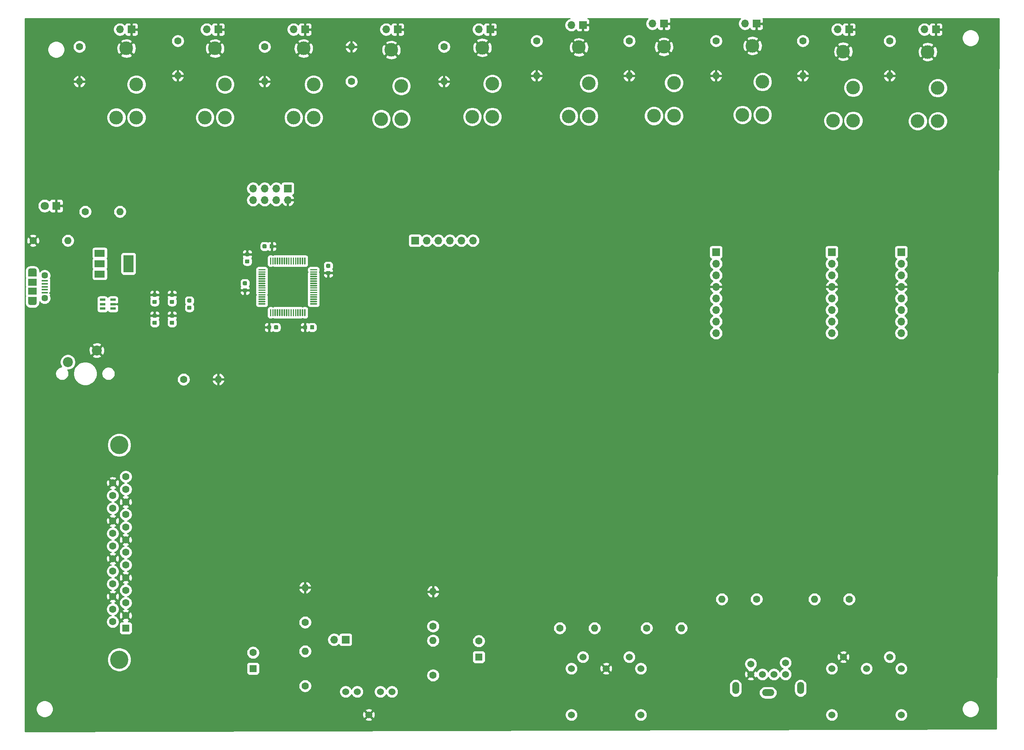
<source format=gtl>
%TF.GenerationSoftware,KiCad,Pcbnew,5.1.8-db9833491~87~ubuntu20.04.1*%
%TF.CreationDate,2020-11-28T16:20:25-05:00*%
%TF.ProjectId,DevBoard,44657642-6f61-4726-942e-6b696361645f,V01*%
%TF.SameCoordinates,Original*%
%TF.FileFunction,Copper,L1,Top*%
%TF.FilePolarity,Positive*%
%FSLAX46Y46*%
G04 Gerber Fmt 4.6, Leading zero omitted, Abs format (unit mm)*
G04 Created by KiCad (PCBNEW 5.1.8-db9833491~87~ubuntu20.04.1) date 2020-11-28 16:20:25*
%MOMM*%
%LPD*%
G01*
G04 APERTURE LIST*
%TA.AperFunction,ComponentPad*%
%ADD10R,1.600000X1.600000*%
%TD*%
%TA.AperFunction,ComponentPad*%
%ADD11C,1.600000*%
%TD*%
%TA.AperFunction,ComponentPad*%
%ADD12R,1.800000X1.800000*%
%TD*%
%TA.AperFunction,ComponentPad*%
%ADD13C,1.800000*%
%TD*%
%TA.AperFunction,SMDPad,CuDef*%
%ADD14R,1.200000X0.600000*%
%TD*%
%TA.AperFunction,ComponentPad*%
%ADD15R,1.700000X1.700000*%
%TD*%
%TA.AperFunction,ComponentPad*%
%ADD16O,1.700000X1.700000*%
%TD*%
%TA.AperFunction,SMDPad,CuDef*%
%ADD17R,0.240000X0.300000*%
%TD*%
%TA.AperFunction,SMDPad,CuDef*%
%ADD18R,1.900000X1.000000*%
%TD*%
%TA.AperFunction,ComponentPad*%
%ADD19O,1.900000X1.100000*%
%TD*%
%TA.AperFunction,SMDPad,CuDef*%
%ADD20R,1.900000X1.500000*%
%TD*%
%TA.AperFunction,ComponentPad*%
%ADD21C,1.450000*%
%TD*%
%TA.AperFunction,SMDPad,CuDef*%
%ADD22R,1.350000X0.400000*%
%TD*%
%TA.AperFunction,ComponentPad*%
%ADD23C,1.524000*%
%TD*%
%TA.AperFunction,ComponentPad*%
%ADD24O,1.500000X2.700000*%
%TD*%
%TA.AperFunction,ComponentPad*%
%ADD25O,2.700000X1.500000*%
%TD*%
%TA.AperFunction,ComponentPad*%
%ADD26C,4.000000*%
%TD*%
%TA.AperFunction,ComponentPad*%
%ADD27C,3.000000*%
%TD*%
%TA.AperFunction,ComponentPad*%
%ADD28O,1.600000X1.600000*%
%TD*%
%TA.AperFunction,ComponentPad*%
%ADD29C,2.200000*%
%TD*%
%TA.AperFunction,SMDPad,CuDef*%
%ADD30R,2.200000X1.500000*%
%TD*%
%TA.AperFunction,SMDPad,CuDef*%
%ADD31R,2.200000X3.800000*%
%TD*%
%TA.AperFunction,Conductor*%
%ADD32C,0.254000*%
%TD*%
%TA.AperFunction,Conductor*%
%ADD33C,0.100000*%
%TD*%
G04 APERTURE END LIST*
%TO.P,C1,2*%
%TO.N,GND*%
%TA.AperFunction,SMDPad,CuDef*%
G36*
G01*
X61485000Y-72715000D02*
X61985000Y-72715000D01*
G75*
G02*
X62210000Y-72940000I0J-225000D01*
G01*
X62210000Y-73390000D01*
G75*
G02*
X61985000Y-73615000I-225000J0D01*
G01*
X61485000Y-73615000D01*
G75*
G02*
X61260000Y-73390000I0J225000D01*
G01*
X61260000Y-72940000D01*
G75*
G02*
X61485000Y-72715000I225000J0D01*
G01*
G37*
%TD.AperFunction*%
%TO.P,C1,1*%
%TO.N,/NRST*%
%TA.AperFunction,SMDPad,CuDef*%
G36*
G01*
X61485000Y-71165000D02*
X61985000Y-71165000D01*
G75*
G02*
X62210000Y-71390000I0J-225000D01*
G01*
X62210000Y-71840000D01*
G75*
G02*
X61985000Y-72065000I-225000J0D01*
G01*
X61485000Y-72065000D01*
G75*
G02*
X61260000Y-71840000I0J225000D01*
G01*
X61260000Y-71390000D01*
G75*
G02*
X61485000Y-71165000I225000J0D01*
G01*
G37*
%TD.AperFunction*%
%TD*%
%TO.P,C2,2*%
%TO.N,GND*%
%TA.AperFunction,SMDPad,CuDef*%
G36*
G01*
X79760000Y-68905000D02*
X80260000Y-68905000D01*
G75*
G02*
X80485000Y-69130000I0J-225000D01*
G01*
X80485000Y-69580000D01*
G75*
G02*
X80260000Y-69805000I-225000J0D01*
G01*
X79760000Y-69805000D01*
G75*
G02*
X79535000Y-69580000I0J225000D01*
G01*
X79535000Y-69130000D01*
G75*
G02*
X79760000Y-68905000I225000J0D01*
G01*
G37*
%TD.AperFunction*%
%TO.P,C2,1*%
%TO.N,G_3.3*%
%TA.AperFunction,SMDPad,CuDef*%
G36*
G01*
X79760000Y-67355000D02*
X80260000Y-67355000D01*
G75*
G02*
X80485000Y-67580000I0J-225000D01*
G01*
X80485000Y-68030000D01*
G75*
G02*
X80260000Y-68255000I-225000J0D01*
G01*
X79760000Y-68255000D01*
G75*
G02*
X79535000Y-68030000I0J225000D01*
G01*
X79535000Y-67580000D01*
G75*
G02*
X79760000Y-67355000I225000J0D01*
G01*
G37*
%TD.AperFunction*%
%TD*%
%TO.P,C3,2*%
%TO.N,GND*%
%TA.AperFunction,SMDPad,CuDef*%
G36*
G01*
X67480000Y-81030000D02*
X67480000Y-81530000D01*
G75*
G02*
X67255000Y-81755000I-225000J0D01*
G01*
X66805000Y-81755000D01*
G75*
G02*
X66580000Y-81530000I0J225000D01*
G01*
X66580000Y-81030000D01*
G75*
G02*
X66805000Y-80805000I225000J0D01*
G01*
X67255000Y-80805000D01*
G75*
G02*
X67480000Y-81030000I0J-225000D01*
G01*
G37*
%TD.AperFunction*%
%TO.P,C3,1*%
%TO.N,G_3.3*%
%TA.AperFunction,SMDPad,CuDef*%
G36*
G01*
X69030000Y-81030000D02*
X69030000Y-81530000D01*
G75*
G02*
X68805000Y-81755000I-225000J0D01*
G01*
X68355000Y-81755000D01*
G75*
G02*
X68130000Y-81530000I0J225000D01*
G01*
X68130000Y-81030000D01*
G75*
G02*
X68355000Y-80805000I225000J0D01*
G01*
X68805000Y-80805000D01*
G75*
G02*
X69030000Y-81030000I0J-225000D01*
G01*
G37*
%TD.AperFunction*%
%TD*%
%TO.P,C4,1*%
%TO.N,Net-(C4-Pad1)*%
%TA.AperFunction,SMDPad,CuDef*%
G36*
G01*
X65590000Y-63750000D02*
X65590000Y-63250000D01*
G75*
G02*
X65815000Y-63025000I225000J0D01*
G01*
X66265000Y-63025000D01*
G75*
G02*
X66490000Y-63250000I0J-225000D01*
G01*
X66490000Y-63750000D01*
G75*
G02*
X66265000Y-63975000I-225000J0D01*
G01*
X65815000Y-63975000D01*
G75*
G02*
X65590000Y-63750000I0J225000D01*
G01*
G37*
%TD.AperFunction*%
%TO.P,C4,2*%
%TO.N,GND*%
%TA.AperFunction,SMDPad,CuDef*%
G36*
G01*
X67140000Y-63750000D02*
X67140000Y-63250000D01*
G75*
G02*
X67365000Y-63025000I225000J0D01*
G01*
X67815000Y-63025000D01*
G75*
G02*
X68040000Y-63250000I0J-225000D01*
G01*
X68040000Y-63750000D01*
G75*
G02*
X67815000Y-63975000I-225000J0D01*
G01*
X67365000Y-63975000D01*
G75*
G02*
X67140000Y-63750000I0J225000D01*
G01*
G37*
%TD.AperFunction*%
%TD*%
%TO.P,C5,1*%
%TO.N,GND*%
%TA.AperFunction,SMDPad,CuDef*%
G36*
G01*
X45470000Y-73705000D02*
X45970000Y-73705000D01*
G75*
G02*
X46195000Y-73930000I0J-225000D01*
G01*
X46195000Y-74380000D01*
G75*
G02*
X45970000Y-74605000I-225000J0D01*
G01*
X45470000Y-74605000D01*
G75*
G02*
X45245000Y-74380000I0J225000D01*
G01*
X45245000Y-73930000D01*
G75*
G02*
X45470000Y-73705000I225000J0D01*
G01*
G37*
%TD.AperFunction*%
%TO.P,C5,2*%
%TO.N,G_3.3*%
%TA.AperFunction,SMDPad,CuDef*%
G36*
G01*
X45470000Y-75255000D02*
X45970000Y-75255000D01*
G75*
G02*
X46195000Y-75480000I0J-225000D01*
G01*
X46195000Y-75930000D01*
G75*
G02*
X45970000Y-76155000I-225000J0D01*
G01*
X45470000Y-76155000D01*
G75*
G02*
X45245000Y-75930000I0J225000D01*
G01*
X45245000Y-75480000D01*
G75*
G02*
X45470000Y-75255000I225000J0D01*
G01*
G37*
%TD.AperFunction*%
%TD*%
%TO.P,C6,2*%
%TO.N,GND*%
%TA.AperFunction,SMDPad,CuDef*%
G36*
G01*
X42160000Y-79190000D02*
X41660000Y-79190000D01*
G75*
G02*
X41435000Y-78965000I0J225000D01*
G01*
X41435000Y-78515000D01*
G75*
G02*
X41660000Y-78290000I225000J0D01*
G01*
X42160000Y-78290000D01*
G75*
G02*
X42385000Y-78515000I0J-225000D01*
G01*
X42385000Y-78965000D01*
G75*
G02*
X42160000Y-79190000I-225000J0D01*
G01*
G37*
%TD.AperFunction*%
%TO.P,C6,1*%
%TO.N,/VCC_3_3A*%
%TA.AperFunction,SMDPad,CuDef*%
G36*
G01*
X42160000Y-80740000D02*
X41660000Y-80740000D01*
G75*
G02*
X41435000Y-80515000I0J225000D01*
G01*
X41435000Y-80065000D01*
G75*
G02*
X41660000Y-79840000I225000J0D01*
G01*
X42160000Y-79840000D01*
G75*
G02*
X42385000Y-80065000I0J-225000D01*
G01*
X42385000Y-80515000D01*
G75*
G02*
X42160000Y-80740000I-225000J0D01*
G01*
G37*
%TD.AperFunction*%
%TD*%
%TO.P,C7,1*%
%TO.N,Net-(C7-Pad1)*%
%TA.AperFunction,SMDPad,CuDef*%
G36*
G01*
X76930000Y-81030000D02*
X76930000Y-81530000D01*
G75*
G02*
X76705000Y-81755000I-225000J0D01*
G01*
X76255000Y-81755000D01*
G75*
G02*
X76030000Y-81530000I0J225000D01*
G01*
X76030000Y-81030000D01*
G75*
G02*
X76255000Y-80805000I225000J0D01*
G01*
X76705000Y-80805000D01*
G75*
G02*
X76930000Y-81030000I0J-225000D01*
G01*
G37*
%TD.AperFunction*%
%TO.P,C7,2*%
%TO.N,GND*%
%TA.AperFunction,SMDPad,CuDef*%
G36*
G01*
X75380000Y-81030000D02*
X75380000Y-81530000D01*
G75*
G02*
X75155000Y-81755000I-225000J0D01*
G01*
X74705000Y-81755000D01*
G75*
G02*
X74480000Y-81530000I0J225000D01*
G01*
X74480000Y-81030000D01*
G75*
G02*
X74705000Y-80805000I225000J0D01*
G01*
X75155000Y-80805000D01*
G75*
G02*
X75380000Y-81030000I0J-225000D01*
G01*
G37*
%TD.AperFunction*%
%TD*%
%TO.P,C8,1*%
%TO.N,GND*%
%TA.AperFunction,SMDPad,CuDef*%
G36*
G01*
X61980000Y-64815000D02*
X62480000Y-64815000D01*
G75*
G02*
X62705000Y-65040000I0J-225000D01*
G01*
X62705000Y-65490000D01*
G75*
G02*
X62480000Y-65715000I-225000J0D01*
G01*
X61980000Y-65715000D01*
G75*
G02*
X61755000Y-65490000I0J225000D01*
G01*
X61755000Y-65040000D01*
G75*
G02*
X61980000Y-64815000I225000J0D01*
G01*
G37*
%TD.AperFunction*%
%TO.P,C8,2*%
%TO.N,G_3.3*%
%TA.AperFunction,SMDPad,CuDef*%
G36*
G01*
X61980000Y-66365000D02*
X62480000Y-66365000D01*
G75*
G02*
X62705000Y-66590000I0J-225000D01*
G01*
X62705000Y-67040000D01*
G75*
G02*
X62480000Y-67265000I-225000J0D01*
G01*
X61980000Y-67265000D01*
G75*
G02*
X61755000Y-67040000I0J225000D01*
G01*
X61755000Y-66590000D01*
G75*
G02*
X61980000Y-66365000I225000J0D01*
G01*
G37*
%TD.AperFunction*%
%TD*%
%TO.P,C9,2*%
%TO.N,GND*%
%TA.AperFunction,SMDPad,CuDef*%
G36*
G01*
X45970000Y-79190000D02*
X45470000Y-79190000D01*
G75*
G02*
X45245000Y-78965000I0J225000D01*
G01*
X45245000Y-78515000D01*
G75*
G02*
X45470000Y-78290000I225000J0D01*
G01*
X45970000Y-78290000D01*
G75*
G02*
X46195000Y-78515000I0J-225000D01*
G01*
X46195000Y-78965000D01*
G75*
G02*
X45970000Y-79190000I-225000J0D01*
G01*
G37*
%TD.AperFunction*%
%TO.P,C9,1*%
%TO.N,/VCC_3_3A*%
%TA.AperFunction,SMDPad,CuDef*%
G36*
G01*
X45970000Y-80740000D02*
X45470000Y-80740000D01*
G75*
G02*
X45245000Y-80515000I0J225000D01*
G01*
X45245000Y-80065000D01*
G75*
G02*
X45470000Y-79840000I225000J0D01*
G01*
X45970000Y-79840000D01*
G75*
G02*
X46195000Y-80065000I0J-225000D01*
G01*
X46195000Y-80515000D01*
G75*
G02*
X45970000Y-80740000I-225000J0D01*
G01*
G37*
%TD.AperFunction*%
%TD*%
%TO.P,C10,1*%
%TO.N,GND*%
%TA.AperFunction,SMDPad,CuDef*%
G36*
G01*
X41660000Y-73705000D02*
X42160000Y-73705000D01*
G75*
G02*
X42385000Y-73930000I0J-225000D01*
G01*
X42385000Y-74380000D01*
G75*
G02*
X42160000Y-74605000I-225000J0D01*
G01*
X41660000Y-74605000D01*
G75*
G02*
X41435000Y-74380000I0J225000D01*
G01*
X41435000Y-73930000D01*
G75*
G02*
X41660000Y-73705000I225000J0D01*
G01*
G37*
%TD.AperFunction*%
%TO.P,C10,2*%
%TO.N,G_3.3*%
%TA.AperFunction,SMDPad,CuDef*%
G36*
G01*
X41660000Y-75255000D02*
X42160000Y-75255000D01*
G75*
G02*
X42385000Y-75480000I0J-225000D01*
G01*
X42385000Y-75930000D01*
G75*
G02*
X42160000Y-76155000I-225000J0D01*
G01*
X41660000Y-76155000D01*
G75*
G02*
X41435000Y-75930000I0J225000D01*
G01*
X41435000Y-75480000D01*
G75*
G02*
X41660000Y-75255000I225000J0D01*
G01*
G37*
%TD.AperFunction*%
%TD*%
D10*
%TO.P,C11,1*%
%TO.N,/OPAMP2_VOUT*%
X113030000Y-153670000D03*
D11*
%TO.P,C11,2*%
%TO.N,/Audio/OPAMP2_VINM*%
X113030000Y-150170000D03*
%TD*%
%TO.P,C12,2*%
%TO.N,/Audio/OPAMP1_VINM*%
X63500000Y-152710000D03*
D10*
%TO.P,C12,1*%
%TO.N,/Audio/OPAMP1_VOUT*%
X63500000Y-156210000D03*
%TD*%
D12*
%TO.P,D1,1*%
%TO.N,GND*%
X20320000Y-54610000D03*
D13*
%TO.P,D1,2*%
%TO.N,Net-(D1-Pad2)*%
X17780000Y-54610000D03*
%TD*%
D14*
%TO.P,D2,1*%
%TO.N,/FS_DM*%
X32780000Y-77150000D03*
%TO.P,D2,2*%
%TO.N,GND*%
X32780000Y-76200000D03*
%TO.P,D2,3*%
%TO.N,/FS_DP*%
X32780000Y-75250000D03*
%TO.P,D2,4*%
%TO.N,Net-(D2-Pad4)*%
X30480000Y-75250000D03*
%TO.P,D2,5*%
%TO.N,Net-(D2-Pad5)*%
X30480000Y-76200000D03*
%TO.P,D2,6*%
%TO.N,Net-(D2-Pad6)*%
X30480000Y-77150000D03*
%TD*%
%TO.P,FB1,1*%
%TO.N,G_3.3*%
%TA.AperFunction,SMDPad,CuDef*%
G36*
G01*
X49273750Y-74975000D02*
X49786250Y-74975000D01*
G75*
G02*
X50005000Y-75193750I0J-218750D01*
G01*
X50005000Y-75631250D01*
G75*
G02*
X49786250Y-75850000I-218750J0D01*
G01*
X49273750Y-75850000D01*
G75*
G02*
X49055000Y-75631250I0J218750D01*
G01*
X49055000Y-75193750D01*
G75*
G02*
X49273750Y-74975000I218750J0D01*
G01*
G37*
%TD.AperFunction*%
%TO.P,FB1,2*%
%TO.N,/VCC_3_3A*%
%TA.AperFunction,SMDPad,CuDef*%
G36*
G01*
X49273750Y-76550000D02*
X49786250Y-76550000D01*
G75*
G02*
X50005000Y-76768750I0J-218750D01*
G01*
X50005000Y-77206250D01*
G75*
G02*
X49786250Y-77425000I-218750J0D01*
G01*
X49273750Y-77425000D01*
G75*
G02*
X49055000Y-77206250I0J218750D01*
G01*
X49055000Y-76768750D01*
G75*
G02*
X49273750Y-76550000I218750J0D01*
G01*
G37*
%TD.AperFunction*%
%TD*%
D15*
%TO.P,J1,1*%
%TO.N,G_3.3*%
X99060000Y-62230000D03*
D16*
%TO.P,J1,2*%
%TO.N,/SWCLK*%
X101600000Y-62230000D03*
%TO.P,J1,3*%
%TO.N,Net-(J1-Pad3)*%
X104140000Y-62230000D03*
%TO.P,J1,4*%
%TO.N,/SWDIO*%
X106680000Y-62230000D03*
%TO.P,J1,5*%
%TO.N,/NRST*%
X109220000Y-62230000D03*
%TO.P,J1,6*%
%TO.N,/TRACESWO*%
X111760000Y-62230000D03*
%TD*%
D17*
%TO.P,J2,SH*%
%TO.N,N/C*%
X15910000Y-75720000D03*
X14250000Y-75720000D03*
X14250000Y-69060000D03*
D18*
X15080000Y-75140000D03*
X15080000Y-69640000D03*
D19*
X15080000Y-68890000D03*
D20*
X15080000Y-73390000D03*
D21*
X17780000Y-74890000D03*
X17780000Y-69890000D03*
D22*
%TO.P,J2,1*%
%TO.N,G_5V*%
X17780000Y-71090000D03*
%TO.P,J2,2*%
%TO.N,Net-(D2-Pad6)*%
X17780000Y-71740000D03*
%TO.P,J2,3*%
%TO.N,Net-(D2-Pad4)*%
X17780000Y-72390000D03*
%TO.P,J2,4*%
%TO.N,Net-(J2-Pad4)*%
X17780000Y-73040000D03*
%TO.P,J2,5*%
%TO.N,GND*%
X17780000Y-73690000D03*
D20*
%TO.P,J2,SH*%
%TO.N,N/C*%
X15080000Y-71390000D03*
D19*
X15080000Y-75890000D03*
D17*
X15910000Y-69060000D03*
%TD*%
D15*
%TO.P,J3,1*%
%TO.N,G_3.3*%
X71120000Y-50800000D03*
D16*
%TO.P,J3,2*%
%TO.N,GND*%
X71120000Y-53340000D03*
%TO.P,J3,3*%
%TO.N,/DebugUartTX*%
X68580000Y-50800000D03*
%TO.P,J3,4*%
%TO.N,/DebugUartRX*%
X68580000Y-53340000D03*
%TO.P,J3,5*%
%TO.N,/DebugPort1*%
X66040000Y-50800000D03*
%TO.P,J3,6*%
%TO.N,/DebugPort2*%
X66040000Y-53340000D03*
%TO.P,J3,7*%
%TO.N,/DebugPort3*%
X63500000Y-50800000D03*
%TO.P,J3,8*%
%TO.N,/DebugPort4*%
X63500000Y-53340000D03*
%TD*%
D23*
%TO.P,J4,2*%
%TO.N,GND*%
X140970000Y-156210000D03*
%TO.P,J4,4*%
%TO.N,Net-(J4-Pad4)*%
X135890000Y-153670000D03*
%TO.P,J4,1*%
%TO.N,Net-(J4-Pad1)*%
X133350000Y-156210000D03*
%TO.P,J4,5*%
%TO.N,Net-(J4-Pad5)*%
X146050000Y-153670000D03*
%TO.P,J4,3*%
%TO.N,Net-(J4-Pad3)*%
X148590000Y-156210000D03*
%TO.P,J4,6*%
%TO.N,N/C*%
X133350000Y-166370000D03*
%TO.P,J4,7*%
X148590000Y-166370000D03*
%TD*%
%TO.P,J5,7*%
%TO.N,N/C*%
X205740000Y-166370000D03*
%TO.P,J5,6*%
X190500000Y-166370000D03*
%TO.P,J5,3*%
%TO.N,Net-(J5-Pad3)*%
X205740000Y-156210000D03*
%TO.P,J5,5*%
%TO.N,G_5V*%
X203200000Y-153670000D03*
%TO.P,J5,1*%
%TO.N,/Keyboard_CLK*%
X190500000Y-156210000D03*
%TO.P,J5,4*%
%TO.N,GND*%
X193040000Y-153670000D03*
%TO.P,J5,2*%
%TO.N,/Keyboard_DATA*%
X198120000Y-156210000D03*
%TD*%
%TO.P,J6,6*%
%TO.N,Net-(J6-Pad6)*%
X180340000Y-154940000D03*
%TO.P,J6,4*%
%TO.N,G_5V*%
X180340000Y-157480000D03*
%TO.P,J6,2*%
%TO.N,Net-(J6-Pad2)*%
X177800000Y-157480000D03*
%TO.P,J6,3*%
%TO.N,GND*%
X172720000Y-157480000D03*
%TO.P,J6,5*%
%TO.N,/Keyboard_CLK*%
X172720000Y-155194000D03*
%TO.P,J6,1*%
%TO.N,/Keyboard_DATA*%
X175260000Y-157480000D03*
D24*
%TO.P,J6,7*%
%TO.N,N/C*%
X183655000Y-160508000D03*
%TO.P,J6,8*%
X169405000Y-160508000D03*
D25*
%TO.P,J6,9*%
X176530000Y-161508000D03*
%TD*%
D15*
%TO.P,J7,1*%
%TO.N,/PS2_MISO*%
X205740000Y-64770000D03*
D16*
%TO.P,J7,2*%
%TO.N,/PS2_MOSI*%
X205740000Y-67310000D03*
%TO.P,J7,3*%
%TO.N,Net-(J7-Pad3)*%
X205740000Y-69850000D03*
%TO.P,J7,4*%
%TO.N,GND*%
X205740000Y-72390000D03*
%TO.P,J7,5*%
%TO.N,G_3.3*%
X205740000Y-74930000D03*
%TO.P,J7,6*%
%TO.N,/PS2_CS*%
X205740000Y-77470000D03*
%TO.P,J7,7*%
%TO.N,/PS2_SCK*%
X205740000Y-80010000D03*
%TO.P,J7,8*%
%TO.N,/PS2_AWK*%
X205740000Y-82550000D03*
%TD*%
%TO.P,J8,8*%
%TO.N,/PS2_AWK*%
X190500000Y-82550000D03*
%TO.P,J8,7*%
%TO.N,/PS2_SCK*%
X190500000Y-80010000D03*
%TO.P,J8,6*%
%TO.N,/PS2_CS*%
X190500000Y-77470000D03*
%TO.P,J8,5*%
%TO.N,G_3.3*%
X190500000Y-74930000D03*
%TO.P,J8,4*%
%TO.N,GND*%
X190500000Y-72390000D03*
%TO.P,J8,3*%
%TO.N,Net-(J8-Pad3)*%
X190500000Y-69850000D03*
%TO.P,J8,2*%
%TO.N,/PS2_MOSI*%
X190500000Y-67310000D03*
D15*
%TO.P,J8,1*%
%TO.N,/PS2_MISO*%
X190500000Y-64770000D03*
%TD*%
%TO.P,J9,1*%
%TO.N,/PS2_MISO*%
X165100000Y-64770000D03*
D16*
%TO.P,J9,2*%
%TO.N,/PS2_MOSI*%
X165100000Y-67310000D03*
%TO.P,J9,3*%
%TO.N,Net-(J9-Pad3)*%
X165100000Y-69850000D03*
%TO.P,J9,4*%
%TO.N,GND*%
X165100000Y-72390000D03*
%TO.P,J9,5*%
%TO.N,G_3.3*%
X165100000Y-74930000D03*
%TO.P,J9,6*%
%TO.N,/PS2_CS*%
X165100000Y-77470000D03*
%TO.P,J9,7*%
%TO.N,/PS2_SCK*%
X165100000Y-80010000D03*
%TO.P,J9,8*%
%TO.N,/PS2_AWK*%
X165100000Y-82550000D03*
%TD*%
D10*
%TO.P,J10,1*%
%TO.N,/Audio/ASignal8*%
X35560000Y-147320000D03*
D11*
%TO.P,J10,2*%
%TO.N,GND*%
X35560000Y-144550000D03*
%TO.P,J10,3*%
%TO.N,Net-(J10-Pad3)*%
X35560000Y-141780000D03*
%TO.P,J10,4*%
%TO.N,/Audio/ASignal6*%
X35560000Y-139010000D03*
%TO.P,J10,5*%
%TO.N,GND*%
X35560000Y-136240000D03*
%TO.P,J10,6*%
%TO.N,Net-(J10-Pad6)*%
X35560000Y-133470000D03*
%TO.P,J10,7*%
%TO.N,/ASignal4*%
X35560000Y-130700000D03*
%TO.P,J10,8*%
%TO.N,GND*%
X35560000Y-127930000D03*
%TO.P,J10,9*%
%TO.N,Net-(J10-Pad9)*%
X35560000Y-125160000D03*
%TO.P,J10,10*%
%TO.N,/ASignal2*%
X35560000Y-122390000D03*
%TO.P,J10,11*%
%TO.N,GND*%
X35560000Y-119620000D03*
%TO.P,J10,12*%
%TO.N,Net-(J10-Pad12)*%
X35560000Y-116850000D03*
%TO.P,J10,13*%
%TO.N,Net-(J10-Pad13)*%
X35560000Y-114080000D03*
%TO.P,J10,14*%
%TO.N,Net-(J10-Pad14)*%
X32720000Y-145935000D03*
%TO.P,J10,15*%
%TO.N,/Audio/ASignal7*%
X32720000Y-143165000D03*
%TO.P,J10,16*%
%TO.N,GND*%
X32720000Y-140395000D03*
%TO.P,J10,17*%
%TO.N,Net-(J10-Pad17)*%
X32720000Y-137625000D03*
%TO.P,J10,18*%
%TO.N,/Audio/ASignal5*%
X32720000Y-134855000D03*
%TO.P,J10,19*%
%TO.N,GND*%
X32720000Y-132085000D03*
%TO.P,J10,20*%
%TO.N,Net-(J10-Pad20)*%
X32720000Y-129315000D03*
%TO.P,J10,21*%
%TO.N,/ASignal3*%
X32720000Y-126545000D03*
%TO.P,J10,22*%
%TO.N,GND*%
X32720000Y-123775000D03*
%TO.P,J10,23*%
%TO.N,Net-(J10-Pad23)*%
X32720000Y-121005000D03*
%TO.P,J10,24*%
%TO.N,/ASignal1*%
X32720000Y-118235000D03*
%TO.P,J10,25*%
%TO.N,GND*%
X32720000Y-115465000D03*
D26*
%TO.P,J10,0*%
%TO.N,Net-(J10-Pad0)*%
X34140000Y-107150000D03*
X34140000Y-154250000D03*
%TD*%
D16*
%TO.P,J11,2*%
%TO.N,/Audio/OPAMP1_VOUT*%
X81280000Y-149860000D03*
D15*
%TO.P,J11,1*%
%TO.N,/OPAMP2_VOUT*%
X83820000Y-149860000D03*
%TD*%
D23*
%TO.P,J12,2*%
%TO.N,/OPAMP2_VOUT*%
X93980000Y-161290000D03*
%TO.P,J12,3*%
X91440000Y-161290000D03*
%TO.P,J12,4*%
%TO.N,/Audio/OPAMP1_VOUT*%
X86360000Y-161290000D03*
%TO.P,J12,5*%
X83820000Y-161290000D03*
%TO.P,J12,1*%
%TO.N,GND*%
X88900000Y-166370000D03*
%TD*%
D27*
%TO.P,J13,1*%
%TO.N,GND*%
X55150001Y-20045001D03*
%TO.P,J13,3*%
%TO.N,Net-(J13-Pad3)*%
X57350001Y-27970001D03*
%TO.P,J13,2*%
%TO.N,/ASignal4*%
X57350001Y-35220001D03*
%TO.P,J13,4*%
%TO.N,Net-(J13-Pad4)*%
X52950001Y-35220001D03*
%TD*%
D16*
%TO.P,J14,2*%
%TO.N,/ASignal4*%
X53340000Y-15875000D03*
D15*
%TO.P,J14,1*%
%TO.N,GND*%
X55880000Y-15875000D03*
%TD*%
D27*
%TO.P,J15,1*%
%TO.N,GND*%
X211550001Y-20825001D03*
%TO.P,J15,3*%
%TO.N,Net-(J15-Pad3)*%
X213750001Y-28750001D03*
%TO.P,J15,2*%
%TO.N,/ASignal3*%
X213750001Y-36000001D03*
%TO.P,J15,4*%
%TO.N,Net-(J15-Pad4)*%
X209350001Y-36000001D03*
%TD*%
D15*
%TO.P,J16,1*%
%TO.N,GND*%
X213360000Y-15875000D03*
D16*
%TO.P,J16,2*%
%TO.N,/ASignal3*%
X210820000Y-15875000D03*
%TD*%
D27*
%TO.P,J17,4*%
%TO.N,Net-(J17-Pad4)*%
X190820001Y-35910001D03*
%TO.P,J17,2*%
%TO.N,/ASignal2*%
X195220001Y-35910001D03*
%TO.P,J17,3*%
%TO.N,Net-(J17-Pad3)*%
X195220001Y-28660001D03*
%TO.P,J17,1*%
%TO.N,GND*%
X193020001Y-20735001D03*
%TD*%
D15*
%TO.P,J18,1*%
%TO.N,GND*%
X194310000Y-15875000D03*
D16*
%TO.P,J18,2*%
%TO.N,/ASignal2*%
X191770000Y-15875000D03*
%TD*%
D27*
%TO.P,J19,4*%
%TO.N,Net-(J19-Pad4)*%
X33500001Y-35220001D03*
%TO.P,J19,2*%
%TO.N,/ASignal1*%
X37900001Y-35220001D03*
%TO.P,J19,3*%
%TO.N,Net-(J19-Pad3)*%
X37900001Y-27970001D03*
%TO.P,J19,1*%
%TO.N,GND*%
X35700001Y-20045001D03*
%TD*%
D15*
%TO.P,J20,1*%
%TO.N,GND*%
X36830000Y-15875000D03*
D16*
%TO.P,J20,2*%
%TO.N,/ASignal1*%
X34290000Y-15875000D03*
%TD*%
D27*
%TO.P,J21,4*%
%TO.N,Net-(J21-Pad4)*%
X151470000Y-34860000D03*
%TO.P,J21,2*%
%TO.N,/Audio/ASignal5*%
X155870000Y-34860000D03*
%TO.P,J21,3*%
%TO.N,Net-(J21-Pad3)*%
X155870000Y-27610000D03*
%TO.P,J21,1*%
%TO.N,GND*%
X153670000Y-19685000D03*
%TD*%
D15*
%TO.P,J22,1*%
%TO.N,GND*%
X153670000Y-14605000D03*
D16*
%TO.P,J22,2*%
%TO.N,/Audio/ASignal5*%
X151130000Y-14605000D03*
%TD*%
D27*
%TO.P,J23,1*%
%TO.N,GND*%
X173100001Y-19465001D03*
%TO.P,J23,3*%
%TO.N,Net-(J23-Pad3)*%
X175300001Y-27390001D03*
%TO.P,J23,2*%
%TO.N,/Audio/ASignal6*%
X175300001Y-34640001D03*
%TO.P,J23,4*%
%TO.N,Net-(J23-Pad4)*%
X170900001Y-34640001D03*
%TD*%
D15*
%TO.P,J24,1*%
%TO.N,GND*%
X173990000Y-14605000D03*
D16*
%TO.P,J24,2*%
%TO.N,/Audio/ASignal6*%
X171450000Y-14605000D03*
%TD*%
D27*
%TO.P,J25,4*%
%TO.N,Net-(J25-Pad4)*%
X91640001Y-35550001D03*
%TO.P,J25,2*%
%TO.N,/Audio/ASignal7*%
X96040001Y-35550001D03*
%TO.P,J25,3*%
%TO.N,Net-(J25-Pad3)*%
X96040001Y-28300001D03*
%TO.P,J25,1*%
%TO.N,GND*%
X93840001Y-20375001D03*
%TD*%
D15*
%TO.P,J26,1*%
%TO.N,GND*%
X95250000Y-15875000D03*
D16*
%TO.P,J26,2*%
%TO.N,/Audio/ASignal7*%
X92710000Y-15875000D03*
%TD*%
D27*
%TO.P,J27,1*%
%TO.N,GND*%
X74600001Y-20045001D03*
%TO.P,J27,3*%
%TO.N,Net-(J27-Pad3)*%
X76800001Y-27970001D03*
%TO.P,J27,2*%
%TO.N,/Audio/ASignal8*%
X76800001Y-35220001D03*
%TO.P,J27,4*%
%TO.N,Net-(J27-Pad4)*%
X72400001Y-35220001D03*
%TD*%
D16*
%TO.P,J28,2*%
%TO.N,/Audio/ASignal8*%
X72390000Y-15875000D03*
D15*
%TO.P,J28,1*%
%TO.N,GND*%
X74930000Y-15875000D03*
%TD*%
D27*
%TO.P,J29,4*%
%TO.N,Net-(J29-Pad4)*%
X132800001Y-34970001D03*
%TO.P,J29,2*%
%TO.N,/Audio/ASignal9*%
X137200001Y-34970001D03*
%TO.P,J29,3*%
%TO.N,Net-(J29-Pad3)*%
X137200001Y-27720001D03*
%TO.P,J29,1*%
%TO.N,GND*%
X135000001Y-19795001D03*
%TD*%
D16*
%TO.P,J30,2*%
%TO.N,/Audio/ASignal9*%
X133350000Y-14910001D03*
D15*
%TO.P,J30,1*%
%TO.N,GND*%
X135890000Y-14910001D03*
%TD*%
D27*
%TO.P,J31,1*%
%TO.N,GND*%
X113810001Y-19885001D03*
%TO.P,J31,3*%
%TO.N,Net-(J31-Pad3)*%
X116010001Y-27810001D03*
%TO.P,J31,2*%
%TO.N,/ASignal10*%
X116010001Y-35060001D03*
%TO.P,J31,4*%
%TO.N,Net-(J31-Pad4)*%
X111610001Y-35060001D03*
%TD*%
D16*
%TO.P,J32,2*%
%TO.N,/ASignal10*%
X113030000Y-15875000D03*
D15*
%TO.P,J32,1*%
%TO.N,GND*%
X115570000Y-15875000D03*
%TD*%
D11*
%TO.P,R1,1*%
%TO.N,Net-(R1-Pad1)*%
X48260000Y-92710000D03*
D28*
%TO.P,R1,2*%
%TO.N,GND*%
X55880000Y-92710000D03*
%TD*%
%TO.P,R2,2*%
%TO.N,Net-(D1-Pad2)*%
X34290000Y-55880000D03*
D11*
%TO.P,R2,1*%
%TO.N,/VCC_3_3A*%
X26670000Y-55880000D03*
%TD*%
%TO.P,R3,1*%
%TO.N,GND*%
X15240000Y-62230000D03*
D28*
%TO.P,R3,2*%
%TO.N,Net-(J2-Pad4)*%
X22860000Y-62230000D03*
%TD*%
D11*
%TO.P,R4,1*%
%TO.N,Net-(J4-Pad4)*%
X130810000Y-147320000D03*
D28*
%TO.P,R4,2*%
%TO.N,G_5V*%
X138430000Y-147320000D03*
%TD*%
D11*
%TO.P,R5,1*%
%TO.N,/MIDI_UART*%
X149860000Y-147320000D03*
D28*
%TO.P,R5,2*%
%TO.N,Net-(J4-Pad5)*%
X157480000Y-147320000D03*
%TD*%
%TO.P,R6,2*%
%TO.N,/Keyboard_DATA*%
X186690000Y-140970000D03*
D11*
%TO.P,R6,1*%
%TO.N,G_5V*%
X194310000Y-140970000D03*
%TD*%
%TO.P,R7,1*%
%TO.N,G_5V*%
X173990000Y-140970000D03*
D28*
%TO.P,R7,2*%
%TO.N,/Keyboard_CLK*%
X166370000Y-140970000D03*
%TD*%
%TO.P,R8,2*%
%TO.N,GND*%
X103015001Y-139304999D03*
D11*
%TO.P,R8,1*%
%TO.N,/Audio/OPAMP2_VINM*%
X103015001Y-146924999D03*
%TD*%
D28*
%TO.P,R9,2*%
%TO.N,GND*%
X74930000Y-138430000D03*
D11*
%TO.P,R9,1*%
%TO.N,/Audio/OPAMP1_VINM*%
X74930000Y-146050000D03*
%TD*%
%TO.P,R10,1*%
%TO.N,/OPAMP2_VOUT*%
X103015001Y-157694999D03*
D28*
%TO.P,R10,2*%
%TO.N,/Audio/OPAMP2_VINM*%
X103015001Y-150074999D03*
%TD*%
D11*
%TO.P,R11,1*%
%TO.N,/Audio/OPAMP1_VOUT*%
X74930000Y-160020000D03*
D28*
%TO.P,R11,2*%
%TO.N,/Audio/OPAMP1_VINM*%
X74930000Y-152400000D03*
%TD*%
%TO.P,R12,2*%
%TO.N,GND*%
X46990000Y-26035000D03*
D11*
%TO.P,R12,1*%
%TO.N,/ASignal4*%
X46990000Y-18415000D03*
%TD*%
%TO.P,R13,1*%
%TO.N,/ASignal3*%
X203200000Y-18415000D03*
D28*
%TO.P,R13,2*%
%TO.N,GND*%
X203200000Y-26035000D03*
%TD*%
%TO.P,R14,2*%
%TO.N,GND*%
X184150000Y-26035000D03*
D11*
%TO.P,R14,1*%
%TO.N,/ASignal2*%
X184150000Y-18415000D03*
%TD*%
%TO.P,R15,1*%
%TO.N,/ASignal1*%
X25400000Y-19685000D03*
D28*
%TO.P,R15,2*%
%TO.N,GND*%
X25400000Y-27305000D03*
%TD*%
%TO.P,R16,2*%
%TO.N,GND*%
X146050000Y-26035000D03*
D11*
%TO.P,R16,1*%
%TO.N,/Audio/ASignal5*%
X146050000Y-18415000D03*
%TD*%
%TO.P,R17,1*%
%TO.N,/Audio/ASignal6*%
X165100000Y-18415000D03*
D28*
%TO.P,R17,2*%
%TO.N,GND*%
X165100000Y-26035000D03*
%TD*%
%TO.P,R18,2*%
%TO.N,GND*%
X85090000Y-19685000D03*
D11*
%TO.P,R18,1*%
%TO.N,/Audio/ASignal7*%
X85090000Y-27305000D03*
%TD*%
%TO.P,R19,1*%
%TO.N,/Audio/ASignal8*%
X66040000Y-19685000D03*
D28*
%TO.P,R19,2*%
%TO.N,GND*%
X66040000Y-27305000D03*
%TD*%
%TO.P,R20,2*%
%TO.N,GND*%
X125730000Y-26035000D03*
D11*
%TO.P,R20,1*%
%TO.N,/Audio/ASignal9*%
X125730000Y-18415000D03*
%TD*%
D28*
%TO.P,R21,2*%
%TO.N,GND*%
X105410000Y-27305000D03*
D11*
%TO.P,R21,1*%
%TO.N,/ASignal10*%
X105410000Y-19685000D03*
%TD*%
D29*
%TO.P,SW1,1*%
%TO.N,GND*%
X29210000Y-86360000D03*
%TO.P,SW1,2*%
%TO.N,/NRST*%
X22860000Y-88900000D03*
%TD*%
%TO.P,U1,1*%
%TO.N,G_3.3*%
%TA.AperFunction,SMDPad,CuDef*%
G36*
G01*
X64670000Y-68715000D02*
X64670000Y-68565000D01*
G75*
G02*
X64745000Y-68490000I75000J0D01*
G01*
X66145000Y-68490000D01*
G75*
G02*
X66220000Y-68565000I0J-75000D01*
G01*
X66220000Y-68715000D01*
G75*
G02*
X66145000Y-68790000I-75000J0D01*
G01*
X64745000Y-68790000D01*
G75*
G02*
X64670000Y-68715000I0J75000D01*
G01*
G37*
%TD.AperFunction*%
%TO.P,U1,2*%
%TO.N,/DebugPort3*%
%TA.AperFunction,SMDPad,CuDef*%
G36*
G01*
X64670000Y-69215000D02*
X64670000Y-69065000D01*
G75*
G02*
X64745000Y-68990000I75000J0D01*
G01*
X66145000Y-68990000D01*
G75*
G02*
X66220000Y-69065000I0J-75000D01*
G01*
X66220000Y-69215000D01*
G75*
G02*
X66145000Y-69290000I-75000J0D01*
G01*
X64745000Y-69290000D01*
G75*
G02*
X64670000Y-69215000I0J75000D01*
G01*
G37*
%TD.AperFunction*%
%TO.P,U1,3*%
%TO.N,/DebugPort4*%
%TA.AperFunction,SMDPad,CuDef*%
G36*
G01*
X64670000Y-69715000D02*
X64670000Y-69565000D01*
G75*
G02*
X64745000Y-69490000I75000J0D01*
G01*
X66145000Y-69490000D01*
G75*
G02*
X66220000Y-69565000I0J-75000D01*
G01*
X66220000Y-69715000D01*
G75*
G02*
X66145000Y-69790000I-75000J0D01*
G01*
X64745000Y-69790000D01*
G75*
G02*
X64670000Y-69715000I0J75000D01*
G01*
G37*
%TD.AperFunction*%
%TO.P,U1,4*%
%TO.N,Net-(U1-Pad4)*%
%TA.AperFunction,SMDPad,CuDef*%
G36*
G01*
X64670000Y-70215000D02*
X64670000Y-70065000D01*
G75*
G02*
X64745000Y-69990000I75000J0D01*
G01*
X66145000Y-69990000D01*
G75*
G02*
X66220000Y-70065000I0J-75000D01*
G01*
X66220000Y-70215000D01*
G75*
G02*
X66145000Y-70290000I-75000J0D01*
G01*
X64745000Y-70290000D01*
G75*
G02*
X64670000Y-70215000I0J75000D01*
G01*
G37*
%TD.AperFunction*%
%TO.P,U1,5*%
%TO.N,Net-(U1-Pad5)*%
%TA.AperFunction,SMDPad,CuDef*%
G36*
G01*
X64670000Y-70715000D02*
X64670000Y-70565000D01*
G75*
G02*
X64745000Y-70490000I75000J0D01*
G01*
X66145000Y-70490000D01*
G75*
G02*
X66220000Y-70565000I0J-75000D01*
G01*
X66220000Y-70715000D01*
G75*
G02*
X66145000Y-70790000I-75000J0D01*
G01*
X64745000Y-70790000D01*
G75*
G02*
X64670000Y-70715000I0J75000D01*
G01*
G37*
%TD.AperFunction*%
%TO.P,U1,6*%
%TO.N,Net-(U1-Pad6)*%
%TA.AperFunction,SMDPad,CuDef*%
G36*
G01*
X64670000Y-71215000D02*
X64670000Y-71065000D01*
G75*
G02*
X64745000Y-70990000I75000J0D01*
G01*
X66145000Y-70990000D01*
G75*
G02*
X66220000Y-71065000I0J-75000D01*
G01*
X66220000Y-71215000D01*
G75*
G02*
X66145000Y-71290000I-75000J0D01*
G01*
X64745000Y-71290000D01*
G75*
G02*
X64670000Y-71215000I0J75000D01*
G01*
G37*
%TD.AperFunction*%
%TO.P,U1,7*%
%TO.N,/NRST*%
%TA.AperFunction,SMDPad,CuDef*%
G36*
G01*
X64670000Y-71715000D02*
X64670000Y-71565000D01*
G75*
G02*
X64745000Y-71490000I75000J0D01*
G01*
X66145000Y-71490000D01*
G75*
G02*
X66220000Y-71565000I0J-75000D01*
G01*
X66220000Y-71715000D01*
G75*
G02*
X66145000Y-71790000I-75000J0D01*
G01*
X64745000Y-71790000D01*
G75*
G02*
X64670000Y-71715000I0J75000D01*
G01*
G37*
%TD.AperFunction*%
%TO.P,U1,8*%
%TO.N,/ASignal1*%
%TA.AperFunction,SMDPad,CuDef*%
G36*
G01*
X64670000Y-72215000D02*
X64670000Y-72065000D01*
G75*
G02*
X64745000Y-71990000I75000J0D01*
G01*
X66145000Y-71990000D01*
G75*
G02*
X66220000Y-72065000I0J-75000D01*
G01*
X66220000Y-72215000D01*
G75*
G02*
X66145000Y-72290000I-75000J0D01*
G01*
X64745000Y-72290000D01*
G75*
G02*
X64670000Y-72215000I0J75000D01*
G01*
G37*
%TD.AperFunction*%
%TO.P,U1,9*%
%TO.N,/ASignal2*%
%TA.AperFunction,SMDPad,CuDef*%
G36*
G01*
X64670000Y-72715000D02*
X64670000Y-72565000D01*
G75*
G02*
X64745000Y-72490000I75000J0D01*
G01*
X66145000Y-72490000D01*
G75*
G02*
X66220000Y-72565000I0J-75000D01*
G01*
X66220000Y-72715000D01*
G75*
G02*
X66145000Y-72790000I-75000J0D01*
G01*
X64745000Y-72790000D01*
G75*
G02*
X64670000Y-72715000I0J75000D01*
G01*
G37*
%TD.AperFunction*%
%TO.P,U1,10*%
%TO.N,/ASignal3*%
%TA.AperFunction,SMDPad,CuDef*%
G36*
G01*
X64670000Y-73215000D02*
X64670000Y-73065000D01*
G75*
G02*
X64745000Y-72990000I75000J0D01*
G01*
X66145000Y-72990000D01*
G75*
G02*
X66220000Y-73065000I0J-75000D01*
G01*
X66220000Y-73215000D01*
G75*
G02*
X66145000Y-73290000I-75000J0D01*
G01*
X64745000Y-73290000D01*
G75*
G02*
X64670000Y-73215000I0J75000D01*
G01*
G37*
%TD.AperFunction*%
%TO.P,U1,11*%
%TO.N,/ASignal4*%
%TA.AperFunction,SMDPad,CuDef*%
G36*
G01*
X64670000Y-73715000D02*
X64670000Y-73565000D01*
G75*
G02*
X64745000Y-73490000I75000J0D01*
G01*
X66145000Y-73490000D01*
G75*
G02*
X66220000Y-73565000I0J-75000D01*
G01*
X66220000Y-73715000D01*
G75*
G02*
X66145000Y-73790000I-75000J0D01*
G01*
X64745000Y-73790000D01*
G75*
G02*
X64670000Y-73715000I0J75000D01*
G01*
G37*
%TD.AperFunction*%
%TO.P,U1,12*%
%TO.N,GND*%
%TA.AperFunction,SMDPad,CuDef*%
G36*
G01*
X64670000Y-74215000D02*
X64670000Y-74065000D01*
G75*
G02*
X64745000Y-73990000I75000J0D01*
G01*
X66145000Y-73990000D01*
G75*
G02*
X66220000Y-74065000I0J-75000D01*
G01*
X66220000Y-74215000D01*
G75*
G02*
X66145000Y-74290000I-75000J0D01*
G01*
X64745000Y-74290000D01*
G75*
G02*
X64670000Y-74215000I0J75000D01*
G01*
G37*
%TD.AperFunction*%
%TO.P,U1,13*%
%TO.N,/VCC_3_3A*%
%TA.AperFunction,SMDPad,CuDef*%
G36*
G01*
X64670000Y-74715000D02*
X64670000Y-74565000D01*
G75*
G02*
X64745000Y-74490000I75000J0D01*
G01*
X66145000Y-74490000D01*
G75*
G02*
X66220000Y-74565000I0J-75000D01*
G01*
X66220000Y-74715000D01*
G75*
G02*
X66145000Y-74790000I-75000J0D01*
G01*
X64745000Y-74790000D01*
G75*
G02*
X64670000Y-74715000I0J75000D01*
G01*
G37*
%TD.AperFunction*%
%TO.P,U1,14*%
%TO.N,/Audio/ASignal5*%
%TA.AperFunction,SMDPad,CuDef*%
G36*
G01*
X64670000Y-75215000D02*
X64670000Y-75065000D01*
G75*
G02*
X64745000Y-74990000I75000J0D01*
G01*
X66145000Y-74990000D01*
G75*
G02*
X66220000Y-75065000I0J-75000D01*
G01*
X66220000Y-75215000D01*
G75*
G02*
X66145000Y-75290000I-75000J0D01*
G01*
X64745000Y-75290000D01*
G75*
G02*
X64670000Y-75215000I0J75000D01*
G01*
G37*
%TD.AperFunction*%
%TO.P,U1,15*%
%TO.N,/Audio/OPAMP1_VINM*%
%TA.AperFunction,SMDPad,CuDef*%
G36*
G01*
X64670000Y-75715000D02*
X64670000Y-75565000D01*
G75*
G02*
X64745000Y-75490000I75000J0D01*
G01*
X66145000Y-75490000D01*
G75*
G02*
X66220000Y-75565000I0J-75000D01*
G01*
X66220000Y-75715000D01*
G75*
G02*
X66145000Y-75790000I-75000J0D01*
G01*
X64745000Y-75790000D01*
G75*
G02*
X64670000Y-75715000I0J75000D01*
G01*
G37*
%TD.AperFunction*%
%TO.P,U1,16*%
%TO.N,/Audio/ASignal6*%
%TA.AperFunction,SMDPad,CuDef*%
G36*
G01*
X64670000Y-76215000D02*
X64670000Y-76065000D01*
G75*
G02*
X64745000Y-75990000I75000J0D01*
G01*
X66145000Y-75990000D01*
G75*
G02*
X66220000Y-76065000I0J-75000D01*
G01*
X66220000Y-76215000D01*
G75*
G02*
X66145000Y-76290000I-75000J0D01*
G01*
X64745000Y-76290000D01*
G75*
G02*
X64670000Y-76215000I0J75000D01*
G01*
G37*
%TD.AperFunction*%
%TO.P,U1,17*%
%TO.N,/Audio/OPAMP1_VOUT*%
%TA.AperFunction,SMDPad,CuDef*%
G36*
G01*
X67220000Y-78765000D02*
X67220000Y-77365000D01*
G75*
G02*
X67295000Y-77290000I75000J0D01*
G01*
X67445000Y-77290000D01*
G75*
G02*
X67520000Y-77365000I0J-75000D01*
G01*
X67520000Y-78765000D01*
G75*
G02*
X67445000Y-78840000I-75000J0D01*
G01*
X67295000Y-78840000D01*
G75*
G02*
X67220000Y-78765000I0J75000D01*
G01*
G37*
%TD.AperFunction*%
%TO.P,U1,18*%
%TO.N,GND*%
%TA.AperFunction,SMDPad,CuDef*%
G36*
G01*
X67720000Y-78765000D02*
X67720000Y-77365000D01*
G75*
G02*
X67795000Y-77290000I75000J0D01*
G01*
X67945000Y-77290000D01*
G75*
G02*
X68020000Y-77365000I0J-75000D01*
G01*
X68020000Y-78765000D01*
G75*
G02*
X67945000Y-78840000I-75000J0D01*
G01*
X67795000Y-78840000D01*
G75*
G02*
X67720000Y-78765000I0J75000D01*
G01*
G37*
%TD.AperFunction*%
%TO.P,U1,19*%
%TO.N,G_3.3*%
%TA.AperFunction,SMDPad,CuDef*%
G36*
G01*
X68220000Y-78765000D02*
X68220000Y-77365000D01*
G75*
G02*
X68295000Y-77290000I75000J0D01*
G01*
X68445000Y-77290000D01*
G75*
G02*
X68520000Y-77365000I0J-75000D01*
G01*
X68520000Y-78765000D01*
G75*
G02*
X68445000Y-78840000I-75000J0D01*
G01*
X68295000Y-78840000D01*
G75*
G02*
X68220000Y-78765000I0J75000D01*
G01*
G37*
%TD.AperFunction*%
%TO.P,U1,20*%
%TO.N,/Audio/ASignal7*%
%TA.AperFunction,SMDPad,CuDef*%
G36*
G01*
X68720000Y-78765000D02*
X68720000Y-77365000D01*
G75*
G02*
X68795000Y-77290000I75000J0D01*
G01*
X68945000Y-77290000D01*
G75*
G02*
X69020000Y-77365000I0J-75000D01*
G01*
X69020000Y-78765000D01*
G75*
G02*
X68945000Y-78840000I-75000J0D01*
G01*
X68795000Y-78840000D01*
G75*
G02*
X68720000Y-78765000I0J75000D01*
G01*
G37*
%TD.AperFunction*%
%TO.P,U1,21*%
%TO.N,/Audio/ASignal8*%
%TA.AperFunction,SMDPad,CuDef*%
G36*
G01*
X69220000Y-78765000D02*
X69220000Y-77365000D01*
G75*
G02*
X69295000Y-77290000I75000J0D01*
G01*
X69445000Y-77290000D01*
G75*
G02*
X69520000Y-77365000I0J-75000D01*
G01*
X69520000Y-78765000D01*
G75*
G02*
X69445000Y-78840000I-75000J0D01*
G01*
X69295000Y-78840000D01*
G75*
G02*
X69220000Y-78765000I0J75000D01*
G01*
G37*
%TD.AperFunction*%
%TO.P,U1,22*%
%TO.N,/Audio/ASignal9*%
%TA.AperFunction,SMDPad,CuDef*%
G36*
G01*
X69720000Y-78765000D02*
X69720000Y-77365000D01*
G75*
G02*
X69795000Y-77290000I75000J0D01*
G01*
X69945000Y-77290000D01*
G75*
G02*
X70020000Y-77365000I0J-75000D01*
G01*
X70020000Y-78765000D01*
G75*
G02*
X69945000Y-78840000I-75000J0D01*
G01*
X69795000Y-78840000D01*
G75*
G02*
X69720000Y-78765000I0J75000D01*
G01*
G37*
%TD.AperFunction*%
%TO.P,U1,23*%
%TO.N,/Audio/OPAMP2_VINM*%
%TA.AperFunction,SMDPad,CuDef*%
G36*
G01*
X70220000Y-78765000D02*
X70220000Y-77365000D01*
G75*
G02*
X70295000Y-77290000I75000J0D01*
G01*
X70445000Y-77290000D01*
G75*
G02*
X70520000Y-77365000I0J-75000D01*
G01*
X70520000Y-78765000D01*
G75*
G02*
X70445000Y-78840000I-75000J0D01*
G01*
X70295000Y-78840000D01*
G75*
G02*
X70220000Y-78765000I0J75000D01*
G01*
G37*
%TD.AperFunction*%
%TO.P,U1,24*%
%TO.N,/ASignal10*%
%TA.AperFunction,SMDPad,CuDef*%
G36*
G01*
X70720000Y-78765000D02*
X70720000Y-77365000D01*
G75*
G02*
X70795000Y-77290000I75000J0D01*
G01*
X70945000Y-77290000D01*
G75*
G02*
X71020000Y-77365000I0J-75000D01*
G01*
X71020000Y-78765000D01*
G75*
G02*
X70945000Y-78840000I-75000J0D01*
G01*
X70795000Y-78840000D01*
G75*
G02*
X70720000Y-78765000I0J75000D01*
G01*
G37*
%TD.AperFunction*%
%TO.P,U1,25*%
%TO.N,Net-(U1-Pad25)*%
%TA.AperFunction,SMDPad,CuDef*%
G36*
G01*
X71220000Y-78765000D02*
X71220000Y-77365000D01*
G75*
G02*
X71295000Y-77290000I75000J0D01*
G01*
X71445000Y-77290000D01*
G75*
G02*
X71520000Y-77365000I0J-75000D01*
G01*
X71520000Y-78765000D01*
G75*
G02*
X71445000Y-78840000I-75000J0D01*
G01*
X71295000Y-78840000D01*
G75*
G02*
X71220000Y-78765000I0J75000D01*
G01*
G37*
%TD.AperFunction*%
%TO.P,U1,26*%
%TO.N,/OPAMP2_VOUT*%
%TA.AperFunction,SMDPad,CuDef*%
G36*
G01*
X71720000Y-78765000D02*
X71720000Y-77365000D01*
G75*
G02*
X71795000Y-77290000I75000J0D01*
G01*
X71945000Y-77290000D01*
G75*
G02*
X72020000Y-77365000I0J-75000D01*
G01*
X72020000Y-78765000D01*
G75*
G02*
X71945000Y-78840000I-75000J0D01*
G01*
X71795000Y-78840000D01*
G75*
G02*
X71720000Y-78765000I0J75000D01*
G01*
G37*
%TD.AperFunction*%
%TO.P,U1,27*%
%TO.N,Net-(U1-Pad27)*%
%TA.AperFunction,SMDPad,CuDef*%
G36*
G01*
X72220000Y-78765000D02*
X72220000Y-77365000D01*
G75*
G02*
X72295000Y-77290000I75000J0D01*
G01*
X72445000Y-77290000D01*
G75*
G02*
X72520000Y-77365000I0J-75000D01*
G01*
X72520000Y-78765000D01*
G75*
G02*
X72445000Y-78840000I-75000J0D01*
G01*
X72295000Y-78840000D01*
G75*
G02*
X72220000Y-78765000I0J75000D01*
G01*
G37*
%TD.AperFunction*%
%TO.P,U1,28*%
%TO.N,Net-(U1-Pad28)*%
%TA.AperFunction,SMDPad,CuDef*%
G36*
G01*
X72720000Y-78765000D02*
X72720000Y-77365000D01*
G75*
G02*
X72795000Y-77290000I75000J0D01*
G01*
X72945000Y-77290000D01*
G75*
G02*
X73020000Y-77365000I0J-75000D01*
G01*
X73020000Y-78765000D01*
G75*
G02*
X72945000Y-78840000I-75000J0D01*
G01*
X72795000Y-78840000D01*
G75*
G02*
X72720000Y-78765000I0J75000D01*
G01*
G37*
%TD.AperFunction*%
%TO.P,U1,29*%
%TO.N,/Keyboard_DATA*%
%TA.AperFunction,SMDPad,CuDef*%
G36*
G01*
X73220000Y-78765000D02*
X73220000Y-77365000D01*
G75*
G02*
X73295000Y-77290000I75000J0D01*
G01*
X73445000Y-77290000D01*
G75*
G02*
X73520000Y-77365000I0J-75000D01*
G01*
X73520000Y-78765000D01*
G75*
G02*
X73445000Y-78840000I-75000J0D01*
G01*
X73295000Y-78840000D01*
G75*
G02*
X73220000Y-78765000I0J75000D01*
G01*
G37*
%TD.AperFunction*%
%TO.P,U1,30*%
%TO.N,Net-(U1-Pad30)*%
%TA.AperFunction,SMDPad,CuDef*%
G36*
G01*
X73720000Y-78765000D02*
X73720000Y-77365000D01*
G75*
G02*
X73795000Y-77290000I75000J0D01*
G01*
X73945000Y-77290000D01*
G75*
G02*
X74020000Y-77365000I0J-75000D01*
G01*
X74020000Y-78765000D01*
G75*
G02*
X73945000Y-78840000I-75000J0D01*
G01*
X73795000Y-78840000D01*
G75*
G02*
X73720000Y-78765000I0J75000D01*
G01*
G37*
%TD.AperFunction*%
%TO.P,U1,31*%
%TO.N,GND*%
%TA.AperFunction,SMDPad,CuDef*%
G36*
G01*
X74220000Y-78765000D02*
X74220000Y-77365000D01*
G75*
G02*
X74295000Y-77290000I75000J0D01*
G01*
X74445000Y-77290000D01*
G75*
G02*
X74520000Y-77365000I0J-75000D01*
G01*
X74520000Y-78765000D01*
G75*
G02*
X74445000Y-78840000I-75000J0D01*
G01*
X74295000Y-78840000D01*
G75*
G02*
X74220000Y-78765000I0J75000D01*
G01*
G37*
%TD.AperFunction*%
%TO.P,U1,32*%
%TO.N,G_3.3*%
%TA.AperFunction,SMDPad,CuDef*%
G36*
G01*
X74720000Y-78765000D02*
X74720000Y-77365000D01*
G75*
G02*
X74795000Y-77290000I75000J0D01*
G01*
X74945000Y-77290000D01*
G75*
G02*
X75020000Y-77365000I0J-75000D01*
G01*
X75020000Y-78765000D01*
G75*
G02*
X74945000Y-78840000I-75000J0D01*
G01*
X74795000Y-78840000D01*
G75*
G02*
X74720000Y-78765000I0J75000D01*
G01*
G37*
%TD.AperFunction*%
%TO.P,U1,33*%
%TO.N,/Keyboard_CLK*%
%TA.AperFunction,SMDPad,CuDef*%
G36*
G01*
X76020000Y-76215000D02*
X76020000Y-76065000D01*
G75*
G02*
X76095000Y-75990000I75000J0D01*
G01*
X77495000Y-75990000D01*
G75*
G02*
X77570000Y-76065000I0J-75000D01*
G01*
X77570000Y-76215000D01*
G75*
G02*
X77495000Y-76290000I-75000J0D01*
G01*
X76095000Y-76290000D01*
G75*
G02*
X76020000Y-76215000I0J75000D01*
G01*
G37*
%TD.AperFunction*%
%TO.P,U1,34*%
%TO.N,/PS2_SCK*%
%TA.AperFunction,SMDPad,CuDef*%
G36*
G01*
X76020000Y-75715000D02*
X76020000Y-75565000D01*
G75*
G02*
X76095000Y-75490000I75000J0D01*
G01*
X77495000Y-75490000D01*
G75*
G02*
X77570000Y-75565000I0J-75000D01*
G01*
X77570000Y-75715000D01*
G75*
G02*
X77495000Y-75790000I-75000J0D01*
G01*
X76095000Y-75790000D01*
G75*
G02*
X76020000Y-75715000I0J75000D01*
G01*
G37*
%TD.AperFunction*%
%TO.P,U1,35*%
%TO.N,/PS2_MISO*%
%TA.AperFunction,SMDPad,CuDef*%
G36*
G01*
X76020000Y-75215000D02*
X76020000Y-75065000D01*
G75*
G02*
X76095000Y-74990000I75000J0D01*
G01*
X77495000Y-74990000D01*
G75*
G02*
X77570000Y-75065000I0J-75000D01*
G01*
X77570000Y-75215000D01*
G75*
G02*
X77495000Y-75290000I-75000J0D01*
G01*
X76095000Y-75290000D01*
G75*
G02*
X76020000Y-75215000I0J75000D01*
G01*
G37*
%TD.AperFunction*%
%TO.P,U1,36*%
%TO.N,/PS2_MOSI*%
%TA.AperFunction,SMDPad,CuDef*%
G36*
G01*
X76020000Y-74715000D02*
X76020000Y-74565000D01*
G75*
G02*
X76095000Y-74490000I75000J0D01*
G01*
X77495000Y-74490000D01*
G75*
G02*
X77570000Y-74565000I0J-75000D01*
G01*
X77570000Y-74715000D01*
G75*
G02*
X77495000Y-74790000I-75000J0D01*
G01*
X76095000Y-74790000D01*
G75*
G02*
X76020000Y-74715000I0J75000D01*
G01*
G37*
%TD.AperFunction*%
%TO.P,U1,37*%
%TO.N,Net-(U1-Pad37)*%
%TA.AperFunction,SMDPad,CuDef*%
G36*
G01*
X76020000Y-74215000D02*
X76020000Y-74065000D01*
G75*
G02*
X76095000Y-73990000I75000J0D01*
G01*
X77495000Y-73990000D01*
G75*
G02*
X77570000Y-74065000I0J-75000D01*
G01*
X77570000Y-74215000D01*
G75*
G02*
X77495000Y-74290000I-75000J0D01*
G01*
X76095000Y-74290000D01*
G75*
G02*
X76020000Y-74215000I0J75000D01*
G01*
G37*
%TD.AperFunction*%
%TO.P,U1,38*%
%TO.N,Net-(U1-Pad38)*%
%TA.AperFunction,SMDPad,CuDef*%
G36*
G01*
X76020000Y-73715000D02*
X76020000Y-73565000D01*
G75*
G02*
X76095000Y-73490000I75000J0D01*
G01*
X77495000Y-73490000D01*
G75*
G02*
X77570000Y-73565000I0J-75000D01*
G01*
X77570000Y-73715000D01*
G75*
G02*
X77495000Y-73790000I-75000J0D01*
G01*
X76095000Y-73790000D01*
G75*
G02*
X76020000Y-73715000I0J75000D01*
G01*
G37*
%TD.AperFunction*%
%TO.P,U1,39*%
%TO.N,Net-(U1-Pad39)*%
%TA.AperFunction,SMDPad,CuDef*%
G36*
G01*
X76020000Y-73215000D02*
X76020000Y-73065000D01*
G75*
G02*
X76095000Y-72990000I75000J0D01*
G01*
X77495000Y-72990000D01*
G75*
G02*
X77570000Y-73065000I0J-75000D01*
G01*
X77570000Y-73215000D01*
G75*
G02*
X77495000Y-73290000I-75000J0D01*
G01*
X76095000Y-73290000D01*
G75*
G02*
X76020000Y-73215000I0J75000D01*
G01*
G37*
%TD.AperFunction*%
%TO.P,U1,40*%
%TO.N,Net-(U1-Pad40)*%
%TA.AperFunction,SMDPad,CuDef*%
G36*
G01*
X76020000Y-72715000D02*
X76020000Y-72565000D01*
G75*
G02*
X76095000Y-72490000I75000J0D01*
G01*
X77495000Y-72490000D01*
G75*
G02*
X77570000Y-72565000I0J-75000D01*
G01*
X77570000Y-72715000D01*
G75*
G02*
X77495000Y-72790000I-75000J0D01*
G01*
X76095000Y-72790000D01*
G75*
G02*
X76020000Y-72715000I0J75000D01*
G01*
G37*
%TD.AperFunction*%
%TO.P,U1,41*%
%TO.N,Net-(U1-Pad41)*%
%TA.AperFunction,SMDPad,CuDef*%
G36*
G01*
X76020000Y-72215000D02*
X76020000Y-72065000D01*
G75*
G02*
X76095000Y-71990000I75000J0D01*
G01*
X77495000Y-71990000D01*
G75*
G02*
X77570000Y-72065000I0J-75000D01*
G01*
X77570000Y-72215000D01*
G75*
G02*
X77495000Y-72290000I-75000J0D01*
G01*
X76095000Y-72290000D01*
G75*
G02*
X76020000Y-72215000I0J75000D01*
G01*
G37*
%TD.AperFunction*%
%TO.P,U1,42*%
%TO.N,Net-(U1-Pad42)*%
%TA.AperFunction,SMDPad,CuDef*%
G36*
G01*
X76020000Y-71715000D02*
X76020000Y-71565000D01*
G75*
G02*
X76095000Y-71490000I75000J0D01*
G01*
X77495000Y-71490000D01*
G75*
G02*
X77570000Y-71565000I0J-75000D01*
G01*
X77570000Y-71715000D01*
G75*
G02*
X77495000Y-71790000I-75000J0D01*
G01*
X76095000Y-71790000D01*
G75*
G02*
X76020000Y-71715000I0J75000D01*
G01*
G37*
%TD.AperFunction*%
%TO.P,U1,43*%
%TO.N,Net-(U1-Pad43)*%
%TA.AperFunction,SMDPad,CuDef*%
G36*
G01*
X76020000Y-71215000D02*
X76020000Y-71065000D01*
G75*
G02*
X76095000Y-70990000I75000J0D01*
G01*
X77495000Y-70990000D01*
G75*
G02*
X77570000Y-71065000I0J-75000D01*
G01*
X77570000Y-71215000D01*
G75*
G02*
X77495000Y-71290000I-75000J0D01*
G01*
X76095000Y-71290000D01*
G75*
G02*
X76020000Y-71215000I0J75000D01*
G01*
G37*
%TD.AperFunction*%
%TO.P,U1,44*%
%TO.N,/FS_DM*%
%TA.AperFunction,SMDPad,CuDef*%
G36*
G01*
X76020000Y-70715000D02*
X76020000Y-70565000D01*
G75*
G02*
X76095000Y-70490000I75000J0D01*
G01*
X77495000Y-70490000D01*
G75*
G02*
X77570000Y-70565000I0J-75000D01*
G01*
X77570000Y-70715000D01*
G75*
G02*
X77495000Y-70790000I-75000J0D01*
G01*
X76095000Y-70790000D01*
G75*
G02*
X76020000Y-70715000I0J75000D01*
G01*
G37*
%TD.AperFunction*%
%TO.P,U1,45*%
%TO.N,/FS_DP*%
%TA.AperFunction,SMDPad,CuDef*%
G36*
G01*
X76020000Y-70215000D02*
X76020000Y-70065000D01*
G75*
G02*
X76095000Y-69990000I75000J0D01*
G01*
X77495000Y-69990000D01*
G75*
G02*
X77570000Y-70065000I0J-75000D01*
G01*
X77570000Y-70215000D01*
G75*
G02*
X77495000Y-70290000I-75000J0D01*
G01*
X76095000Y-70290000D01*
G75*
G02*
X76020000Y-70215000I0J75000D01*
G01*
G37*
%TD.AperFunction*%
%TO.P,U1,46*%
%TO.N,/SWDIO*%
%TA.AperFunction,SMDPad,CuDef*%
G36*
G01*
X76020000Y-69715000D02*
X76020000Y-69565000D01*
G75*
G02*
X76095000Y-69490000I75000J0D01*
G01*
X77495000Y-69490000D01*
G75*
G02*
X77570000Y-69565000I0J-75000D01*
G01*
X77570000Y-69715000D01*
G75*
G02*
X77495000Y-69790000I-75000J0D01*
G01*
X76095000Y-69790000D01*
G75*
G02*
X76020000Y-69715000I0J75000D01*
G01*
G37*
%TD.AperFunction*%
%TO.P,U1,47*%
%TO.N,GND*%
%TA.AperFunction,SMDPad,CuDef*%
G36*
G01*
X76020000Y-69215000D02*
X76020000Y-69065000D01*
G75*
G02*
X76095000Y-68990000I75000J0D01*
G01*
X77495000Y-68990000D01*
G75*
G02*
X77570000Y-69065000I0J-75000D01*
G01*
X77570000Y-69215000D01*
G75*
G02*
X77495000Y-69290000I-75000J0D01*
G01*
X76095000Y-69290000D01*
G75*
G02*
X76020000Y-69215000I0J75000D01*
G01*
G37*
%TD.AperFunction*%
%TO.P,U1,48*%
%TO.N,G_3.3*%
%TA.AperFunction,SMDPad,CuDef*%
G36*
G01*
X76020000Y-68715000D02*
X76020000Y-68565000D01*
G75*
G02*
X76095000Y-68490000I75000J0D01*
G01*
X77495000Y-68490000D01*
G75*
G02*
X77570000Y-68565000I0J-75000D01*
G01*
X77570000Y-68715000D01*
G75*
G02*
X77495000Y-68790000I-75000J0D01*
G01*
X76095000Y-68790000D01*
G75*
G02*
X76020000Y-68715000I0J75000D01*
G01*
G37*
%TD.AperFunction*%
%TO.P,U1,49*%
%TO.N,/SWCLK*%
%TA.AperFunction,SMDPad,CuDef*%
G36*
G01*
X74720000Y-67415000D02*
X74720000Y-66015000D01*
G75*
G02*
X74795000Y-65940000I75000J0D01*
G01*
X74945000Y-65940000D01*
G75*
G02*
X75020000Y-66015000I0J-75000D01*
G01*
X75020000Y-67415000D01*
G75*
G02*
X74945000Y-67490000I-75000J0D01*
G01*
X74795000Y-67490000D01*
G75*
G02*
X74720000Y-67415000I0J75000D01*
G01*
G37*
%TD.AperFunction*%
%TO.P,U1,50*%
%TO.N,Net-(U1-Pad50)*%
%TA.AperFunction,SMDPad,CuDef*%
G36*
G01*
X74220000Y-67415000D02*
X74220000Y-66015000D01*
G75*
G02*
X74295000Y-65940000I75000J0D01*
G01*
X74445000Y-65940000D01*
G75*
G02*
X74520000Y-66015000I0J-75000D01*
G01*
X74520000Y-67415000D01*
G75*
G02*
X74445000Y-67490000I-75000J0D01*
G01*
X74295000Y-67490000D01*
G75*
G02*
X74220000Y-67415000I0J75000D01*
G01*
G37*
%TD.AperFunction*%
%TO.P,U1,51*%
%TO.N,/DebugUartTX*%
%TA.AperFunction,SMDPad,CuDef*%
G36*
G01*
X73720000Y-67415000D02*
X73720000Y-66015000D01*
G75*
G02*
X73795000Y-65940000I75000J0D01*
G01*
X73945000Y-65940000D01*
G75*
G02*
X74020000Y-66015000I0J-75000D01*
G01*
X74020000Y-67415000D01*
G75*
G02*
X73945000Y-67490000I-75000J0D01*
G01*
X73795000Y-67490000D01*
G75*
G02*
X73720000Y-67415000I0J75000D01*
G01*
G37*
%TD.AperFunction*%
%TO.P,U1,52*%
%TO.N,/DebugUartRX*%
%TA.AperFunction,SMDPad,CuDef*%
G36*
G01*
X73220000Y-67415000D02*
X73220000Y-66015000D01*
G75*
G02*
X73295000Y-65940000I75000J0D01*
G01*
X73445000Y-65940000D01*
G75*
G02*
X73520000Y-66015000I0J-75000D01*
G01*
X73520000Y-67415000D01*
G75*
G02*
X73445000Y-67490000I-75000J0D01*
G01*
X73295000Y-67490000D01*
G75*
G02*
X73220000Y-67415000I0J75000D01*
G01*
G37*
%TD.AperFunction*%
%TO.P,U1,53*%
%TO.N,/MIDI_UART*%
%TA.AperFunction,SMDPad,CuDef*%
G36*
G01*
X72720000Y-67415000D02*
X72720000Y-66015000D01*
G75*
G02*
X72795000Y-65940000I75000J0D01*
G01*
X72945000Y-65940000D01*
G75*
G02*
X73020000Y-66015000I0J-75000D01*
G01*
X73020000Y-67415000D01*
G75*
G02*
X72945000Y-67490000I-75000J0D01*
G01*
X72795000Y-67490000D01*
G75*
G02*
X72720000Y-67415000I0J75000D01*
G01*
G37*
%TD.AperFunction*%
%TO.P,U1,54*%
%TO.N,Net-(U1-Pad54)*%
%TA.AperFunction,SMDPad,CuDef*%
G36*
G01*
X72220000Y-67415000D02*
X72220000Y-66015000D01*
G75*
G02*
X72295000Y-65940000I75000J0D01*
G01*
X72445000Y-65940000D01*
G75*
G02*
X72520000Y-66015000I0J-75000D01*
G01*
X72520000Y-67415000D01*
G75*
G02*
X72445000Y-67490000I-75000J0D01*
G01*
X72295000Y-67490000D01*
G75*
G02*
X72220000Y-67415000I0J75000D01*
G01*
G37*
%TD.AperFunction*%
%TO.P,U1,55*%
%TO.N,/TRACESWO*%
%TA.AperFunction,SMDPad,CuDef*%
G36*
G01*
X71720000Y-67415000D02*
X71720000Y-66015000D01*
G75*
G02*
X71795000Y-65940000I75000J0D01*
G01*
X71945000Y-65940000D01*
G75*
G02*
X72020000Y-66015000I0J-75000D01*
G01*
X72020000Y-67415000D01*
G75*
G02*
X71945000Y-67490000I-75000J0D01*
G01*
X71795000Y-67490000D01*
G75*
G02*
X71720000Y-67415000I0J75000D01*
G01*
G37*
%TD.AperFunction*%
%TO.P,U1,56*%
%TO.N,Net-(U1-Pad56)*%
%TA.AperFunction,SMDPad,CuDef*%
G36*
G01*
X71220000Y-67415000D02*
X71220000Y-66015000D01*
G75*
G02*
X71295000Y-65940000I75000J0D01*
G01*
X71445000Y-65940000D01*
G75*
G02*
X71520000Y-66015000I0J-75000D01*
G01*
X71520000Y-67415000D01*
G75*
G02*
X71445000Y-67490000I-75000J0D01*
G01*
X71295000Y-67490000D01*
G75*
G02*
X71220000Y-67415000I0J75000D01*
G01*
G37*
%TD.AperFunction*%
%TO.P,U1,57*%
%TO.N,Net-(U1-Pad57)*%
%TA.AperFunction,SMDPad,CuDef*%
G36*
G01*
X70720000Y-67415000D02*
X70720000Y-66015000D01*
G75*
G02*
X70795000Y-65940000I75000J0D01*
G01*
X70945000Y-65940000D01*
G75*
G02*
X71020000Y-66015000I0J-75000D01*
G01*
X71020000Y-67415000D01*
G75*
G02*
X70945000Y-67490000I-75000J0D01*
G01*
X70795000Y-67490000D01*
G75*
G02*
X70720000Y-67415000I0J75000D01*
G01*
G37*
%TD.AperFunction*%
%TO.P,U1,58*%
%TO.N,/PS2_AWK*%
%TA.AperFunction,SMDPad,CuDef*%
G36*
G01*
X70220000Y-67415000D02*
X70220000Y-66015000D01*
G75*
G02*
X70295000Y-65940000I75000J0D01*
G01*
X70445000Y-65940000D01*
G75*
G02*
X70520000Y-66015000I0J-75000D01*
G01*
X70520000Y-67415000D01*
G75*
G02*
X70445000Y-67490000I-75000J0D01*
G01*
X70295000Y-67490000D01*
G75*
G02*
X70220000Y-67415000I0J75000D01*
G01*
G37*
%TD.AperFunction*%
%TO.P,U1,59*%
%TO.N,/DebugPort2*%
%TA.AperFunction,SMDPad,CuDef*%
G36*
G01*
X69720000Y-67415000D02*
X69720000Y-66015000D01*
G75*
G02*
X69795000Y-65940000I75000J0D01*
G01*
X69945000Y-65940000D01*
G75*
G02*
X70020000Y-66015000I0J-75000D01*
G01*
X70020000Y-67415000D01*
G75*
G02*
X69945000Y-67490000I-75000J0D01*
G01*
X69795000Y-67490000D01*
G75*
G02*
X69720000Y-67415000I0J75000D01*
G01*
G37*
%TD.AperFunction*%
%TO.P,U1,60*%
%TO.N,Net-(R1-Pad1)*%
%TA.AperFunction,SMDPad,CuDef*%
G36*
G01*
X69220000Y-67415000D02*
X69220000Y-66015000D01*
G75*
G02*
X69295000Y-65940000I75000J0D01*
G01*
X69445000Y-65940000D01*
G75*
G02*
X69520000Y-66015000I0J-75000D01*
G01*
X69520000Y-67415000D01*
G75*
G02*
X69445000Y-67490000I-75000J0D01*
G01*
X69295000Y-67490000D01*
G75*
G02*
X69220000Y-67415000I0J75000D01*
G01*
G37*
%TD.AperFunction*%
%TO.P,U1,61*%
%TO.N,/DebugPort1*%
%TA.AperFunction,SMDPad,CuDef*%
G36*
G01*
X68720000Y-67415000D02*
X68720000Y-66015000D01*
G75*
G02*
X68795000Y-65940000I75000J0D01*
G01*
X68945000Y-65940000D01*
G75*
G02*
X69020000Y-66015000I0J-75000D01*
G01*
X69020000Y-67415000D01*
G75*
G02*
X68945000Y-67490000I-75000J0D01*
G01*
X68795000Y-67490000D01*
G75*
G02*
X68720000Y-67415000I0J75000D01*
G01*
G37*
%TD.AperFunction*%
%TO.P,U1,62*%
%TO.N,/PS2_CS*%
%TA.AperFunction,SMDPad,CuDef*%
G36*
G01*
X68220000Y-67415000D02*
X68220000Y-66015000D01*
G75*
G02*
X68295000Y-65940000I75000J0D01*
G01*
X68445000Y-65940000D01*
G75*
G02*
X68520000Y-66015000I0J-75000D01*
G01*
X68520000Y-67415000D01*
G75*
G02*
X68445000Y-67490000I-75000J0D01*
G01*
X68295000Y-67490000D01*
G75*
G02*
X68220000Y-67415000I0J75000D01*
G01*
G37*
%TD.AperFunction*%
%TO.P,U1,63*%
%TO.N,GND*%
%TA.AperFunction,SMDPad,CuDef*%
G36*
G01*
X67720000Y-67415000D02*
X67720000Y-66015000D01*
G75*
G02*
X67795000Y-65940000I75000J0D01*
G01*
X67945000Y-65940000D01*
G75*
G02*
X68020000Y-66015000I0J-75000D01*
G01*
X68020000Y-67415000D01*
G75*
G02*
X67945000Y-67490000I-75000J0D01*
G01*
X67795000Y-67490000D01*
G75*
G02*
X67720000Y-67415000I0J75000D01*
G01*
G37*
%TD.AperFunction*%
%TO.P,U1,64*%
%TO.N,G_3.3*%
%TA.AperFunction,SMDPad,CuDef*%
G36*
G01*
X67220000Y-67415000D02*
X67220000Y-66015000D01*
G75*
G02*
X67295000Y-65940000I75000J0D01*
G01*
X67445000Y-65940000D01*
G75*
G02*
X67520000Y-66015000I0J-75000D01*
G01*
X67520000Y-67415000D01*
G75*
G02*
X67445000Y-67490000I-75000J0D01*
G01*
X67295000Y-67490000D01*
G75*
G02*
X67220000Y-67415000I0J75000D01*
G01*
G37*
%TD.AperFunction*%
%TD*%
D30*
%TO.P,U2,3*%
%TO.N,G_5V*%
X29870000Y-69610000D03*
%TO.P,U2,2*%
%TO.N,/VCC_3_3A*%
X29870000Y-67310000D03*
%TO.P,U2,1*%
%TO.N,Net-(D2-Pad5)*%
X29870000Y-65010000D03*
D31*
%TO.P,U2,4*%
%TO.N,G_3.3*%
X36170000Y-67310000D03*
%TD*%
D32*
%TO.N,GND*%
X132916842Y-13482069D02*
X132646589Y-13594011D01*
X132403368Y-13756526D01*
X132196525Y-13963369D01*
X132034010Y-14206590D01*
X131922068Y-14476843D01*
X131865000Y-14763741D01*
X131865000Y-15056261D01*
X131922068Y-15343159D01*
X132034010Y-15613412D01*
X132196525Y-15856633D01*
X132403368Y-16063476D01*
X132646589Y-16225991D01*
X132916842Y-16337933D01*
X133203740Y-16395001D01*
X133496260Y-16395001D01*
X133783158Y-16337933D01*
X134053411Y-16225991D01*
X134296632Y-16063476D01*
X134428487Y-15931621D01*
X134450498Y-16004181D01*
X134509463Y-16114495D01*
X134588815Y-16211186D01*
X134685506Y-16290538D01*
X134795820Y-16349503D01*
X134915518Y-16385813D01*
X135040000Y-16398073D01*
X135604250Y-16395001D01*
X135763000Y-16236251D01*
X135763000Y-15037001D01*
X136017000Y-15037001D01*
X136017000Y-16236251D01*
X136175750Y-16395001D01*
X136740000Y-16398073D01*
X136864482Y-16385813D01*
X136984180Y-16349503D01*
X137094494Y-16290538D01*
X137191185Y-16211186D01*
X137270537Y-16114495D01*
X137329502Y-16004181D01*
X137365812Y-15884483D01*
X137378072Y-15760001D01*
X137375000Y-15195751D01*
X137216250Y-15037001D01*
X136017000Y-15037001D01*
X135763000Y-15037001D01*
X135743000Y-15037001D01*
X135743000Y-14783001D01*
X135763000Y-14783001D01*
X135763000Y-14763001D01*
X136017000Y-14763001D01*
X136017000Y-14783001D01*
X137216250Y-14783001D01*
X137375000Y-14624251D01*
X137378072Y-14060001D01*
X137365812Y-13935519D01*
X137329502Y-13815821D01*
X137270537Y-13705507D01*
X137191185Y-13608816D01*
X137094494Y-13529464D01*
X136984180Y-13470499D01*
X136956163Y-13462000D01*
X150172893Y-13462000D01*
X149976525Y-13658368D01*
X149814010Y-13901589D01*
X149702068Y-14171842D01*
X149645000Y-14458740D01*
X149645000Y-14751260D01*
X149702068Y-15038158D01*
X149814010Y-15308411D01*
X149976525Y-15551632D01*
X150183368Y-15758475D01*
X150426589Y-15920990D01*
X150696842Y-16032932D01*
X150983740Y-16090000D01*
X151276260Y-16090000D01*
X151563158Y-16032932D01*
X151833411Y-15920990D01*
X152076632Y-15758475D01*
X152208487Y-15626620D01*
X152230498Y-15699180D01*
X152289463Y-15809494D01*
X152368815Y-15906185D01*
X152465506Y-15985537D01*
X152575820Y-16044502D01*
X152695518Y-16080812D01*
X152820000Y-16093072D01*
X153384250Y-16090000D01*
X153543000Y-15931250D01*
X153543000Y-14732000D01*
X153797000Y-14732000D01*
X153797000Y-15931250D01*
X153955750Y-16090000D01*
X154520000Y-16093072D01*
X154644482Y-16080812D01*
X154764180Y-16044502D01*
X154874494Y-15985537D01*
X154971185Y-15906185D01*
X155050537Y-15809494D01*
X155109502Y-15699180D01*
X155145812Y-15579482D01*
X155158072Y-15455000D01*
X155155000Y-14890750D01*
X154996250Y-14732000D01*
X153797000Y-14732000D01*
X153543000Y-14732000D01*
X153523000Y-14732000D01*
X153523000Y-14478000D01*
X153543000Y-14478000D01*
X153543000Y-14458000D01*
X153797000Y-14458000D01*
X153797000Y-14478000D01*
X154996250Y-14478000D01*
X155155000Y-14319250D01*
X155158072Y-13755000D01*
X155145812Y-13630518D01*
X155109502Y-13510820D01*
X155083407Y-13462000D01*
X170492893Y-13462000D01*
X170296525Y-13658368D01*
X170134010Y-13901589D01*
X170022068Y-14171842D01*
X169965000Y-14458740D01*
X169965000Y-14751260D01*
X170022068Y-15038158D01*
X170134010Y-15308411D01*
X170296525Y-15551632D01*
X170503368Y-15758475D01*
X170746589Y-15920990D01*
X171016842Y-16032932D01*
X171303740Y-16090000D01*
X171596260Y-16090000D01*
X171883158Y-16032932D01*
X172153411Y-15920990D01*
X172396632Y-15758475D01*
X172528487Y-15626620D01*
X172550498Y-15699180D01*
X172609463Y-15809494D01*
X172688815Y-15906185D01*
X172785506Y-15985537D01*
X172895820Y-16044502D01*
X173015518Y-16080812D01*
X173140000Y-16093072D01*
X173704250Y-16090000D01*
X173863000Y-15931250D01*
X173863000Y-14732000D01*
X174117000Y-14732000D01*
X174117000Y-15931250D01*
X174275750Y-16090000D01*
X174840000Y-16093072D01*
X174964482Y-16080812D01*
X175084180Y-16044502D01*
X175194494Y-15985537D01*
X175291185Y-15906185D01*
X175370537Y-15809494D01*
X175413701Y-15728740D01*
X190285000Y-15728740D01*
X190285000Y-16021260D01*
X190342068Y-16308158D01*
X190454010Y-16578411D01*
X190616525Y-16821632D01*
X190823368Y-17028475D01*
X191066589Y-17190990D01*
X191336842Y-17302932D01*
X191623740Y-17360000D01*
X191916260Y-17360000D01*
X192203158Y-17302932D01*
X192473411Y-17190990D01*
X192716632Y-17028475D01*
X192848487Y-16896620D01*
X192870498Y-16969180D01*
X192929463Y-17079494D01*
X193008815Y-17176185D01*
X193105506Y-17255537D01*
X193215820Y-17314502D01*
X193335518Y-17350812D01*
X193460000Y-17363072D01*
X194024250Y-17360000D01*
X194183000Y-17201250D01*
X194183000Y-16002000D01*
X194437000Y-16002000D01*
X194437000Y-17201250D01*
X194595750Y-17360000D01*
X195160000Y-17363072D01*
X195284482Y-17350812D01*
X195404180Y-17314502D01*
X195514494Y-17255537D01*
X195611185Y-17176185D01*
X195690537Y-17079494D01*
X195749502Y-16969180D01*
X195785812Y-16849482D01*
X195798072Y-16725000D01*
X195795000Y-16160750D01*
X195636250Y-16002000D01*
X194437000Y-16002000D01*
X194183000Y-16002000D01*
X194163000Y-16002000D01*
X194163000Y-15748000D01*
X194183000Y-15748000D01*
X194183000Y-14548750D01*
X194437000Y-14548750D01*
X194437000Y-15748000D01*
X195636250Y-15748000D01*
X195655510Y-15728740D01*
X209335000Y-15728740D01*
X209335000Y-16021260D01*
X209392068Y-16308158D01*
X209504010Y-16578411D01*
X209666525Y-16821632D01*
X209873368Y-17028475D01*
X210116589Y-17190990D01*
X210386842Y-17302932D01*
X210673740Y-17360000D01*
X210966260Y-17360000D01*
X211253158Y-17302932D01*
X211523411Y-17190990D01*
X211766632Y-17028475D01*
X211898487Y-16896620D01*
X211920498Y-16969180D01*
X211979463Y-17079494D01*
X212058815Y-17176185D01*
X212155506Y-17255537D01*
X212265820Y-17314502D01*
X212385518Y-17350812D01*
X212510000Y-17363072D01*
X213074250Y-17360000D01*
X213233000Y-17201250D01*
X213233000Y-16002000D01*
X213487000Y-16002000D01*
X213487000Y-17201250D01*
X213645750Y-17360000D01*
X214210000Y-17363072D01*
X214334482Y-17350812D01*
X214454180Y-17314502D01*
X214564494Y-17255537D01*
X214661185Y-17176185D01*
X214740537Y-17079494D01*
X214799502Y-16969180D01*
X214835812Y-16849482D01*
X214848072Y-16725000D01*
X214845000Y-16160750D01*
X214686250Y-16002000D01*
X213487000Y-16002000D01*
X213233000Y-16002000D01*
X213213000Y-16002000D01*
X213213000Y-15748000D01*
X213233000Y-15748000D01*
X213233000Y-14548750D01*
X213487000Y-14548750D01*
X213487000Y-15748000D01*
X214686250Y-15748000D01*
X214845000Y-15589250D01*
X214848072Y-15025000D01*
X214835812Y-14900518D01*
X214799502Y-14780820D01*
X214740537Y-14670506D01*
X214661185Y-14573815D01*
X214564494Y-14494463D01*
X214454180Y-14435498D01*
X214334482Y-14399188D01*
X214210000Y-14386928D01*
X213645750Y-14390000D01*
X213487000Y-14548750D01*
X213233000Y-14548750D01*
X213074250Y-14390000D01*
X212510000Y-14386928D01*
X212385518Y-14399188D01*
X212265820Y-14435498D01*
X212155506Y-14494463D01*
X212058815Y-14573815D01*
X211979463Y-14670506D01*
X211920498Y-14780820D01*
X211898487Y-14853380D01*
X211766632Y-14721525D01*
X211523411Y-14559010D01*
X211253158Y-14447068D01*
X210966260Y-14390000D01*
X210673740Y-14390000D01*
X210386842Y-14447068D01*
X210116589Y-14559010D01*
X209873368Y-14721525D01*
X209666525Y-14928368D01*
X209504010Y-15171589D01*
X209392068Y-15441842D01*
X209335000Y-15728740D01*
X195655510Y-15728740D01*
X195795000Y-15589250D01*
X195798072Y-15025000D01*
X195785812Y-14900518D01*
X195749502Y-14780820D01*
X195690537Y-14670506D01*
X195611185Y-14573815D01*
X195514494Y-14494463D01*
X195404180Y-14435498D01*
X195284482Y-14399188D01*
X195160000Y-14386928D01*
X194595750Y-14390000D01*
X194437000Y-14548750D01*
X194183000Y-14548750D01*
X194024250Y-14390000D01*
X193460000Y-14386928D01*
X193335518Y-14399188D01*
X193215820Y-14435498D01*
X193105506Y-14494463D01*
X193008815Y-14573815D01*
X192929463Y-14670506D01*
X192870498Y-14780820D01*
X192848487Y-14853380D01*
X192716632Y-14721525D01*
X192473411Y-14559010D01*
X192203158Y-14447068D01*
X191916260Y-14390000D01*
X191623740Y-14390000D01*
X191336842Y-14447068D01*
X191066589Y-14559010D01*
X190823368Y-14721525D01*
X190616525Y-14928368D01*
X190454010Y-15171589D01*
X190342068Y-15441842D01*
X190285000Y-15728740D01*
X175413701Y-15728740D01*
X175429502Y-15699180D01*
X175465812Y-15579482D01*
X175478072Y-15455000D01*
X175475000Y-14890750D01*
X175316250Y-14732000D01*
X174117000Y-14732000D01*
X173863000Y-14732000D01*
X173843000Y-14732000D01*
X173843000Y-14478000D01*
X173863000Y-14478000D01*
X173863000Y-14458000D01*
X174117000Y-14458000D01*
X174117000Y-14478000D01*
X175316250Y-14478000D01*
X175475000Y-14319250D01*
X175478072Y-13755000D01*
X175465812Y-13630518D01*
X175429502Y-13510820D01*
X175403407Y-13462000D01*
X227202483Y-13462000D01*
X226568514Y-169418376D01*
X13462000Y-170052622D01*
X13462000Y-167335565D01*
X88114040Y-167335565D01*
X88181020Y-167575656D01*
X88430048Y-167692756D01*
X88697135Y-167759023D01*
X88972017Y-167771910D01*
X89244133Y-167730922D01*
X89503023Y-167637636D01*
X89618980Y-167575656D01*
X89685960Y-167335565D01*
X88900000Y-166549605D01*
X88114040Y-167335565D01*
X13462000Y-167335565D01*
X13462000Y-164914344D01*
X15895000Y-164914344D01*
X15895000Y-165285656D01*
X15967439Y-165649834D01*
X16109534Y-165992882D01*
X16315825Y-166301618D01*
X16578382Y-166564175D01*
X16887118Y-166770466D01*
X17230166Y-166912561D01*
X17594344Y-166985000D01*
X17965656Y-166985000D01*
X18329834Y-166912561D01*
X18672882Y-166770466D01*
X18981618Y-166564175D01*
X19103776Y-166442017D01*
X87498090Y-166442017D01*
X87539078Y-166714133D01*
X87632364Y-166973023D01*
X87694344Y-167088980D01*
X87934435Y-167155960D01*
X88720395Y-166370000D01*
X89079605Y-166370000D01*
X89865565Y-167155960D01*
X90105656Y-167088980D01*
X90222756Y-166839952D01*
X90289023Y-166572865D01*
X90301910Y-166297983D01*
X90292033Y-166232408D01*
X131953000Y-166232408D01*
X131953000Y-166507592D01*
X132006686Y-166777490D01*
X132111995Y-167031727D01*
X132264880Y-167260535D01*
X132459465Y-167455120D01*
X132688273Y-167608005D01*
X132942510Y-167713314D01*
X133212408Y-167767000D01*
X133487592Y-167767000D01*
X133757490Y-167713314D01*
X134011727Y-167608005D01*
X134240535Y-167455120D01*
X134435120Y-167260535D01*
X134588005Y-167031727D01*
X134693314Y-166777490D01*
X134747000Y-166507592D01*
X134747000Y-166232408D01*
X147193000Y-166232408D01*
X147193000Y-166507592D01*
X147246686Y-166777490D01*
X147351995Y-167031727D01*
X147504880Y-167260535D01*
X147699465Y-167455120D01*
X147928273Y-167608005D01*
X148182510Y-167713314D01*
X148452408Y-167767000D01*
X148727592Y-167767000D01*
X148997490Y-167713314D01*
X149251727Y-167608005D01*
X149480535Y-167455120D01*
X149675120Y-167260535D01*
X149828005Y-167031727D01*
X149933314Y-166777490D01*
X149987000Y-166507592D01*
X149987000Y-166232408D01*
X189103000Y-166232408D01*
X189103000Y-166507592D01*
X189156686Y-166777490D01*
X189261995Y-167031727D01*
X189414880Y-167260535D01*
X189609465Y-167455120D01*
X189838273Y-167608005D01*
X190092510Y-167713314D01*
X190362408Y-167767000D01*
X190637592Y-167767000D01*
X190907490Y-167713314D01*
X191161727Y-167608005D01*
X191390535Y-167455120D01*
X191585120Y-167260535D01*
X191738005Y-167031727D01*
X191843314Y-166777490D01*
X191897000Y-166507592D01*
X191897000Y-166232408D01*
X204343000Y-166232408D01*
X204343000Y-166507592D01*
X204396686Y-166777490D01*
X204501995Y-167031727D01*
X204654880Y-167260535D01*
X204849465Y-167455120D01*
X205078273Y-167608005D01*
X205332510Y-167713314D01*
X205602408Y-167767000D01*
X205877592Y-167767000D01*
X206147490Y-167713314D01*
X206401727Y-167608005D01*
X206630535Y-167455120D01*
X206825120Y-167260535D01*
X206978005Y-167031727D01*
X207083314Y-166777490D01*
X207137000Y-166507592D01*
X207137000Y-166232408D01*
X207083314Y-165962510D01*
X206978005Y-165708273D01*
X206825120Y-165479465D01*
X206630535Y-165284880D01*
X206401727Y-165131995D01*
X206147490Y-165026686D01*
X205877592Y-164973000D01*
X205602408Y-164973000D01*
X205332510Y-165026686D01*
X205078273Y-165131995D01*
X204849465Y-165284880D01*
X204654880Y-165479465D01*
X204501995Y-165708273D01*
X204396686Y-165962510D01*
X204343000Y-166232408D01*
X191897000Y-166232408D01*
X191843314Y-165962510D01*
X191738005Y-165708273D01*
X191585120Y-165479465D01*
X191390535Y-165284880D01*
X191161727Y-165131995D01*
X190907490Y-165026686D01*
X190637592Y-164973000D01*
X190362408Y-164973000D01*
X190092510Y-165026686D01*
X189838273Y-165131995D01*
X189609465Y-165284880D01*
X189414880Y-165479465D01*
X189261995Y-165708273D01*
X189156686Y-165962510D01*
X189103000Y-166232408D01*
X149987000Y-166232408D01*
X149933314Y-165962510D01*
X149828005Y-165708273D01*
X149675120Y-165479465D01*
X149480535Y-165284880D01*
X149251727Y-165131995D01*
X148997490Y-165026686D01*
X148727592Y-164973000D01*
X148452408Y-164973000D01*
X148182510Y-165026686D01*
X147928273Y-165131995D01*
X147699465Y-165284880D01*
X147504880Y-165479465D01*
X147351995Y-165708273D01*
X147246686Y-165962510D01*
X147193000Y-166232408D01*
X134747000Y-166232408D01*
X134693314Y-165962510D01*
X134588005Y-165708273D01*
X134435120Y-165479465D01*
X134240535Y-165284880D01*
X134011727Y-165131995D01*
X133757490Y-165026686D01*
X133487592Y-164973000D01*
X133212408Y-164973000D01*
X132942510Y-165026686D01*
X132688273Y-165131995D01*
X132459465Y-165284880D01*
X132264880Y-165479465D01*
X132111995Y-165708273D01*
X132006686Y-165962510D01*
X131953000Y-166232408D01*
X90292033Y-166232408D01*
X90260922Y-166025867D01*
X90167636Y-165766977D01*
X90105656Y-165651020D01*
X89865565Y-165584040D01*
X89079605Y-166370000D01*
X88720395Y-166370000D01*
X87934435Y-165584040D01*
X87694344Y-165651020D01*
X87577244Y-165900048D01*
X87510977Y-166167135D01*
X87498090Y-166442017D01*
X19103776Y-166442017D01*
X19244175Y-166301618D01*
X19450466Y-165992882D01*
X19592561Y-165649834D01*
X19641373Y-165404435D01*
X88114040Y-165404435D01*
X88900000Y-166190395D01*
X89685960Y-165404435D01*
X89618980Y-165164344D01*
X89369952Y-165047244D01*
X89102865Y-164980977D01*
X88827983Y-164968090D01*
X88555867Y-165009078D01*
X88296977Y-165102364D01*
X88181020Y-165164344D01*
X88114040Y-165404435D01*
X19641373Y-165404435D01*
X19665000Y-165285656D01*
X19665000Y-164914344D01*
X219095000Y-164914344D01*
X219095000Y-165285656D01*
X219167439Y-165649834D01*
X219309534Y-165992882D01*
X219515825Y-166301618D01*
X219778382Y-166564175D01*
X220087118Y-166770466D01*
X220430166Y-166912561D01*
X220794344Y-166985000D01*
X221165656Y-166985000D01*
X221529834Y-166912561D01*
X221872882Y-166770466D01*
X222181618Y-166564175D01*
X222444175Y-166301618D01*
X222650466Y-165992882D01*
X222792561Y-165649834D01*
X222865000Y-165285656D01*
X222865000Y-164914344D01*
X222792561Y-164550166D01*
X222650466Y-164207118D01*
X222444175Y-163898382D01*
X222181618Y-163635825D01*
X221872882Y-163429534D01*
X221529834Y-163287439D01*
X221165656Y-163215000D01*
X220794344Y-163215000D01*
X220430166Y-163287439D01*
X220087118Y-163429534D01*
X219778382Y-163635825D01*
X219515825Y-163898382D01*
X219309534Y-164207118D01*
X219167439Y-164550166D01*
X219095000Y-164914344D01*
X19665000Y-164914344D01*
X19592561Y-164550166D01*
X19450466Y-164207118D01*
X19244175Y-163898382D01*
X18981618Y-163635825D01*
X18672882Y-163429534D01*
X18329834Y-163287439D01*
X17965656Y-163215000D01*
X17594344Y-163215000D01*
X17230166Y-163287439D01*
X16887118Y-163429534D01*
X16578382Y-163635825D01*
X16315825Y-163898382D01*
X16109534Y-164207118D01*
X15967439Y-164550166D01*
X15895000Y-164914344D01*
X13462000Y-164914344D01*
X13462000Y-159878665D01*
X73495000Y-159878665D01*
X73495000Y-160161335D01*
X73550147Y-160438574D01*
X73658320Y-160699727D01*
X73815363Y-160934759D01*
X74015241Y-161134637D01*
X74250273Y-161291680D01*
X74511426Y-161399853D01*
X74788665Y-161455000D01*
X75071335Y-161455000D01*
X75348574Y-161399853D01*
X75609727Y-161291680D01*
X75818162Y-161152408D01*
X82423000Y-161152408D01*
X82423000Y-161427592D01*
X82476686Y-161697490D01*
X82581995Y-161951727D01*
X82734880Y-162180535D01*
X82929465Y-162375120D01*
X83158273Y-162528005D01*
X83412510Y-162633314D01*
X83682408Y-162687000D01*
X83957592Y-162687000D01*
X84227490Y-162633314D01*
X84481727Y-162528005D01*
X84710535Y-162375120D01*
X84905120Y-162180535D01*
X85058005Y-161951727D01*
X85090000Y-161874485D01*
X85121995Y-161951727D01*
X85274880Y-162180535D01*
X85469465Y-162375120D01*
X85698273Y-162528005D01*
X85952510Y-162633314D01*
X86222408Y-162687000D01*
X86497592Y-162687000D01*
X86767490Y-162633314D01*
X87021727Y-162528005D01*
X87250535Y-162375120D01*
X87445120Y-162180535D01*
X87598005Y-161951727D01*
X87703314Y-161697490D01*
X87757000Y-161427592D01*
X87757000Y-161152408D01*
X90043000Y-161152408D01*
X90043000Y-161427592D01*
X90096686Y-161697490D01*
X90201995Y-161951727D01*
X90354880Y-162180535D01*
X90549465Y-162375120D01*
X90778273Y-162528005D01*
X91032510Y-162633314D01*
X91302408Y-162687000D01*
X91577592Y-162687000D01*
X91847490Y-162633314D01*
X92101727Y-162528005D01*
X92330535Y-162375120D01*
X92525120Y-162180535D01*
X92678005Y-161951727D01*
X92710000Y-161874485D01*
X92741995Y-161951727D01*
X92894880Y-162180535D01*
X93089465Y-162375120D01*
X93318273Y-162528005D01*
X93572510Y-162633314D01*
X93842408Y-162687000D01*
X94117592Y-162687000D01*
X94387490Y-162633314D01*
X94641727Y-162528005D01*
X94870535Y-162375120D01*
X95065120Y-162180535D01*
X95218005Y-161951727D01*
X95323314Y-161697490D01*
X95377000Y-161427592D01*
X95377000Y-161152408D01*
X95323314Y-160882510D01*
X95218005Y-160628273D01*
X95065120Y-160399465D01*
X94870535Y-160204880D01*
X94641727Y-160051995D01*
X94387490Y-159946686D01*
X94117592Y-159893000D01*
X93842408Y-159893000D01*
X93572510Y-159946686D01*
X93318273Y-160051995D01*
X93089465Y-160204880D01*
X92894880Y-160399465D01*
X92741995Y-160628273D01*
X92710000Y-160705515D01*
X92678005Y-160628273D01*
X92525120Y-160399465D01*
X92330535Y-160204880D01*
X92101727Y-160051995D01*
X91847490Y-159946686D01*
X91577592Y-159893000D01*
X91302408Y-159893000D01*
X91032510Y-159946686D01*
X90778273Y-160051995D01*
X90549465Y-160204880D01*
X90354880Y-160399465D01*
X90201995Y-160628273D01*
X90096686Y-160882510D01*
X90043000Y-161152408D01*
X87757000Y-161152408D01*
X87703314Y-160882510D01*
X87598005Y-160628273D01*
X87445120Y-160399465D01*
X87250535Y-160204880D01*
X87021727Y-160051995D01*
X86767490Y-159946686D01*
X86497592Y-159893000D01*
X86222408Y-159893000D01*
X85952510Y-159946686D01*
X85698273Y-160051995D01*
X85469465Y-160204880D01*
X85274880Y-160399465D01*
X85121995Y-160628273D01*
X85090000Y-160705515D01*
X85058005Y-160628273D01*
X84905120Y-160399465D01*
X84710535Y-160204880D01*
X84481727Y-160051995D01*
X84227490Y-159946686D01*
X83957592Y-159893000D01*
X83682408Y-159893000D01*
X83412510Y-159946686D01*
X83158273Y-160051995D01*
X82929465Y-160204880D01*
X82734880Y-160399465D01*
X82581995Y-160628273D01*
X82476686Y-160882510D01*
X82423000Y-161152408D01*
X75818162Y-161152408D01*
X75844759Y-161134637D01*
X76044637Y-160934759D01*
X76201680Y-160699727D01*
X76309853Y-160438574D01*
X76365000Y-160161335D01*
X76365000Y-159878665D01*
X76357302Y-159839963D01*
X168020000Y-159839963D01*
X168020000Y-161176036D01*
X168040040Y-161379506D01*
X168119236Y-161640580D01*
X168247843Y-161881187D01*
X168420919Y-162092080D01*
X168631812Y-162265157D01*
X168872419Y-162393764D01*
X169133493Y-162472960D01*
X169405000Y-162499701D01*
X169676506Y-162472960D01*
X169937580Y-162393764D01*
X170178187Y-162265157D01*
X170389080Y-162092081D01*
X170562157Y-161881188D01*
X170690764Y-161640581D01*
X170730982Y-161508000D01*
X174538299Y-161508000D01*
X174565040Y-161779507D01*
X174644236Y-162040581D01*
X174772843Y-162281188D01*
X174945919Y-162492081D01*
X175156812Y-162665157D01*
X175397419Y-162793764D01*
X175658493Y-162872960D01*
X175861963Y-162893000D01*
X177198037Y-162893000D01*
X177401507Y-162872960D01*
X177662581Y-162793764D01*
X177903188Y-162665157D01*
X178114081Y-162492081D01*
X178287157Y-162281188D01*
X178415764Y-162040581D01*
X178494960Y-161779507D01*
X178521701Y-161508000D01*
X178494960Y-161236493D01*
X178415764Y-160975419D01*
X178287157Y-160734812D01*
X178114081Y-160523919D01*
X177903188Y-160350843D01*
X177662581Y-160222236D01*
X177401507Y-160143040D01*
X177198037Y-160123000D01*
X175861963Y-160123000D01*
X175658493Y-160143040D01*
X175397419Y-160222236D01*
X175156812Y-160350843D01*
X174945919Y-160523919D01*
X174772843Y-160734812D01*
X174644236Y-160975419D01*
X174565040Y-161236493D01*
X174538299Y-161508000D01*
X170730982Y-161508000D01*
X170769960Y-161379507D01*
X170790000Y-161176037D01*
X170790000Y-159839963D01*
X182270000Y-159839963D01*
X182270000Y-161176036D01*
X182290040Y-161379506D01*
X182369236Y-161640580D01*
X182497843Y-161881187D01*
X182670919Y-162092080D01*
X182881812Y-162265157D01*
X183122419Y-162393764D01*
X183383493Y-162472960D01*
X183655000Y-162499701D01*
X183926506Y-162472960D01*
X184187580Y-162393764D01*
X184428187Y-162265157D01*
X184639080Y-162092081D01*
X184812157Y-161881188D01*
X184940764Y-161640581D01*
X185019960Y-161379507D01*
X185040000Y-161176037D01*
X185040000Y-159839963D01*
X185019960Y-159636493D01*
X184940764Y-159375419D01*
X184812157Y-159134812D01*
X184639081Y-158923919D01*
X184428188Y-158750843D01*
X184187581Y-158622236D01*
X183926507Y-158543040D01*
X183655000Y-158516299D01*
X183383494Y-158543040D01*
X183122420Y-158622236D01*
X182881813Y-158750843D01*
X182670920Y-158923919D01*
X182497844Y-159134812D01*
X182369236Y-159375419D01*
X182290040Y-159636493D01*
X182270000Y-159839963D01*
X170790000Y-159839963D01*
X170769960Y-159636493D01*
X170690764Y-159375419D01*
X170562157Y-159134812D01*
X170389081Y-158923919D01*
X170178188Y-158750843D01*
X169937581Y-158622236D01*
X169676507Y-158543040D01*
X169405000Y-158516299D01*
X169133494Y-158543040D01*
X168872420Y-158622236D01*
X168631813Y-158750843D01*
X168420920Y-158923919D01*
X168247844Y-159134812D01*
X168119236Y-159375419D01*
X168040040Y-159636493D01*
X168020000Y-159839963D01*
X76357302Y-159839963D01*
X76309853Y-159601426D01*
X76201680Y-159340273D01*
X76044637Y-159105241D01*
X75844759Y-158905363D01*
X75609727Y-158748320D01*
X75348574Y-158640147D01*
X75071335Y-158585000D01*
X74788665Y-158585000D01*
X74511426Y-158640147D01*
X74250273Y-158748320D01*
X74015241Y-158905363D01*
X73815363Y-159105241D01*
X73658320Y-159340273D01*
X73550147Y-159601426D01*
X73495000Y-159878665D01*
X13462000Y-159878665D01*
X13462000Y-153990475D01*
X31505000Y-153990475D01*
X31505000Y-154509525D01*
X31606261Y-155018601D01*
X31804893Y-155498141D01*
X32093262Y-155929715D01*
X32460285Y-156296738D01*
X32891859Y-156585107D01*
X33371399Y-156783739D01*
X33880475Y-156885000D01*
X34399525Y-156885000D01*
X34908601Y-156783739D01*
X35388141Y-156585107D01*
X35819715Y-156296738D01*
X36186738Y-155929715D01*
X36475107Y-155498141D01*
X36511616Y-155410000D01*
X62061928Y-155410000D01*
X62061928Y-157010000D01*
X62074188Y-157134482D01*
X62110498Y-157254180D01*
X62169463Y-157364494D01*
X62248815Y-157461185D01*
X62345506Y-157540537D01*
X62455820Y-157599502D01*
X62575518Y-157635812D01*
X62700000Y-157648072D01*
X64300000Y-157648072D01*
X64424482Y-157635812D01*
X64544180Y-157599502D01*
X64629935Y-157553664D01*
X101580001Y-157553664D01*
X101580001Y-157836334D01*
X101635148Y-158113573D01*
X101743321Y-158374726D01*
X101900364Y-158609758D01*
X102100242Y-158809636D01*
X102335274Y-158966679D01*
X102596427Y-159074852D01*
X102873666Y-159129999D01*
X103156336Y-159129999D01*
X103433575Y-159074852D01*
X103694728Y-158966679D01*
X103929760Y-158809636D01*
X104129638Y-158609758D01*
X104239348Y-158445565D01*
X171934040Y-158445565D01*
X172001020Y-158685656D01*
X172250048Y-158802756D01*
X172517135Y-158869023D01*
X172792017Y-158881910D01*
X173064133Y-158840922D01*
X173323023Y-158747636D01*
X173438980Y-158685656D01*
X173505960Y-158445565D01*
X172720000Y-157659605D01*
X171934040Y-158445565D01*
X104239348Y-158445565D01*
X104286681Y-158374726D01*
X104394854Y-158113573D01*
X104450001Y-157836334D01*
X104450001Y-157553664D01*
X104394854Y-157276425D01*
X104286681Y-157015272D01*
X104129638Y-156780240D01*
X103929760Y-156580362D01*
X103694728Y-156423319D01*
X103433575Y-156315146D01*
X103156336Y-156259999D01*
X102873666Y-156259999D01*
X102596427Y-156315146D01*
X102335274Y-156423319D01*
X102100242Y-156580362D01*
X101900364Y-156780240D01*
X101743321Y-157015272D01*
X101635148Y-157276425D01*
X101580001Y-157553664D01*
X64629935Y-157553664D01*
X64654494Y-157540537D01*
X64751185Y-157461185D01*
X64830537Y-157364494D01*
X64889502Y-157254180D01*
X64925812Y-157134482D01*
X64938072Y-157010000D01*
X64938072Y-156072408D01*
X131953000Y-156072408D01*
X131953000Y-156347592D01*
X132006686Y-156617490D01*
X132111995Y-156871727D01*
X132264880Y-157100535D01*
X132459465Y-157295120D01*
X132688273Y-157448005D01*
X132942510Y-157553314D01*
X133212408Y-157607000D01*
X133487592Y-157607000D01*
X133757490Y-157553314D01*
X134011727Y-157448005D01*
X134240535Y-157295120D01*
X134360090Y-157175565D01*
X140184040Y-157175565D01*
X140251020Y-157415656D01*
X140500048Y-157532756D01*
X140767135Y-157599023D01*
X141042017Y-157611910D01*
X141314133Y-157570922D01*
X141573023Y-157477636D01*
X141688980Y-157415656D01*
X141755960Y-157175565D01*
X140970000Y-156389605D01*
X140184040Y-157175565D01*
X134360090Y-157175565D01*
X134435120Y-157100535D01*
X134588005Y-156871727D01*
X134693314Y-156617490D01*
X134747000Y-156347592D01*
X134747000Y-156282017D01*
X139568090Y-156282017D01*
X139609078Y-156554133D01*
X139702364Y-156813023D01*
X139764344Y-156928980D01*
X140004435Y-156995960D01*
X140790395Y-156210000D01*
X141149605Y-156210000D01*
X141935565Y-156995960D01*
X142175656Y-156928980D01*
X142292756Y-156679952D01*
X142359023Y-156412865D01*
X142371910Y-156137983D01*
X142362033Y-156072408D01*
X147193000Y-156072408D01*
X147193000Y-156347592D01*
X147246686Y-156617490D01*
X147351995Y-156871727D01*
X147504880Y-157100535D01*
X147699465Y-157295120D01*
X147928273Y-157448005D01*
X148182510Y-157553314D01*
X148452408Y-157607000D01*
X148727592Y-157607000D01*
X148997490Y-157553314D01*
X149000621Y-157552017D01*
X171318090Y-157552017D01*
X171359078Y-157824133D01*
X171452364Y-158083023D01*
X171514344Y-158198980D01*
X171754435Y-158265960D01*
X172540395Y-157480000D01*
X172899605Y-157480000D01*
X173685565Y-158265960D01*
X173925656Y-158198980D01*
X173989485Y-158063240D01*
X174021995Y-158141727D01*
X174174880Y-158370535D01*
X174369465Y-158565120D01*
X174598273Y-158718005D01*
X174852510Y-158823314D01*
X175122408Y-158877000D01*
X175397592Y-158877000D01*
X175667490Y-158823314D01*
X175921727Y-158718005D01*
X176150535Y-158565120D01*
X176345120Y-158370535D01*
X176498005Y-158141727D01*
X176530000Y-158064485D01*
X176561995Y-158141727D01*
X176714880Y-158370535D01*
X176909465Y-158565120D01*
X177138273Y-158718005D01*
X177392510Y-158823314D01*
X177662408Y-158877000D01*
X177937592Y-158877000D01*
X178207490Y-158823314D01*
X178461727Y-158718005D01*
X178690535Y-158565120D01*
X178885120Y-158370535D01*
X179038005Y-158141727D01*
X179070000Y-158064485D01*
X179101995Y-158141727D01*
X179254880Y-158370535D01*
X179449465Y-158565120D01*
X179678273Y-158718005D01*
X179932510Y-158823314D01*
X180202408Y-158877000D01*
X180477592Y-158877000D01*
X180747490Y-158823314D01*
X181001727Y-158718005D01*
X181230535Y-158565120D01*
X181425120Y-158370535D01*
X181578005Y-158141727D01*
X181683314Y-157887490D01*
X181737000Y-157617592D01*
X181737000Y-157342408D01*
X181683314Y-157072510D01*
X181578005Y-156818273D01*
X181425120Y-156589465D01*
X181230535Y-156394880D01*
X181001727Y-156241995D01*
X180924485Y-156210000D01*
X181001727Y-156178005D01*
X181159763Y-156072408D01*
X189103000Y-156072408D01*
X189103000Y-156347592D01*
X189156686Y-156617490D01*
X189261995Y-156871727D01*
X189414880Y-157100535D01*
X189609465Y-157295120D01*
X189838273Y-157448005D01*
X190092510Y-157553314D01*
X190362408Y-157607000D01*
X190637592Y-157607000D01*
X190907490Y-157553314D01*
X191161727Y-157448005D01*
X191390535Y-157295120D01*
X191585120Y-157100535D01*
X191738005Y-156871727D01*
X191843314Y-156617490D01*
X191897000Y-156347592D01*
X191897000Y-156072408D01*
X196723000Y-156072408D01*
X196723000Y-156347592D01*
X196776686Y-156617490D01*
X196881995Y-156871727D01*
X197034880Y-157100535D01*
X197229465Y-157295120D01*
X197458273Y-157448005D01*
X197712510Y-157553314D01*
X197982408Y-157607000D01*
X198257592Y-157607000D01*
X198527490Y-157553314D01*
X198781727Y-157448005D01*
X199010535Y-157295120D01*
X199205120Y-157100535D01*
X199358005Y-156871727D01*
X199463314Y-156617490D01*
X199517000Y-156347592D01*
X199517000Y-156072408D01*
X204343000Y-156072408D01*
X204343000Y-156347592D01*
X204396686Y-156617490D01*
X204501995Y-156871727D01*
X204654880Y-157100535D01*
X204849465Y-157295120D01*
X205078273Y-157448005D01*
X205332510Y-157553314D01*
X205602408Y-157607000D01*
X205877592Y-157607000D01*
X206147490Y-157553314D01*
X206401727Y-157448005D01*
X206630535Y-157295120D01*
X206825120Y-157100535D01*
X206978005Y-156871727D01*
X207083314Y-156617490D01*
X207137000Y-156347592D01*
X207137000Y-156072408D01*
X207083314Y-155802510D01*
X206978005Y-155548273D01*
X206825120Y-155319465D01*
X206630535Y-155124880D01*
X206401727Y-154971995D01*
X206147490Y-154866686D01*
X205877592Y-154813000D01*
X205602408Y-154813000D01*
X205332510Y-154866686D01*
X205078273Y-154971995D01*
X204849465Y-155124880D01*
X204654880Y-155319465D01*
X204501995Y-155548273D01*
X204396686Y-155802510D01*
X204343000Y-156072408D01*
X199517000Y-156072408D01*
X199463314Y-155802510D01*
X199358005Y-155548273D01*
X199205120Y-155319465D01*
X199010535Y-155124880D01*
X198781727Y-154971995D01*
X198527490Y-154866686D01*
X198257592Y-154813000D01*
X197982408Y-154813000D01*
X197712510Y-154866686D01*
X197458273Y-154971995D01*
X197229465Y-155124880D01*
X197034880Y-155319465D01*
X196881995Y-155548273D01*
X196776686Y-155802510D01*
X196723000Y-156072408D01*
X191897000Y-156072408D01*
X191843314Y-155802510D01*
X191738005Y-155548273D01*
X191585120Y-155319465D01*
X191390535Y-155124880D01*
X191161727Y-154971995D01*
X190907490Y-154866686D01*
X190637592Y-154813000D01*
X190362408Y-154813000D01*
X190092510Y-154866686D01*
X189838273Y-154971995D01*
X189609465Y-155124880D01*
X189414880Y-155319465D01*
X189261995Y-155548273D01*
X189156686Y-155802510D01*
X189103000Y-156072408D01*
X181159763Y-156072408D01*
X181230535Y-156025120D01*
X181425120Y-155830535D01*
X181578005Y-155601727D01*
X181683314Y-155347490D01*
X181737000Y-155077592D01*
X181737000Y-154802408D01*
X181703813Y-154635565D01*
X192254040Y-154635565D01*
X192321020Y-154875656D01*
X192570048Y-154992756D01*
X192837135Y-155059023D01*
X193112017Y-155071910D01*
X193384133Y-155030922D01*
X193643023Y-154937636D01*
X193758980Y-154875656D01*
X193825960Y-154635565D01*
X193040000Y-153849605D01*
X192254040Y-154635565D01*
X181703813Y-154635565D01*
X181683314Y-154532510D01*
X181578005Y-154278273D01*
X181425120Y-154049465D01*
X181230535Y-153854880D01*
X181061625Y-153742017D01*
X191638090Y-153742017D01*
X191679078Y-154014133D01*
X191772364Y-154273023D01*
X191834344Y-154388980D01*
X192074435Y-154455960D01*
X192860395Y-153670000D01*
X193219605Y-153670000D01*
X194005565Y-154455960D01*
X194245656Y-154388980D01*
X194362756Y-154139952D01*
X194429023Y-153872865D01*
X194441910Y-153597983D01*
X194432033Y-153532408D01*
X201803000Y-153532408D01*
X201803000Y-153807592D01*
X201856686Y-154077490D01*
X201961995Y-154331727D01*
X202114880Y-154560535D01*
X202309465Y-154755120D01*
X202538273Y-154908005D01*
X202792510Y-155013314D01*
X203062408Y-155067000D01*
X203337592Y-155067000D01*
X203607490Y-155013314D01*
X203861727Y-154908005D01*
X204090535Y-154755120D01*
X204285120Y-154560535D01*
X204438005Y-154331727D01*
X204543314Y-154077490D01*
X204597000Y-153807592D01*
X204597000Y-153532408D01*
X204543314Y-153262510D01*
X204438005Y-153008273D01*
X204285120Y-152779465D01*
X204090535Y-152584880D01*
X203861727Y-152431995D01*
X203607490Y-152326686D01*
X203337592Y-152273000D01*
X203062408Y-152273000D01*
X202792510Y-152326686D01*
X202538273Y-152431995D01*
X202309465Y-152584880D01*
X202114880Y-152779465D01*
X201961995Y-153008273D01*
X201856686Y-153262510D01*
X201803000Y-153532408D01*
X194432033Y-153532408D01*
X194400922Y-153325867D01*
X194307636Y-153066977D01*
X194245656Y-152951020D01*
X194005565Y-152884040D01*
X193219605Y-153670000D01*
X192860395Y-153670000D01*
X192074435Y-152884040D01*
X191834344Y-152951020D01*
X191717244Y-153200048D01*
X191650977Y-153467135D01*
X191638090Y-153742017D01*
X181061625Y-153742017D01*
X181001727Y-153701995D01*
X180747490Y-153596686D01*
X180477592Y-153543000D01*
X180202408Y-153543000D01*
X179932510Y-153596686D01*
X179678273Y-153701995D01*
X179449465Y-153854880D01*
X179254880Y-154049465D01*
X179101995Y-154278273D01*
X178996686Y-154532510D01*
X178943000Y-154802408D01*
X178943000Y-155077592D01*
X178996686Y-155347490D01*
X179101995Y-155601727D01*
X179254880Y-155830535D01*
X179449465Y-156025120D01*
X179678273Y-156178005D01*
X179755515Y-156210000D01*
X179678273Y-156241995D01*
X179449465Y-156394880D01*
X179254880Y-156589465D01*
X179101995Y-156818273D01*
X179070000Y-156895515D01*
X179038005Y-156818273D01*
X178885120Y-156589465D01*
X178690535Y-156394880D01*
X178461727Y-156241995D01*
X178207490Y-156136686D01*
X177937592Y-156083000D01*
X177662408Y-156083000D01*
X177392510Y-156136686D01*
X177138273Y-156241995D01*
X176909465Y-156394880D01*
X176714880Y-156589465D01*
X176561995Y-156818273D01*
X176530000Y-156895515D01*
X176498005Y-156818273D01*
X176345120Y-156589465D01*
X176150535Y-156394880D01*
X175921727Y-156241995D01*
X175667490Y-156136686D01*
X175397592Y-156083000D01*
X175122408Y-156083000D01*
X174852510Y-156136686D01*
X174598273Y-156241995D01*
X174369465Y-156394880D01*
X174174880Y-156589465D01*
X174021995Y-156818273D01*
X173992308Y-156889943D01*
X173987636Y-156876977D01*
X173925656Y-156761020D01*
X173685565Y-156694040D01*
X172899605Y-157480000D01*
X172540395Y-157480000D01*
X171754435Y-156694040D01*
X171514344Y-156761020D01*
X171397244Y-157010048D01*
X171330977Y-157277135D01*
X171318090Y-157552017D01*
X149000621Y-157552017D01*
X149251727Y-157448005D01*
X149480535Y-157295120D01*
X149675120Y-157100535D01*
X149828005Y-156871727D01*
X149933314Y-156617490D01*
X149987000Y-156347592D01*
X149987000Y-156072408D01*
X149933314Y-155802510D01*
X149828005Y-155548273D01*
X149675120Y-155319465D01*
X149480535Y-155124880D01*
X149378060Y-155056408D01*
X171323000Y-155056408D01*
X171323000Y-155331592D01*
X171376686Y-155601490D01*
X171481995Y-155855727D01*
X171634880Y-156084535D01*
X171829465Y-156279120D01*
X171972942Y-156374989D01*
X171934040Y-156514435D01*
X172720000Y-157300395D01*
X173505960Y-156514435D01*
X173467058Y-156374989D01*
X173610535Y-156279120D01*
X173805120Y-156084535D01*
X173958005Y-155855727D01*
X174063314Y-155601490D01*
X174117000Y-155331592D01*
X174117000Y-155056408D01*
X174063314Y-154786510D01*
X173958005Y-154532273D01*
X173805120Y-154303465D01*
X173610535Y-154108880D01*
X173381727Y-153955995D01*
X173127490Y-153850686D01*
X172857592Y-153797000D01*
X172582408Y-153797000D01*
X172312510Y-153850686D01*
X172058273Y-153955995D01*
X171829465Y-154108880D01*
X171634880Y-154303465D01*
X171481995Y-154532273D01*
X171376686Y-154786510D01*
X171323000Y-155056408D01*
X149378060Y-155056408D01*
X149251727Y-154971995D01*
X148997490Y-154866686D01*
X148727592Y-154813000D01*
X148452408Y-154813000D01*
X148182510Y-154866686D01*
X147928273Y-154971995D01*
X147699465Y-155124880D01*
X147504880Y-155319465D01*
X147351995Y-155548273D01*
X147246686Y-155802510D01*
X147193000Y-156072408D01*
X142362033Y-156072408D01*
X142330922Y-155865867D01*
X142237636Y-155606977D01*
X142175656Y-155491020D01*
X141935565Y-155424040D01*
X141149605Y-156210000D01*
X140790395Y-156210000D01*
X140004435Y-155424040D01*
X139764344Y-155491020D01*
X139647244Y-155740048D01*
X139580977Y-156007135D01*
X139568090Y-156282017D01*
X134747000Y-156282017D01*
X134747000Y-156072408D01*
X134693314Y-155802510D01*
X134588005Y-155548273D01*
X134435120Y-155319465D01*
X134360090Y-155244435D01*
X140184040Y-155244435D01*
X140970000Y-156030395D01*
X141755960Y-155244435D01*
X141688980Y-155004344D01*
X141439952Y-154887244D01*
X141172865Y-154820977D01*
X140897983Y-154808090D01*
X140625867Y-154849078D01*
X140366977Y-154942364D01*
X140251020Y-155004344D01*
X140184040Y-155244435D01*
X134360090Y-155244435D01*
X134240535Y-155124880D01*
X134011727Y-154971995D01*
X133757490Y-154866686D01*
X133487592Y-154813000D01*
X133212408Y-154813000D01*
X132942510Y-154866686D01*
X132688273Y-154971995D01*
X132459465Y-155124880D01*
X132264880Y-155319465D01*
X132111995Y-155548273D01*
X132006686Y-155802510D01*
X131953000Y-156072408D01*
X64938072Y-156072408D01*
X64938072Y-155410000D01*
X64925812Y-155285518D01*
X64889502Y-155165820D01*
X64830537Y-155055506D01*
X64751185Y-154958815D01*
X64654494Y-154879463D01*
X64544180Y-154820498D01*
X64424482Y-154784188D01*
X64300000Y-154771928D01*
X62700000Y-154771928D01*
X62575518Y-154784188D01*
X62455820Y-154820498D01*
X62345506Y-154879463D01*
X62248815Y-154958815D01*
X62169463Y-155055506D01*
X62110498Y-155165820D01*
X62074188Y-155285518D01*
X62061928Y-155410000D01*
X36511616Y-155410000D01*
X36673739Y-155018601D01*
X36775000Y-154509525D01*
X36775000Y-153990475D01*
X36673739Y-153481399D01*
X36475107Y-153001859D01*
X36186738Y-152570285D01*
X36185118Y-152568665D01*
X62065000Y-152568665D01*
X62065000Y-152851335D01*
X62120147Y-153128574D01*
X62228320Y-153389727D01*
X62385363Y-153624759D01*
X62585241Y-153824637D01*
X62820273Y-153981680D01*
X63081426Y-154089853D01*
X63358665Y-154145000D01*
X63641335Y-154145000D01*
X63918574Y-154089853D01*
X64179727Y-153981680D01*
X64414759Y-153824637D01*
X64614637Y-153624759D01*
X64771680Y-153389727D01*
X64879853Y-153128574D01*
X64935000Y-152851335D01*
X64935000Y-152568665D01*
X64879853Y-152291426D01*
X64866283Y-152258665D01*
X73495000Y-152258665D01*
X73495000Y-152541335D01*
X73550147Y-152818574D01*
X73658320Y-153079727D01*
X73815363Y-153314759D01*
X74015241Y-153514637D01*
X74250273Y-153671680D01*
X74511426Y-153779853D01*
X74788665Y-153835000D01*
X75071335Y-153835000D01*
X75348574Y-153779853D01*
X75609727Y-153671680D01*
X75844759Y-153514637D01*
X76044637Y-153314759D01*
X76201680Y-153079727D01*
X76288551Y-152870000D01*
X111591928Y-152870000D01*
X111591928Y-154470000D01*
X111604188Y-154594482D01*
X111640498Y-154714180D01*
X111699463Y-154824494D01*
X111778815Y-154921185D01*
X111875506Y-155000537D01*
X111985820Y-155059502D01*
X112105518Y-155095812D01*
X112230000Y-155108072D01*
X113830000Y-155108072D01*
X113954482Y-155095812D01*
X114074180Y-155059502D01*
X114184494Y-155000537D01*
X114281185Y-154921185D01*
X114360537Y-154824494D01*
X114419502Y-154714180D01*
X114455812Y-154594482D01*
X114468072Y-154470000D01*
X114468072Y-153532408D01*
X134493000Y-153532408D01*
X134493000Y-153807592D01*
X134546686Y-154077490D01*
X134651995Y-154331727D01*
X134804880Y-154560535D01*
X134999465Y-154755120D01*
X135228273Y-154908005D01*
X135482510Y-155013314D01*
X135752408Y-155067000D01*
X136027592Y-155067000D01*
X136297490Y-155013314D01*
X136551727Y-154908005D01*
X136780535Y-154755120D01*
X136975120Y-154560535D01*
X137128005Y-154331727D01*
X137233314Y-154077490D01*
X137287000Y-153807592D01*
X137287000Y-153532408D01*
X144653000Y-153532408D01*
X144653000Y-153807592D01*
X144706686Y-154077490D01*
X144811995Y-154331727D01*
X144964880Y-154560535D01*
X145159465Y-154755120D01*
X145388273Y-154908005D01*
X145642510Y-155013314D01*
X145912408Y-155067000D01*
X146187592Y-155067000D01*
X146457490Y-155013314D01*
X146711727Y-154908005D01*
X146940535Y-154755120D01*
X147135120Y-154560535D01*
X147288005Y-154331727D01*
X147393314Y-154077490D01*
X147447000Y-153807592D01*
X147447000Y-153532408D01*
X147393314Y-153262510D01*
X147288005Y-153008273D01*
X147135120Y-152779465D01*
X147060090Y-152704435D01*
X192254040Y-152704435D01*
X193040000Y-153490395D01*
X193825960Y-152704435D01*
X193758980Y-152464344D01*
X193509952Y-152347244D01*
X193242865Y-152280977D01*
X192967983Y-152268090D01*
X192695867Y-152309078D01*
X192436977Y-152402364D01*
X192321020Y-152464344D01*
X192254040Y-152704435D01*
X147060090Y-152704435D01*
X146940535Y-152584880D01*
X146711727Y-152431995D01*
X146457490Y-152326686D01*
X146187592Y-152273000D01*
X145912408Y-152273000D01*
X145642510Y-152326686D01*
X145388273Y-152431995D01*
X145159465Y-152584880D01*
X144964880Y-152779465D01*
X144811995Y-153008273D01*
X144706686Y-153262510D01*
X144653000Y-153532408D01*
X137287000Y-153532408D01*
X137233314Y-153262510D01*
X137128005Y-153008273D01*
X136975120Y-152779465D01*
X136780535Y-152584880D01*
X136551727Y-152431995D01*
X136297490Y-152326686D01*
X136027592Y-152273000D01*
X135752408Y-152273000D01*
X135482510Y-152326686D01*
X135228273Y-152431995D01*
X134999465Y-152584880D01*
X134804880Y-152779465D01*
X134651995Y-153008273D01*
X134546686Y-153262510D01*
X134493000Y-153532408D01*
X114468072Y-153532408D01*
X114468072Y-152870000D01*
X114455812Y-152745518D01*
X114419502Y-152625820D01*
X114360537Y-152515506D01*
X114281185Y-152418815D01*
X114184494Y-152339463D01*
X114074180Y-152280498D01*
X113954482Y-152244188D01*
X113830000Y-152231928D01*
X112230000Y-152231928D01*
X112105518Y-152244188D01*
X111985820Y-152280498D01*
X111875506Y-152339463D01*
X111778815Y-152418815D01*
X111699463Y-152515506D01*
X111640498Y-152625820D01*
X111604188Y-152745518D01*
X111591928Y-152870000D01*
X76288551Y-152870000D01*
X76309853Y-152818574D01*
X76365000Y-152541335D01*
X76365000Y-152258665D01*
X76309853Y-151981426D01*
X76201680Y-151720273D01*
X76044637Y-151485241D01*
X75844759Y-151285363D01*
X75609727Y-151128320D01*
X75348574Y-151020147D01*
X75071335Y-150965000D01*
X74788665Y-150965000D01*
X74511426Y-151020147D01*
X74250273Y-151128320D01*
X74015241Y-151285363D01*
X73815363Y-151485241D01*
X73658320Y-151720273D01*
X73550147Y-151981426D01*
X73495000Y-152258665D01*
X64866283Y-152258665D01*
X64771680Y-152030273D01*
X64614637Y-151795241D01*
X64414759Y-151595363D01*
X64179727Y-151438320D01*
X63918574Y-151330147D01*
X63641335Y-151275000D01*
X63358665Y-151275000D01*
X63081426Y-151330147D01*
X62820273Y-151438320D01*
X62585241Y-151595363D01*
X62385363Y-151795241D01*
X62228320Y-152030273D01*
X62120147Y-152291426D01*
X62065000Y-152568665D01*
X36185118Y-152568665D01*
X35819715Y-152203262D01*
X35388141Y-151914893D01*
X34908601Y-151716261D01*
X34399525Y-151615000D01*
X33880475Y-151615000D01*
X33371399Y-151716261D01*
X32891859Y-151914893D01*
X32460285Y-152203262D01*
X32093262Y-152570285D01*
X31804893Y-153001859D01*
X31606261Y-153481399D01*
X31505000Y-153990475D01*
X13462000Y-153990475D01*
X13462000Y-149713740D01*
X79795000Y-149713740D01*
X79795000Y-150006260D01*
X79852068Y-150293158D01*
X79964010Y-150563411D01*
X80126525Y-150806632D01*
X80333368Y-151013475D01*
X80576589Y-151175990D01*
X80846842Y-151287932D01*
X81133740Y-151345000D01*
X81426260Y-151345000D01*
X81713158Y-151287932D01*
X81983411Y-151175990D01*
X82226632Y-151013475D01*
X82358487Y-150881620D01*
X82380498Y-150954180D01*
X82439463Y-151064494D01*
X82518815Y-151161185D01*
X82615506Y-151240537D01*
X82725820Y-151299502D01*
X82845518Y-151335812D01*
X82970000Y-151348072D01*
X84670000Y-151348072D01*
X84794482Y-151335812D01*
X84914180Y-151299502D01*
X85024494Y-151240537D01*
X85121185Y-151161185D01*
X85200537Y-151064494D01*
X85259502Y-150954180D01*
X85295812Y-150834482D01*
X85308072Y-150710000D01*
X85308072Y-149933664D01*
X101580001Y-149933664D01*
X101580001Y-150216334D01*
X101635148Y-150493573D01*
X101743321Y-150754726D01*
X101900364Y-150989758D01*
X102100242Y-151189636D01*
X102335274Y-151346679D01*
X102596427Y-151454852D01*
X102873666Y-151509999D01*
X103156336Y-151509999D01*
X103433575Y-151454852D01*
X103694728Y-151346679D01*
X103929760Y-151189636D01*
X104129638Y-150989758D01*
X104286681Y-150754726D01*
X104394854Y-150493573D01*
X104450001Y-150216334D01*
X104450001Y-150028665D01*
X111595000Y-150028665D01*
X111595000Y-150311335D01*
X111650147Y-150588574D01*
X111758320Y-150849727D01*
X111915363Y-151084759D01*
X112115241Y-151284637D01*
X112350273Y-151441680D01*
X112611426Y-151549853D01*
X112888665Y-151605000D01*
X113171335Y-151605000D01*
X113448574Y-151549853D01*
X113709727Y-151441680D01*
X113944759Y-151284637D01*
X114144637Y-151084759D01*
X114301680Y-150849727D01*
X114409853Y-150588574D01*
X114465000Y-150311335D01*
X114465000Y-150028665D01*
X114409853Y-149751426D01*
X114301680Y-149490273D01*
X114144637Y-149255241D01*
X113944759Y-149055363D01*
X113709727Y-148898320D01*
X113448574Y-148790147D01*
X113171335Y-148735000D01*
X112888665Y-148735000D01*
X112611426Y-148790147D01*
X112350273Y-148898320D01*
X112115241Y-149055363D01*
X111915363Y-149255241D01*
X111758320Y-149490273D01*
X111650147Y-149751426D01*
X111595000Y-150028665D01*
X104450001Y-150028665D01*
X104450001Y-149933664D01*
X104394854Y-149656425D01*
X104286681Y-149395272D01*
X104129638Y-149160240D01*
X103929760Y-148960362D01*
X103694728Y-148803319D01*
X103433575Y-148695146D01*
X103156336Y-148639999D01*
X102873666Y-148639999D01*
X102596427Y-148695146D01*
X102335274Y-148803319D01*
X102100242Y-148960362D01*
X101900364Y-149160240D01*
X101743321Y-149395272D01*
X101635148Y-149656425D01*
X101580001Y-149933664D01*
X85308072Y-149933664D01*
X85308072Y-149010000D01*
X85295812Y-148885518D01*
X85259502Y-148765820D01*
X85200537Y-148655506D01*
X85121185Y-148558815D01*
X85024494Y-148479463D01*
X84914180Y-148420498D01*
X84794482Y-148384188D01*
X84670000Y-148371928D01*
X82970000Y-148371928D01*
X82845518Y-148384188D01*
X82725820Y-148420498D01*
X82615506Y-148479463D01*
X82518815Y-148558815D01*
X82439463Y-148655506D01*
X82380498Y-148765820D01*
X82358487Y-148838380D01*
X82226632Y-148706525D01*
X81983411Y-148544010D01*
X81713158Y-148432068D01*
X81426260Y-148375000D01*
X81133740Y-148375000D01*
X80846842Y-148432068D01*
X80576589Y-148544010D01*
X80333368Y-148706525D01*
X80126525Y-148913368D01*
X79964010Y-149156589D01*
X79852068Y-149426842D01*
X79795000Y-149713740D01*
X13462000Y-149713740D01*
X13462000Y-143023665D01*
X31285000Y-143023665D01*
X31285000Y-143306335D01*
X31340147Y-143583574D01*
X31448320Y-143844727D01*
X31605363Y-144079759D01*
X31805241Y-144279637D01*
X32040273Y-144436680D01*
X32301426Y-144544853D01*
X32327301Y-144550000D01*
X32301426Y-144555147D01*
X32040273Y-144663320D01*
X31805241Y-144820363D01*
X31605363Y-145020241D01*
X31448320Y-145255273D01*
X31340147Y-145516426D01*
X31285000Y-145793665D01*
X31285000Y-146076335D01*
X31340147Y-146353574D01*
X31448320Y-146614727D01*
X31605363Y-146849759D01*
X31805241Y-147049637D01*
X32040273Y-147206680D01*
X32301426Y-147314853D01*
X32578665Y-147370000D01*
X32861335Y-147370000D01*
X33138574Y-147314853D01*
X33399727Y-147206680D01*
X33634759Y-147049637D01*
X33834637Y-146849759D01*
X33991680Y-146614727D01*
X34030917Y-146520000D01*
X34121928Y-146520000D01*
X34121928Y-148120000D01*
X34134188Y-148244482D01*
X34170498Y-148364180D01*
X34229463Y-148474494D01*
X34308815Y-148571185D01*
X34405506Y-148650537D01*
X34515820Y-148709502D01*
X34635518Y-148745812D01*
X34760000Y-148758072D01*
X36360000Y-148758072D01*
X36484482Y-148745812D01*
X36604180Y-148709502D01*
X36714494Y-148650537D01*
X36811185Y-148571185D01*
X36890537Y-148474494D01*
X36949502Y-148364180D01*
X36985812Y-148244482D01*
X36998072Y-148120000D01*
X36998072Y-146520000D01*
X36985812Y-146395518D01*
X36949502Y-146275820D01*
X36890537Y-146165506D01*
X36811185Y-146068815D01*
X36714494Y-145989463D01*
X36604180Y-145930498D01*
X36532207Y-145908665D01*
X73495000Y-145908665D01*
X73495000Y-146191335D01*
X73550147Y-146468574D01*
X73658320Y-146729727D01*
X73815363Y-146964759D01*
X74015241Y-147164637D01*
X74250273Y-147321680D01*
X74511426Y-147429853D01*
X74788665Y-147485000D01*
X75071335Y-147485000D01*
X75348574Y-147429853D01*
X75609727Y-147321680D01*
X75844759Y-147164637D01*
X76044637Y-146964759D01*
X76165640Y-146783664D01*
X101580001Y-146783664D01*
X101580001Y-147066334D01*
X101635148Y-147343573D01*
X101743321Y-147604726D01*
X101900364Y-147839758D01*
X102100242Y-148039636D01*
X102335274Y-148196679D01*
X102596427Y-148304852D01*
X102873666Y-148359999D01*
X103156336Y-148359999D01*
X103433575Y-148304852D01*
X103694728Y-148196679D01*
X103929760Y-148039636D01*
X104129638Y-147839758D01*
X104286681Y-147604726D01*
X104394854Y-147343573D01*
X104427656Y-147178665D01*
X129375000Y-147178665D01*
X129375000Y-147461335D01*
X129430147Y-147738574D01*
X129538320Y-147999727D01*
X129695363Y-148234759D01*
X129895241Y-148434637D01*
X130130273Y-148591680D01*
X130391426Y-148699853D01*
X130668665Y-148755000D01*
X130951335Y-148755000D01*
X131228574Y-148699853D01*
X131489727Y-148591680D01*
X131724759Y-148434637D01*
X131924637Y-148234759D01*
X132081680Y-147999727D01*
X132189853Y-147738574D01*
X132245000Y-147461335D01*
X132245000Y-147178665D01*
X136995000Y-147178665D01*
X136995000Y-147461335D01*
X137050147Y-147738574D01*
X137158320Y-147999727D01*
X137315363Y-148234759D01*
X137515241Y-148434637D01*
X137750273Y-148591680D01*
X138011426Y-148699853D01*
X138288665Y-148755000D01*
X138571335Y-148755000D01*
X138848574Y-148699853D01*
X139109727Y-148591680D01*
X139344759Y-148434637D01*
X139544637Y-148234759D01*
X139701680Y-147999727D01*
X139809853Y-147738574D01*
X139865000Y-147461335D01*
X139865000Y-147178665D01*
X148425000Y-147178665D01*
X148425000Y-147461335D01*
X148480147Y-147738574D01*
X148588320Y-147999727D01*
X148745363Y-148234759D01*
X148945241Y-148434637D01*
X149180273Y-148591680D01*
X149441426Y-148699853D01*
X149718665Y-148755000D01*
X150001335Y-148755000D01*
X150278574Y-148699853D01*
X150539727Y-148591680D01*
X150774759Y-148434637D01*
X150974637Y-148234759D01*
X151131680Y-147999727D01*
X151239853Y-147738574D01*
X151295000Y-147461335D01*
X151295000Y-147178665D01*
X156045000Y-147178665D01*
X156045000Y-147461335D01*
X156100147Y-147738574D01*
X156208320Y-147999727D01*
X156365363Y-148234759D01*
X156565241Y-148434637D01*
X156800273Y-148591680D01*
X157061426Y-148699853D01*
X157338665Y-148755000D01*
X157621335Y-148755000D01*
X157898574Y-148699853D01*
X158159727Y-148591680D01*
X158394759Y-148434637D01*
X158594637Y-148234759D01*
X158751680Y-147999727D01*
X158859853Y-147738574D01*
X158915000Y-147461335D01*
X158915000Y-147178665D01*
X158859853Y-146901426D01*
X158751680Y-146640273D01*
X158594637Y-146405241D01*
X158394759Y-146205363D01*
X158159727Y-146048320D01*
X157898574Y-145940147D01*
X157621335Y-145885000D01*
X157338665Y-145885000D01*
X157061426Y-145940147D01*
X156800273Y-146048320D01*
X156565241Y-146205363D01*
X156365363Y-146405241D01*
X156208320Y-146640273D01*
X156100147Y-146901426D01*
X156045000Y-147178665D01*
X151295000Y-147178665D01*
X151239853Y-146901426D01*
X151131680Y-146640273D01*
X150974637Y-146405241D01*
X150774759Y-146205363D01*
X150539727Y-146048320D01*
X150278574Y-145940147D01*
X150001335Y-145885000D01*
X149718665Y-145885000D01*
X149441426Y-145940147D01*
X149180273Y-146048320D01*
X148945241Y-146205363D01*
X148745363Y-146405241D01*
X148588320Y-146640273D01*
X148480147Y-146901426D01*
X148425000Y-147178665D01*
X139865000Y-147178665D01*
X139809853Y-146901426D01*
X139701680Y-146640273D01*
X139544637Y-146405241D01*
X139344759Y-146205363D01*
X139109727Y-146048320D01*
X138848574Y-145940147D01*
X138571335Y-145885000D01*
X138288665Y-145885000D01*
X138011426Y-145940147D01*
X137750273Y-146048320D01*
X137515241Y-146205363D01*
X137315363Y-146405241D01*
X137158320Y-146640273D01*
X137050147Y-146901426D01*
X136995000Y-147178665D01*
X132245000Y-147178665D01*
X132189853Y-146901426D01*
X132081680Y-146640273D01*
X131924637Y-146405241D01*
X131724759Y-146205363D01*
X131489727Y-146048320D01*
X131228574Y-145940147D01*
X130951335Y-145885000D01*
X130668665Y-145885000D01*
X130391426Y-145940147D01*
X130130273Y-146048320D01*
X129895241Y-146205363D01*
X129695363Y-146405241D01*
X129538320Y-146640273D01*
X129430147Y-146901426D01*
X129375000Y-147178665D01*
X104427656Y-147178665D01*
X104450001Y-147066334D01*
X104450001Y-146783664D01*
X104394854Y-146506425D01*
X104286681Y-146245272D01*
X104129638Y-146010240D01*
X103929760Y-145810362D01*
X103694728Y-145653319D01*
X103433575Y-145545146D01*
X103156336Y-145489999D01*
X102873666Y-145489999D01*
X102596427Y-145545146D01*
X102335274Y-145653319D01*
X102100242Y-145810362D01*
X101900364Y-146010240D01*
X101743321Y-146245272D01*
X101635148Y-146506425D01*
X101580001Y-146783664D01*
X76165640Y-146783664D01*
X76201680Y-146729727D01*
X76309853Y-146468574D01*
X76365000Y-146191335D01*
X76365000Y-145908665D01*
X76309853Y-145631426D01*
X76201680Y-145370273D01*
X76044637Y-145135241D01*
X75844759Y-144935363D01*
X75609727Y-144778320D01*
X75348574Y-144670147D01*
X75071335Y-144615000D01*
X74788665Y-144615000D01*
X74511426Y-144670147D01*
X74250273Y-144778320D01*
X74015241Y-144935363D01*
X73815363Y-145135241D01*
X73658320Y-145370273D01*
X73550147Y-145631426D01*
X73495000Y-145908665D01*
X36532207Y-145908665D01*
X36484482Y-145894188D01*
X36360000Y-145881928D01*
X36097087Y-145881928D01*
X36176292Y-145853603D01*
X36301514Y-145786671D01*
X36373097Y-145542702D01*
X35560000Y-144729605D01*
X34746903Y-145542702D01*
X34818486Y-145786671D01*
X35019802Y-145881928D01*
X34760000Y-145881928D01*
X34635518Y-145894188D01*
X34515820Y-145930498D01*
X34405506Y-145989463D01*
X34308815Y-146068815D01*
X34229463Y-146165506D01*
X34170498Y-146275820D01*
X34134188Y-146395518D01*
X34121928Y-146520000D01*
X34030917Y-146520000D01*
X34099853Y-146353574D01*
X34155000Y-146076335D01*
X34155000Y-145793665D01*
X34099853Y-145516426D01*
X33991680Y-145255273D01*
X33834637Y-145020241D01*
X33634759Y-144820363D01*
X33399727Y-144663320D01*
X33296380Y-144620512D01*
X34119783Y-144620512D01*
X34161213Y-144900130D01*
X34256397Y-145166292D01*
X34323329Y-145291514D01*
X34567298Y-145363097D01*
X35380395Y-144550000D01*
X35739605Y-144550000D01*
X36552702Y-145363097D01*
X36796671Y-145291514D01*
X36917571Y-145036004D01*
X36986300Y-144761816D01*
X37000217Y-144479488D01*
X36958787Y-144199870D01*
X36863603Y-143933708D01*
X36796671Y-143808486D01*
X36552702Y-143736903D01*
X35739605Y-144550000D01*
X35380395Y-144550000D01*
X34567298Y-143736903D01*
X34323329Y-143808486D01*
X34202429Y-144063996D01*
X34133700Y-144338184D01*
X34119783Y-144620512D01*
X33296380Y-144620512D01*
X33138574Y-144555147D01*
X33112699Y-144550000D01*
X33138574Y-144544853D01*
X33399727Y-144436680D01*
X33634759Y-144279637D01*
X33834637Y-144079759D01*
X33991680Y-143844727D01*
X34099853Y-143583574D01*
X34155000Y-143306335D01*
X34155000Y-143023665D01*
X34099853Y-142746426D01*
X33991680Y-142485273D01*
X33834637Y-142250241D01*
X33634759Y-142050363D01*
X33399727Y-141893320D01*
X33138574Y-141785147D01*
X33110118Y-141779487D01*
X33336292Y-141698603D01*
X33461514Y-141631671D01*
X33533097Y-141387702D01*
X32720000Y-140574605D01*
X31906903Y-141387702D01*
X31978486Y-141631671D01*
X32233996Y-141752571D01*
X32336289Y-141778212D01*
X32301426Y-141785147D01*
X32040273Y-141893320D01*
X31805241Y-142050363D01*
X31605363Y-142250241D01*
X31448320Y-142485273D01*
X31340147Y-142746426D01*
X31285000Y-143023665D01*
X13462000Y-143023665D01*
X13462000Y-140465512D01*
X31279783Y-140465512D01*
X31321213Y-140745130D01*
X31416397Y-141011292D01*
X31483329Y-141136514D01*
X31727298Y-141208097D01*
X32540395Y-140395000D01*
X32899605Y-140395000D01*
X33712702Y-141208097D01*
X33956671Y-141136514D01*
X34077571Y-140881004D01*
X34146300Y-140606816D01*
X34160217Y-140324488D01*
X34118787Y-140044870D01*
X34023603Y-139778708D01*
X33956671Y-139653486D01*
X33712702Y-139581903D01*
X32899605Y-140395000D01*
X32540395Y-140395000D01*
X31727298Y-139581903D01*
X31483329Y-139653486D01*
X31362429Y-139908996D01*
X31293700Y-140183184D01*
X31279783Y-140465512D01*
X13462000Y-140465512D01*
X13462000Y-134713665D01*
X31285000Y-134713665D01*
X31285000Y-134996335D01*
X31340147Y-135273574D01*
X31448320Y-135534727D01*
X31605363Y-135769759D01*
X31805241Y-135969637D01*
X32040273Y-136126680D01*
X32301426Y-136234853D01*
X32327301Y-136240000D01*
X32301426Y-136245147D01*
X32040273Y-136353320D01*
X31805241Y-136510363D01*
X31605363Y-136710241D01*
X31448320Y-136945273D01*
X31340147Y-137206426D01*
X31285000Y-137483665D01*
X31285000Y-137766335D01*
X31340147Y-138043574D01*
X31448320Y-138304727D01*
X31605363Y-138539759D01*
X31805241Y-138739637D01*
X32040273Y-138896680D01*
X32301426Y-139004853D01*
X32329882Y-139010513D01*
X32103708Y-139091397D01*
X31978486Y-139158329D01*
X31906903Y-139402298D01*
X32720000Y-140215395D01*
X33533097Y-139402298D01*
X33461514Y-139158329D01*
X33206004Y-139037429D01*
X33103711Y-139011788D01*
X33138574Y-139004853D01*
X33399727Y-138896680D01*
X33441654Y-138868665D01*
X34125000Y-138868665D01*
X34125000Y-139151335D01*
X34180147Y-139428574D01*
X34288320Y-139689727D01*
X34445363Y-139924759D01*
X34645241Y-140124637D01*
X34880273Y-140281680D01*
X35141426Y-140389853D01*
X35167301Y-140395000D01*
X35141426Y-140400147D01*
X34880273Y-140508320D01*
X34645241Y-140665363D01*
X34445363Y-140865241D01*
X34288320Y-141100273D01*
X34180147Y-141361426D01*
X34125000Y-141638665D01*
X34125000Y-141921335D01*
X34180147Y-142198574D01*
X34288320Y-142459727D01*
X34445363Y-142694759D01*
X34645241Y-142894637D01*
X34880273Y-143051680D01*
X35141426Y-143159853D01*
X35169882Y-143165513D01*
X34943708Y-143246397D01*
X34818486Y-143313329D01*
X34746903Y-143557298D01*
X35560000Y-144370395D01*
X36373097Y-143557298D01*
X36301514Y-143313329D01*
X36046004Y-143192429D01*
X35943711Y-143166788D01*
X35978574Y-143159853D01*
X36239727Y-143051680D01*
X36474759Y-142894637D01*
X36674637Y-142694759D01*
X36831680Y-142459727D01*
X36939853Y-142198574D01*
X36995000Y-141921335D01*
X36995000Y-141638665D01*
X36939853Y-141361426D01*
X36831680Y-141100273D01*
X36674637Y-140865241D01*
X36638061Y-140828665D01*
X164935000Y-140828665D01*
X164935000Y-141111335D01*
X164990147Y-141388574D01*
X165098320Y-141649727D01*
X165255363Y-141884759D01*
X165455241Y-142084637D01*
X165690273Y-142241680D01*
X165951426Y-142349853D01*
X166228665Y-142405000D01*
X166511335Y-142405000D01*
X166788574Y-142349853D01*
X167049727Y-142241680D01*
X167284759Y-142084637D01*
X167484637Y-141884759D01*
X167641680Y-141649727D01*
X167749853Y-141388574D01*
X167805000Y-141111335D01*
X167805000Y-140828665D01*
X172555000Y-140828665D01*
X172555000Y-141111335D01*
X172610147Y-141388574D01*
X172718320Y-141649727D01*
X172875363Y-141884759D01*
X173075241Y-142084637D01*
X173310273Y-142241680D01*
X173571426Y-142349853D01*
X173848665Y-142405000D01*
X174131335Y-142405000D01*
X174408574Y-142349853D01*
X174669727Y-142241680D01*
X174904759Y-142084637D01*
X175104637Y-141884759D01*
X175261680Y-141649727D01*
X175369853Y-141388574D01*
X175425000Y-141111335D01*
X175425000Y-140828665D01*
X185255000Y-140828665D01*
X185255000Y-141111335D01*
X185310147Y-141388574D01*
X185418320Y-141649727D01*
X185575363Y-141884759D01*
X185775241Y-142084637D01*
X186010273Y-142241680D01*
X186271426Y-142349853D01*
X186548665Y-142405000D01*
X186831335Y-142405000D01*
X187108574Y-142349853D01*
X187369727Y-142241680D01*
X187604759Y-142084637D01*
X187804637Y-141884759D01*
X187961680Y-141649727D01*
X188069853Y-141388574D01*
X188125000Y-141111335D01*
X188125000Y-140828665D01*
X192875000Y-140828665D01*
X192875000Y-141111335D01*
X192930147Y-141388574D01*
X193038320Y-141649727D01*
X193195363Y-141884759D01*
X193395241Y-142084637D01*
X193630273Y-142241680D01*
X193891426Y-142349853D01*
X194168665Y-142405000D01*
X194451335Y-142405000D01*
X194728574Y-142349853D01*
X194989727Y-142241680D01*
X195224759Y-142084637D01*
X195424637Y-141884759D01*
X195581680Y-141649727D01*
X195689853Y-141388574D01*
X195745000Y-141111335D01*
X195745000Y-140828665D01*
X195689853Y-140551426D01*
X195581680Y-140290273D01*
X195424637Y-140055241D01*
X195224759Y-139855363D01*
X194989727Y-139698320D01*
X194728574Y-139590147D01*
X194451335Y-139535000D01*
X194168665Y-139535000D01*
X193891426Y-139590147D01*
X193630273Y-139698320D01*
X193395241Y-139855363D01*
X193195363Y-140055241D01*
X193038320Y-140290273D01*
X192930147Y-140551426D01*
X192875000Y-140828665D01*
X188125000Y-140828665D01*
X188069853Y-140551426D01*
X187961680Y-140290273D01*
X187804637Y-140055241D01*
X187604759Y-139855363D01*
X187369727Y-139698320D01*
X187108574Y-139590147D01*
X186831335Y-139535000D01*
X186548665Y-139535000D01*
X186271426Y-139590147D01*
X186010273Y-139698320D01*
X185775241Y-139855363D01*
X185575363Y-140055241D01*
X185418320Y-140290273D01*
X185310147Y-140551426D01*
X185255000Y-140828665D01*
X175425000Y-140828665D01*
X175369853Y-140551426D01*
X175261680Y-140290273D01*
X175104637Y-140055241D01*
X174904759Y-139855363D01*
X174669727Y-139698320D01*
X174408574Y-139590147D01*
X174131335Y-139535000D01*
X173848665Y-139535000D01*
X173571426Y-139590147D01*
X173310273Y-139698320D01*
X173075241Y-139855363D01*
X172875363Y-140055241D01*
X172718320Y-140290273D01*
X172610147Y-140551426D01*
X172555000Y-140828665D01*
X167805000Y-140828665D01*
X167749853Y-140551426D01*
X167641680Y-140290273D01*
X167484637Y-140055241D01*
X167284759Y-139855363D01*
X167049727Y-139698320D01*
X166788574Y-139590147D01*
X166511335Y-139535000D01*
X166228665Y-139535000D01*
X165951426Y-139590147D01*
X165690273Y-139698320D01*
X165455241Y-139855363D01*
X165255363Y-140055241D01*
X165098320Y-140290273D01*
X164990147Y-140551426D01*
X164935000Y-140828665D01*
X36638061Y-140828665D01*
X36474759Y-140665363D01*
X36239727Y-140508320D01*
X35978574Y-140400147D01*
X35952699Y-140395000D01*
X35978574Y-140389853D01*
X36239727Y-140281680D01*
X36474759Y-140124637D01*
X36674637Y-139924759D01*
X36831680Y-139689727D01*
X36939853Y-139428574D01*
X36995000Y-139151335D01*
X36995000Y-138868665D01*
X36977173Y-138779040D01*
X73538091Y-138779040D01*
X73632930Y-139043881D01*
X73777615Y-139285131D01*
X73966586Y-139493519D01*
X74192580Y-139661037D01*
X74446913Y-139781246D01*
X74580961Y-139821904D01*
X74803000Y-139699915D01*
X74803000Y-138557000D01*
X75057000Y-138557000D01*
X75057000Y-139699915D01*
X75279039Y-139821904D01*
X75413087Y-139781246D01*
X75667420Y-139661037D01*
X75676860Y-139654039D01*
X101623092Y-139654039D01*
X101717931Y-139918880D01*
X101862616Y-140160130D01*
X102051587Y-140368518D01*
X102277581Y-140536036D01*
X102531914Y-140656245D01*
X102665962Y-140696903D01*
X102888001Y-140574914D01*
X102888001Y-139431999D01*
X103142001Y-139431999D01*
X103142001Y-140574914D01*
X103364040Y-140696903D01*
X103498088Y-140656245D01*
X103752421Y-140536036D01*
X103978415Y-140368518D01*
X104167386Y-140160130D01*
X104312071Y-139918880D01*
X104406910Y-139654039D01*
X104285625Y-139431999D01*
X103142001Y-139431999D01*
X102888001Y-139431999D01*
X101744377Y-139431999D01*
X101623092Y-139654039D01*
X75676860Y-139654039D01*
X75893414Y-139493519D01*
X76082385Y-139285131D01*
X76227070Y-139043881D01*
X76258554Y-138955959D01*
X101623092Y-138955959D01*
X101744377Y-139177999D01*
X102888001Y-139177999D01*
X102888001Y-138035084D01*
X103142001Y-138035084D01*
X103142001Y-139177999D01*
X104285625Y-139177999D01*
X104406910Y-138955959D01*
X104312071Y-138691118D01*
X104167386Y-138449868D01*
X103978415Y-138241480D01*
X103752421Y-138073962D01*
X103498088Y-137953753D01*
X103364040Y-137913095D01*
X103142001Y-138035084D01*
X102888001Y-138035084D01*
X102665962Y-137913095D01*
X102531914Y-137953753D01*
X102277581Y-138073962D01*
X102051587Y-138241480D01*
X101862616Y-138449868D01*
X101717931Y-138691118D01*
X101623092Y-138955959D01*
X76258554Y-138955959D01*
X76321909Y-138779040D01*
X76200624Y-138557000D01*
X75057000Y-138557000D01*
X74803000Y-138557000D01*
X73659376Y-138557000D01*
X73538091Y-138779040D01*
X36977173Y-138779040D01*
X36939853Y-138591426D01*
X36831680Y-138330273D01*
X36674637Y-138095241D01*
X36660356Y-138080960D01*
X73538091Y-138080960D01*
X73659376Y-138303000D01*
X74803000Y-138303000D01*
X74803000Y-137160085D01*
X75057000Y-137160085D01*
X75057000Y-138303000D01*
X76200624Y-138303000D01*
X76321909Y-138080960D01*
X76227070Y-137816119D01*
X76082385Y-137574869D01*
X75893414Y-137366481D01*
X75667420Y-137198963D01*
X75413087Y-137078754D01*
X75279039Y-137038096D01*
X75057000Y-137160085D01*
X74803000Y-137160085D01*
X74580961Y-137038096D01*
X74446913Y-137078754D01*
X74192580Y-137198963D01*
X73966586Y-137366481D01*
X73777615Y-137574869D01*
X73632930Y-137816119D01*
X73538091Y-138080960D01*
X36660356Y-138080960D01*
X36474759Y-137895363D01*
X36239727Y-137738320D01*
X35978574Y-137630147D01*
X35950118Y-137624487D01*
X36176292Y-137543603D01*
X36301514Y-137476671D01*
X36373097Y-137232702D01*
X35560000Y-136419605D01*
X34746903Y-137232702D01*
X34818486Y-137476671D01*
X35073996Y-137597571D01*
X35176289Y-137623212D01*
X35141426Y-137630147D01*
X34880273Y-137738320D01*
X34645241Y-137895363D01*
X34445363Y-138095241D01*
X34288320Y-138330273D01*
X34180147Y-138591426D01*
X34125000Y-138868665D01*
X33441654Y-138868665D01*
X33634759Y-138739637D01*
X33834637Y-138539759D01*
X33991680Y-138304727D01*
X34099853Y-138043574D01*
X34155000Y-137766335D01*
X34155000Y-137483665D01*
X34099853Y-137206426D01*
X33991680Y-136945273D01*
X33834637Y-136710241D01*
X33634759Y-136510363D01*
X33399727Y-136353320D01*
X33296380Y-136310512D01*
X34119783Y-136310512D01*
X34161213Y-136590130D01*
X34256397Y-136856292D01*
X34323329Y-136981514D01*
X34567298Y-137053097D01*
X35380395Y-136240000D01*
X35739605Y-136240000D01*
X36552702Y-137053097D01*
X36796671Y-136981514D01*
X36917571Y-136726004D01*
X36986300Y-136451816D01*
X37000217Y-136169488D01*
X36958787Y-135889870D01*
X36863603Y-135623708D01*
X36796671Y-135498486D01*
X36552702Y-135426903D01*
X35739605Y-136240000D01*
X35380395Y-136240000D01*
X34567298Y-135426903D01*
X34323329Y-135498486D01*
X34202429Y-135753996D01*
X34133700Y-136028184D01*
X34119783Y-136310512D01*
X33296380Y-136310512D01*
X33138574Y-136245147D01*
X33112699Y-136240000D01*
X33138574Y-136234853D01*
X33399727Y-136126680D01*
X33634759Y-135969637D01*
X33834637Y-135769759D01*
X33991680Y-135534727D01*
X34099853Y-135273574D01*
X34155000Y-134996335D01*
X34155000Y-134713665D01*
X34099853Y-134436426D01*
X33991680Y-134175273D01*
X33834637Y-133940241D01*
X33634759Y-133740363D01*
X33399727Y-133583320D01*
X33138574Y-133475147D01*
X33110118Y-133469487D01*
X33336292Y-133388603D01*
X33461514Y-133321671D01*
X33533097Y-133077702D01*
X32720000Y-132264605D01*
X31906903Y-133077702D01*
X31978486Y-133321671D01*
X32233996Y-133442571D01*
X32336289Y-133468212D01*
X32301426Y-133475147D01*
X32040273Y-133583320D01*
X31805241Y-133740363D01*
X31605363Y-133940241D01*
X31448320Y-134175273D01*
X31340147Y-134436426D01*
X31285000Y-134713665D01*
X13462000Y-134713665D01*
X13462000Y-132155512D01*
X31279783Y-132155512D01*
X31321213Y-132435130D01*
X31416397Y-132701292D01*
X31483329Y-132826514D01*
X31727298Y-132898097D01*
X32540395Y-132085000D01*
X32899605Y-132085000D01*
X33712702Y-132898097D01*
X33956671Y-132826514D01*
X34077571Y-132571004D01*
X34146300Y-132296816D01*
X34160217Y-132014488D01*
X34118787Y-131734870D01*
X34023603Y-131468708D01*
X33956671Y-131343486D01*
X33712702Y-131271903D01*
X32899605Y-132085000D01*
X32540395Y-132085000D01*
X31727298Y-131271903D01*
X31483329Y-131343486D01*
X31362429Y-131598996D01*
X31293700Y-131873184D01*
X31279783Y-132155512D01*
X13462000Y-132155512D01*
X13462000Y-126403665D01*
X31285000Y-126403665D01*
X31285000Y-126686335D01*
X31340147Y-126963574D01*
X31448320Y-127224727D01*
X31605363Y-127459759D01*
X31805241Y-127659637D01*
X32040273Y-127816680D01*
X32301426Y-127924853D01*
X32327301Y-127930000D01*
X32301426Y-127935147D01*
X32040273Y-128043320D01*
X31805241Y-128200363D01*
X31605363Y-128400241D01*
X31448320Y-128635273D01*
X31340147Y-128896426D01*
X31285000Y-129173665D01*
X31285000Y-129456335D01*
X31340147Y-129733574D01*
X31448320Y-129994727D01*
X31605363Y-130229759D01*
X31805241Y-130429637D01*
X32040273Y-130586680D01*
X32301426Y-130694853D01*
X32329882Y-130700513D01*
X32103708Y-130781397D01*
X31978486Y-130848329D01*
X31906903Y-131092298D01*
X32720000Y-131905395D01*
X33533097Y-131092298D01*
X33461514Y-130848329D01*
X33206004Y-130727429D01*
X33103711Y-130701788D01*
X33138574Y-130694853D01*
X33399727Y-130586680D01*
X33441654Y-130558665D01*
X34125000Y-130558665D01*
X34125000Y-130841335D01*
X34180147Y-131118574D01*
X34288320Y-131379727D01*
X34445363Y-131614759D01*
X34645241Y-131814637D01*
X34880273Y-131971680D01*
X35141426Y-132079853D01*
X35167301Y-132085000D01*
X35141426Y-132090147D01*
X34880273Y-132198320D01*
X34645241Y-132355363D01*
X34445363Y-132555241D01*
X34288320Y-132790273D01*
X34180147Y-133051426D01*
X34125000Y-133328665D01*
X34125000Y-133611335D01*
X34180147Y-133888574D01*
X34288320Y-134149727D01*
X34445363Y-134384759D01*
X34645241Y-134584637D01*
X34880273Y-134741680D01*
X35141426Y-134849853D01*
X35169882Y-134855513D01*
X34943708Y-134936397D01*
X34818486Y-135003329D01*
X34746903Y-135247298D01*
X35560000Y-136060395D01*
X36373097Y-135247298D01*
X36301514Y-135003329D01*
X36046004Y-134882429D01*
X35943711Y-134856788D01*
X35978574Y-134849853D01*
X36239727Y-134741680D01*
X36474759Y-134584637D01*
X36674637Y-134384759D01*
X36831680Y-134149727D01*
X36939853Y-133888574D01*
X36995000Y-133611335D01*
X36995000Y-133328665D01*
X36939853Y-133051426D01*
X36831680Y-132790273D01*
X36674637Y-132555241D01*
X36474759Y-132355363D01*
X36239727Y-132198320D01*
X35978574Y-132090147D01*
X35952699Y-132085000D01*
X35978574Y-132079853D01*
X36239727Y-131971680D01*
X36474759Y-131814637D01*
X36674637Y-131614759D01*
X36831680Y-131379727D01*
X36939853Y-131118574D01*
X36995000Y-130841335D01*
X36995000Y-130558665D01*
X36939853Y-130281426D01*
X36831680Y-130020273D01*
X36674637Y-129785241D01*
X36474759Y-129585363D01*
X36239727Y-129428320D01*
X35978574Y-129320147D01*
X35950118Y-129314487D01*
X36176292Y-129233603D01*
X36301514Y-129166671D01*
X36373097Y-128922702D01*
X35560000Y-128109605D01*
X34746903Y-128922702D01*
X34818486Y-129166671D01*
X35073996Y-129287571D01*
X35176289Y-129313212D01*
X35141426Y-129320147D01*
X34880273Y-129428320D01*
X34645241Y-129585363D01*
X34445363Y-129785241D01*
X34288320Y-130020273D01*
X34180147Y-130281426D01*
X34125000Y-130558665D01*
X33441654Y-130558665D01*
X33634759Y-130429637D01*
X33834637Y-130229759D01*
X33991680Y-129994727D01*
X34099853Y-129733574D01*
X34155000Y-129456335D01*
X34155000Y-129173665D01*
X34099853Y-128896426D01*
X33991680Y-128635273D01*
X33834637Y-128400241D01*
X33634759Y-128200363D01*
X33399727Y-128043320D01*
X33296380Y-128000512D01*
X34119783Y-128000512D01*
X34161213Y-128280130D01*
X34256397Y-128546292D01*
X34323329Y-128671514D01*
X34567298Y-128743097D01*
X35380395Y-127930000D01*
X35739605Y-127930000D01*
X36552702Y-128743097D01*
X36796671Y-128671514D01*
X36917571Y-128416004D01*
X36986300Y-128141816D01*
X37000217Y-127859488D01*
X36958787Y-127579870D01*
X36863603Y-127313708D01*
X36796671Y-127188486D01*
X36552702Y-127116903D01*
X35739605Y-127930000D01*
X35380395Y-127930000D01*
X34567298Y-127116903D01*
X34323329Y-127188486D01*
X34202429Y-127443996D01*
X34133700Y-127718184D01*
X34119783Y-128000512D01*
X33296380Y-128000512D01*
X33138574Y-127935147D01*
X33112699Y-127930000D01*
X33138574Y-127924853D01*
X33399727Y-127816680D01*
X33634759Y-127659637D01*
X33834637Y-127459759D01*
X33991680Y-127224727D01*
X34099853Y-126963574D01*
X34155000Y-126686335D01*
X34155000Y-126403665D01*
X34099853Y-126126426D01*
X33991680Y-125865273D01*
X33834637Y-125630241D01*
X33634759Y-125430363D01*
X33399727Y-125273320D01*
X33138574Y-125165147D01*
X33110118Y-125159487D01*
X33336292Y-125078603D01*
X33461514Y-125011671D01*
X33533097Y-124767702D01*
X32720000Y-123954605D01*
X31906903Y-124767702D01*
X31978486Y-125011671D01*
X32233996Y-125132571D01*
X32336289Y-125158212D01*
X32301426Y-125165147D01*
X32040273Y-125273320D01*
X31805241Y-125430363D01*
X31605363Y-125630241D01*
X31448320Y-125865273D01*
X31340147Y-126126426D01*
X31285000Y-126403665D01*
X13462000Y-126403665D01*
X13462000Y-123845512D01*
X31279783Y-123845512D01*
X31321213Y-124125130D01*
X31416397Y-124391292D01*
X31483329Y-124516514D01*
X31727298Y-124588097D01*
X32540395Y-123775000D01*
X32899605Y-123775000D01*
X33712702Y-124588097D01*
X33956671Y-124516514D01*
X34077571Y-124261004D01*
X34146300Y-123986816D01*
X34160217Y-123704488D01*
X34118787Y-123424870D01*
X34023603Y-123158708D01*
X33956671Y-123033486D01*
X33712702Y-122961903D01*
X32899605Y-123775000D01*
X32540395Y-123775000D01*
X31727298Y-122961903D01*
X31483329Y-123033486D01*
X31362429Y-123288996D01*
X31293700Y-123563184D01*
X31279783Y-123845512D01*
X13462000Y-123845512D01*
X13462000Y-118093665D01*
X31285000Y-118093665D01*
X31285000Y-118376335D01*
X31340147Y-118653574D01*
X31448320Y-118914727D01*
X31605363Y-119149759D01*
X31805241Y-119349637D01*
X32040273Y-119506680D01*
X32301426Y-119614853D01*
X32327301Y-119620000D01*
X32301426Y-119625147D01*
X32040273Y-119733320D01*
X31805241Y-119890363D01*
X31605363Y-120090241D01*
X31448320Y-120325273D01*
X31340147Y-120586426D01*
X31285000Y-120863665D01*
X31285000Y-121146335D01*
X31340147Y-121423574D01*
X31448320Y-121684727D01*
X31605363Y-121919759D01*
X31805241Y-122119637D01*
X32040273Y-122276680D01*
X32301426Y-122384853D01*
X32329882Y-122390513D01*
X32103708Y-122471397D01*
X31978486Y-122538329D01*
X31906903Y-122782298D01*
X32720000Y-123595395D01*
X33533097Y-122782298D01*
X33461514Y-122538329D01*
X33206004Y-122417429D01*
X33103711Y-122391788D01*
X33138574Y-122384853D01*
X33399727Y-122276680D01*
X33441654Y-122248665D01*
X34125000Y-122248665D01*
X34125000Y-122531335D01*
X34180147Y-122808574D01*
X34288320Y-123069727D01*
X34445363Y-123304759D01*
X34645241Y-123504637D01*
X34880273Y-123661680D01*
X35141426Y-123769853D01*
X35167301Y-123775000D01*
X35141426Y-123780147D01*
X34880273Y-123888320D01*
X34645241Y-124045363D01*
X34445363Y-124245241D01*
X34288320Y-124480273D01*
X34180147Y-124741426D01*
X34125000Y-125018665D01*
X34125000Y-125301335D01*
X34180147Y-125578574D01*
X34288320Y-125839727D01*
X34445363Y-126074759D01*
X34645241Y-126274637D01*
X34880273Y-126431680D01*
X35141426Y-126539853D01*
X35169882Y-126545513D01*
X34943708Y-126626397D01*
X34818486Y-126693329D01*
X34746903Y-126937298D01*
X35560000Y-127750395D01*
X36373097Y-126937298D01*
X36301514Y-126693329D01*
X36046004Y-126572429D01*
X35943711Y-126546788D01*
X35978574Y-126539853D01*
X36239727Y-126431680D01*
X36474759Y-126274637D01*
X36674637Y-126074759D01*
X36831680Y-125839727D01*
X36939853Y-125578574D01*
X36995000Y-125301335D01*
X36995000Y-125018665D01*
X36939853Y-124741426D01*
X36831680Y-124480273D01*
X36674637Y-124245241D01*
X36474759Y-124045363D01*
X36239727Y-123888320D01*
X35978574Y-123780147D01*
X35952699Y-123775000D01*
X35978574Y-123769853D01*
X36239727Y-123661680D01*
X36474759Y-123504637D01*
X36674637Y-123304759D01*
X36831680Y-123069727D01*
X36939853Y-122808574D01*
X36995000Y-122531335D01*
X36995000Y-122248665D01*
X36939853Y-121971426D01*
X36831680Y-121710273D01*
X36674637Y-121475241D01*
X36474759Y-121275363D01*
X36239727Y-121118320D01*
X35978574Y-121010147D01*
X35950118Y-121004487D01*
X36176292Y-120923603D01*
X36301514Y-120856671D01*
X36373097Y-120612702D01*
X35560000Y-119799605D01*
X34746903Y-120612702D01*
X34818486Y-120856671D01*
X35073996Y-120977571D01*
X35176289Y-121003212D01*
X35141426Y-121010147D01*
X34880273Y-121118320D01*
X34645241Y-121275363D01*
X34445363Y-121475241D01*
X34288320Y-121710273D01*
X34180147Y-121971426D01*
X34125000Y-122248665D01*
X33441654Y-122248665D01*
X33634759Y-122119637D01*
X33834637Y-121919759D01*
X33991680Y-121684727D01*
X34099853Y-121423574D01*
X34155000Y-121146335D01*
X34155000Y-120863665D01*
X34099853Y-120586426D01*
X33991680Y-120325273D01*
X33834637Y-120090241D01*
X33634759Y-119890363D01*
X33399727Y-119733320D01*
X33296380Y-119690512D01*
X34119783Y-119690512D01*
X34161213Y-119970130D01*
X34256397Y-120236292D01*
X34323329Y-120361514D01*
X34567298Y-120433097D01*
X35380395Y-119620000D01*
X35739605Y-119620000D01*
X36552702Y-120433097D01*
X36796671Y-120361514D01*
X36917571Y-120106004D01*
X36986300Y-119831816D01*
X37000217Y-119549488D01*
X36958787Y-119269870D01*
X36863603Y-119003708D01*
X36796671Y-118878486D01*
X36552702Y-118806903D01*
X35739605Y-119620000D01*
X35380395Y-119620000D01*
X34567298Y-118806903D01*
X34323329Y-118878486D01*
X34202429Y-119133996D01*
X34133700Y-119408184D01*
X34119783Y-119690512D01*
X33296380Y-119690512D01*
X33138574Y-119625147D01*
X33112699Y-119620000D01*
X33138574Y-119614853D01*
X33399727Y-119506680D01*
X33634759Y-119349637D01*
X33834637Y-119149759D01*
X33991680Y-118914727D01*
X34099853Y-118653574D01*
X34155000Y-118376335D01*
X34155000Y-118093665D01*
X34099853Y-117816426D01*
X33991680Y-117555273D01*
X33834637Y-117320241D01*
X33634759Y-117120363D01*
X33399727Y-116963320D01*
X33138574Y-116855147D01*
X33110118Y-116849487D01*
X33336292Y-116768603D01*
X33461514Y-116701671D01*
X33533097Y-116457702D01*
X32720000Y-115644605D01*
X31906903Y-116457702D01*
X31978486Y-116701671D01*
X32233996Y-116822571D01*
X32336289Y-116848212D01*
X32301426Y-116855147D01*
X32040273Y-116963320D01*
X31805241Y-117120363D01*
X31605363Y-117320241D01*
X31448320Y-117555273D01*
X31340147Y-117816426D01*
X31285000Y-118093665D01*
X13462000Y-118093665D01*
X13462000Y-115535512D01*
X31279783Y-115535512D01*
X31321213Y-115815130D01*
X31416397Y-116081292D01*
X31483329Y-116206514D01*
X31727298Y-116278097D01*
X32540395Y-115465000D01*
X32899605Y-115465000D01*
X33712702Y-116278097D01*
X33956671Y-116206514D01*
X34077571Y-115951004D01*
X34146300Y-115676816D01*
X34160217Y-115394488D01*
X34118787Y-115114870D01*
X34023603Y-114848708D01*
X33956671Y-114723486D01*
X33712702Y-114651903D01*
X32899605Y-115465000D01*
X32540395Y-115465000D01*
X31727298Y-114651903D01*
X31483329Y-114723486D01*
X31362429Y-114978996D01*
X31293700Y-115253184D01*
X31279783Y-115535512D01*
X13462000Y-115535512D01*
X13462000Y-114472298D01*
X31906903Y-114472298D01*
X32720000Y-115285395D01*
X33533097Y-114472298D01*
X33461514Y-114228329D01*
X33206004Y-114107429D01*
X32931816Y-114038700D01*
X32649488Y-114024783D01*
X32369870Y-114066213D01*
X32103708Y-114161397D01*
X31978486Y-114228329D01*
X31906903Y-114472298D01*
X13462000Y-114472298D01*
X13462000Y-113938665D01*
X34125000Y-113938665D01*
X34125000Y-114221335D01*
X34180147Y-114498574D01*
X34288320Y-114759727D01*
X34445363Y-114994759D01*
X34645241Y-115194637D01*
X34880273Y-115351680D01*
X35141426Y-115459853D01*
X35167301Y-115465000D01*
X35141426Y-115470147D01*
X34880273Y-115578320D01*
X34645241Y-115735363D01*
X34445363Y-115935241D01*
X34288320Y-116170273D01*
X34180147Y-116431426D01*
X34125000Y-116708665D01*
X34125000Y-116991335D01*
X34180147Y-117268574D01*
X34288320Y-117529727D01*
X34445363Y-117764759D01*
X34645241Y-117964637D01*
X34880273Y-118121680D01*
X35141426Y-118229853D01*
X35169882Y-118235513D01*
X34943708Y-118316397D01*
X34818486Y-118383329D01*
X34746903Y-118627298D01*
X35560000Y-119440395D01*
X36373097Y-118627298D01*
X36301514Y-118383329D01*
X36046004Y-118262429D01*
X35943711Y-118236788D01*
X35978574Y-118229853D01*
X36239727Y-118121680D01*
X36474759Y-117964637D01*
X36674637Y-117764759D01*
X36831680Y-117529727D01*
X36939853Y-117268574D01*
X36995000Y-116991335D01*
X36995000Y-116708665D01*
X36939853Y-116431426D01*
X36831680Y-116170273D01*
X36674637Y-115935241D01*
X36474759Y-115735363D01*
X36239727Y-115578320D01*
X35978574Y-115470147D01*
X35952699Y-115465000D01*
X35978574Y-115459853D01*
X36239727Y-115351680D01*
X36474759Y-115194637D01*
X36674637Y-114994759D01*
X36831680Y-114759727D01*
X36939853Y-114498574D01*
X36995000Y-114221335D01*
X36995000Y-113938665D01*
X36939853Y-113661426D01*
X36831680Y-113400273D01*
X36674637Y-113165241D01*
X36474759Y-112965363D01*
X36239727Y-112808320D01*
X35978574Y-112700147D01*
X35701335Y-112645000D01*
X35418665Y-112645000D01*
X35141426Y-112700147D01*
X34880273Y-112808320D01*
X34645241Y-112965363D01*
X34445363Y-113165241D01*
X34288320Y-113400273D01*
X34180147Y-113661426D01*
X34125000Y-113938665D01*
X13462000Y-113938665D01*
X13462000Y-106890475D01*
X31505000Y-106890475D01*
X31505000Y-107409525D01*
X31606261Y-107918601D01*
X31804893Y-108398141D01*
X32093262Y-108829715D01*
X32460285Y-109196738D01*
X32891859Y-109485107D01*
X33371399Y-109683739D01*
X33880475Y-109785000D01*
X34399525Y-109785000D01*
X34908601Y-109683739D01*
X35388141Y-109485107D01*
X35819715Y-109196738D01*
X36186738Y-108829715D01*
X36475107Y-108398141D01*
X36673739Y-107918601D01*
X36775000Y-107409525D01*
X36775000Y-106890475D01*
X36673739Y-106381399D01*
X36475107Y-105901859D01*
X36186738Y-105470285D01*
X35819715Y-105103262D01*
X35388141Y-104814893D01*
X34908601Y-104616261D01*
X34399525Y-104515000D01*
X33880475Y-104515000D01*
X33371399Y-104616261D01*
X32891859Y-104814893D01*
X32460285Y-105103262D01*
X32093262Y-105470285D01*
X31804893Y-105901859D01*
X31606261Y-106381399D01*
X31505000Y-106890475D01*
X13462000Y-106890475D01*
X13462000Y-91293740D01*
X20105000Y-91293740D01*
X20105000Y-91586260D01*
X20162068Y-91873158D01*
X20274010Y-92143411D01*
X20436525Y-92386632D01*
X20643368Y-92593475D01*
X20886589Y-92755990D01*
X21156842Y-92867932D01*
X21443740Y-92925000D01*
X21736260Y-92925000D01*
X22023158Y-92867932D01*
X22293411Y-92755990D01*
X22536632Y-92593475D01*
X22743475Y-92386632D01*
X22905990Y-92143411D01*
X23017932Y-91873158D01*
X23075000Y-91586260D01*
X23075000Y-91293740D01*
X23052471Y-91180475D01*
X24035000Y-91180475D01*
X24035000Y-91699525D01*
X24136261Y-92208601D01*
X24334893Y-92688141D01*
X24623262Y-93119715D01*
X24990285Y-93486738D01*
X25421859Y-93775107D01*
X25901399Y-93973739D01*
X26410475Y-94075000D01*
X26929525Y-94075000D01*
X27438601Y-93973739D01*
X27918141Y-93775107D01*
X28349715Y-93486738D01*
X28716738Y-93119715D01*
X29005107Y-92688141D01*
X29203739Y-92208601D01*
X29305000Y-91699525D01*
X29305000Y-91293740D01*
X30265000Y-91293740D01*
X30265000Y-91586260D01*
X30322068Y-91873158D01*
X30434010Y-92143411D01*
X30596525Y-92386632D01*
X30803368Y-92593475D01*
X31046589Y-92755990D01*
X31316842Y-92867932D01*
X31603740Y-92925000D01*
X31896260Y-92925000D01*
X32183158Y-92867932D01*
X32453411Y-92755990D01*
X32696632Y-92593475D01*
X32721442Y-92568665D01*
X46825000Y-92568665D01*
X46825000Y-92851335D01*
X46880147Y-93128574D01*
X46988320Y-93389727D01*
X47145363Y-93624759D01*
X47345241Y-93824637D01*
X47580273Y-93981680D01*
X47841426Y-94089853D01*
X48118665Y-94145000D01*
X48401335Y-94145000D01*
X48678574Y-94089853D01*
X48939727Y-93981680D01*
X49174759Y-93824637D01*
X49374637Y-93624759D01*
X49531680Y-93389727D01*
X49639853Y-93128574D01*
X49653684Y-93059039D01*
X54488096Y-93059039D01*
X54528754Y-93193087D01*
X54648963Y-93447420D01*
X54816481Y-93673414D01*
X55024869Y-93862385D01*
X55266119Y-94007070D01*
X55530960Y-94101909D01*
X55753000Y-93980624D01*
X55753000Y-92837000D01*
X56007000Y-92837000D01*
X56007000Y-93980624D01*
X56229040Y-94101909D01*
X56493881Y-94007070D01*
X56735131Y-93862385D01*
X56943519Y-93673414D01*
X57111037Y-93447420D01*
X57231246Y-93193087D01*
X57271904Y-93059039D01*
X57149915Y-92837000D01*
X56007000Y-92837000D01*
X55753000Y-92837000D01*
X54610085Y-92837000D01*
X54488096Y-93059039D01*
X49653684Y-93059039D01*
X49695000Y-92851335D01*
X49695000Y-92568665D01*
X49653685Y-92360961D01*
X54488096Y-92360961D01*
X54610085Y-92583000D01*
X55753000Y-92583000D01*
X55753000Y-91439376D01*
X56007000Y-91439376D01*
X56007000Y-92583000D01*
X57149915Y-92583000D01*
X57271904Y-92360961D01*
X57231246Y-92226913D01*
X57111037Y-91972580D01*
X56943519Y-91746586D01*
X56735131Y-91557615D01*
X56493881Y-91412930D01*
X56229040Y-91318091D01*
X56007000Y-91439376D01*
X55753000Y-91439376D01*
X55530960Y-91318091D01*
X55266119Y-91412930D01*
X55024869Y-91557615D01*
X54816481Y-91746586D01*
X54648963Y-91972580D01*
X54528754Y-92226913D01*
X54488096Y-92360961D01*
X49653685Y-92360961D01*
X49639853Y-92291426D01*
X49531680Y-92030273D01*
X49374637Y-91795241D01*
X49174759Y-91595363D01*
X48939727Y-91438320D01*
X48678574Y-91330147D01*
X48401335Y-91275000D01*
X48118665Y-91275000D01*
X47841426Y-91330147D01*
X47580273Y-91438320D01*
X47345241Y-91595363D01*
X47145363Y-91795241D01*
X46988320Y-92030273D01*
X46880147Y-92291426D01*
X46825000Y-92568665D01*
X32721442Y-92568665D01*
X32903475Y-92386632D01*
X33065990Y-92143411D01*
X33177932Y-91873158D01*
X33235000Y-91586260D01*
X33235000Y-91293740D01*
X33177932Y-91006842D01*
X33065990Y-90736589D01*
X32903475Y-90493368D01*
X32696632Y-90286525D01*
X32453411Y-90124010D01*
X32183158Y-90012068D01*
X31896260Y-89955000D01*
X31603740Y-89955000D01*
X31316842Y-90012068D01*
X31046589Y-90124010D01*
X30803368Y-90286525D01*
X30596525Y-90493368D01*
X30434010Y-90736589D01*
X30322068Y-91006842D01*
X30265000Y-91293740D01*
X29305000Y-91293740D01*
X29305000Y-91180475D01*
X29203739Y-90671399D01*
X29005107Y-90191859D01*
X28716738Y-89760285D01*
X28349715Y-89393262D01*
X27918141Y-89104893D01*
X27438601Y-88906261D01*
X26929525Y-88805000D01*
X26410475Y-88805000D01*
X25901399Y-88906261D01*
X25421859Y-89104893D01*
X24990285Y-89393262D01*
X24623262Y-89760285D01*
X24334893Y-90191859D01*
X24136261Y-90671399D01*
X24035000Y-91180475D01*
X23052471Y-91180475D01*
X23017932Y-91006842D01*
X22905990Y-90736589D01*
X22838110Y-90635000D01*
X23030883Y-90635000D01*
X23366081Y-90568325D01*
X23681831Y-90437537D01*
X23965998Y-90247663D01*
X24207663Y-90005998D01*
X24397537Y-89721831D01*
X24528325Y-89406081D01*
X24595000Y-89070883D01*
X24595000Y-88729117D01*
X24528325Y-88393919D01*
X24397537Y-88078169D01*
X24207663Y-87794002D01*
X23980373Y-87566712D01*
X28182893Y-87566712D01*
X28290726Y-87841338D01*
X28597384Y-87992216D01*
X28927585Y-88080369D01*
X29268639Y-88102409D01*
X29607439Y-88057489D01*
X29930966Y-87947336D01*
X30129274Y-87841338D01*
X30237107Y-87566712D01*
X29210000Y-86539605D01*
X28182893Y-87566712D01*
X23980373Y-87566712D01*
X23965998Y-87552337D01*
X23681831Y-87362463D01*
X23366081Y-87231675D01*
X23030883Y-87165000D01*
X22689117Y-87165000D01*
X22353919Y-87231675D01*
X22038169Y-87362463D01*
X21754002Y-87552337D01*
X21512337Y-87794002D01*
X21322463Y-88078169D01*
X21191675Y-88393919D01*
X21125000Y-88729117D01*
X21125000Y-89070883D01*
X21191675Y-89406081D01*
X21322463Y-89721831D01*
X21478261Y-89955000D01*
X21443740Y-89955000D01*
X21156842Y-90012068D01*
X20886589Y-90124010D01*
X20643368Y-90286525D01*
X20436525Y-90493368D01*
X20274010Y-90736589D01*
X20162068Y-91006842D01*
X20105000Y-91293740D01*
X13462000Y-91293740D01*
X13462000Y-86418639D01*
X27467591Y-86418639D01*
X27512511Y-86757439D01*
X27622664Y-87080966D01*
X27728662Y-87279274D01*
X28003288Y-87387107D01*
X29030395Y-86360000D01*
X29389605Y-86360000D01*
X30416712Y-87387107D01*
X30691338Y-87279274D01*
X30842216Y-86972616D01*
X30930369Y-86642415D01*
X30952409Y-86301361D01*
X30907489Y-85962561D01*
X30797336Y-85639034D01*
X30691338Y-85440726D01*
X30416712Y-85332893D01*
X29389605Y-86360000D01*
X29030395Y-86360000D01*
X28003288Y-85332893D01*
X27728662Y-85440726D01*
X27577784Y-85747384D01*
X27489631Y-86077585D01*
X27467591Y-86418639D01*
X13462000Y-86418639D01*
X13462000Y-85153288D01*
X28182893Y-85153288D01*
X29210000Y-86180395D01*
X30237107Y-85153288D01*
X30129274Y-84878662D01*
X29822616Y-84727784D01*
X29492415Y-84639631D01*
X29151361Y-84617591D01*
X28812561Y-84662511D01*
X28489034Y-84772664D01*
X28290726Y-84878662D01*
X28182893Y-85153288D01*
X13462000Y-85153288D01*
X13462000Y-81755000D01*
X65941928Y-81755000D01*
X65954188Y-81879482D01*
X65990498Y-81999180D01*
X66049463Y-82109494D01*
X66128815Y-82206185D01*
X66225506Y-82285537D01*
X66335820Y-82344502D01*
X66455518Y-82380812D01*
X66580000Y-82393072D01*
X66744250Y-82390000D01*
X66903000Y-82231250D01*
X66903000Y-81407000D01*
X66103750Y-81407000D01*
X65945000Y-81565750D01*
X65941928Y-81755000D01*
X13462000Y-81755000D01*
X13462000Y-79190000D01*
X40796928Y-79190000D01*
X40809188Y-79314482D01*
X40845498Y-79434180D01*
X40904463Y-79544494D01*
X40940700Y-79588649D01*
X40862625Y-79734717D01*
X40813512Y-79896623D01*
X40796928Y-80065000D01*
X40796928Y-80515000D01*
X40813512Y-80683377D01*
X40862625Y-80845283D01*
X40942382Y-80994497D01*
X41049716Y-81125284D01*
X41180503Y-81232618D01*
X41329717Y-81312375D01*
X41491623Y-81361488D01*
X41660000Y-81378072D01*
X42160000Y-81378072D01*
X42328377Y-81361488D01*
X42490283Y-81312375D01*
X42639497Y-81232618D01*
X42770284Y-81125284D01*
X42877618Y-80994497D01*
X42957375Y-80845283D01*
X43006488Y-80683377D01*
X43023072Y-80515000D01*
X43023072Y-80065000D01*
X43006488Y-79896623D01*
X42957375Y-79734717D01*
X42879300Y-79588649D01*
X42915537Y-79544494D01*
X42974502Y-79434180D01*
X43010812Y-79314482D01*
X43023072Y-79190000D01*
X44606928Y-79190000D01*
X44619188Y-79314482D01*
X44655498Y-79434180D01*
X44714463Y-79544494D01*
X44750700Y-79588649D01*
X44672625Y-79734717D01*
X44623512Y-79896623D01*
X44606928Y-80065000D01*
X44606928Y-80515000D01*
X44623512Y-80683377D01*
X44672625Y-80845283D01*
X44752382Y-80994497D01*
X44859716Y-81125284D01*
X44990503Y-81232618D01*
X45139717Y-81312375D01*
X45301623Y-81361488D01*
X45470000Y-81378072D01*
X45970000Y-81378072D01*
X46138377Y-81361488D01*
X46300283Y-81312375D01*
X46449497Y-81232618D01*
X46580284Y-81125284D01*
X46687618Y-80994497D01*
X46767375Y-80845283D01*
X46779594Y-80805000D01*
X65941928Y-80805000D01*
X65945000Y-80994250D01*
X66103750Y-81153000D01*
X66903000Y-81153000D01*
X66903000Y-80328750D01*
X67157000Y-80328750D01*
X67157000Y-81153000D01*
X67177000Y-81153000D01*
X67177000Y-81407000D01*
X67157000Y-81407000D01*
X67157000Y-82231250D01*
X67315750Y-82390000D01*
X67480000Y-82393072D01*
X67604482Y-82380812D01*
X67724180Y-82344502D01*
X67834494Y-82285537D01*
X67878649Y-82249300D01*
X68024717Y-82327375D01*
X68186623Y-82376488D01*
X68355000Y-82393072D01*
X68805000Y-82393072D01*
X68973377Y-82376488D01*
X69135283Y-82327375D01*
X69284497Y-82247618D01*
X69415284Y-82140284D01*
X69522618Y-82009497D01*
X69602375Y-81860283D01*
X69634311Y-81755000D01*
X73841928Y-81755000D01*
X73854188Y-81879482D01*
X73890498Y-81999180D01*
X73949463Y-82109494D01*
X74028815Y-82206185D01*
X74125506Y-82285537D01*
X74235820Y-82344502D01*
X74355518Y-82380812D01*
X74480000Y-82393072D01*
X74644250Y-82390000D01*
X74803000Y-82231250D01*
X74803000Y-81407000D01*
X74003750Y-81407000D01*
X73845000Y-81565750D01*
X73841928Y-81755000D01*
X69634311Y-81755000D01*
X69651488Y-81698377D01*
X69668072Y-81530000D01*
X69668072Y-81030000D01*
X69651488Y-80861623D01*
X69634312Y-80805000D01*
X73841928Y-80805000D01*
X73845000Y-80994250D01*
X74003750Y-81153000D01*
X74803000Y-81153000D01*
X74803000Y-80328750D01*
X75057000Y-80328750D01*
X75057000Y-81153000D01*
X75077000Y-81153000D01*
X75077000Y-81407000D01*
X75057000Y-81407000D01*
X75057000Y-82231250D01*
X75215750Y-82390000D01*
X75380000Y-82393072D01*
X75504482Y-82380812D01*
X75624180Y-82344502D01*
X75734494Y-82285537D01*
X75778649Y-82249300D01*
X75924717Y-82327375D01*
X76086623Y-82376488D01*
X76255000Y-82393072D01*
X76705000Y-82393072D01*
X76873377Y-82376488D01*
X77035283Y-82327375D01*
X77184497Y-82247618D01*
X77315284Y-82140284D01*
X77422618Y-82009497D01*
X77502375Y-81860283D01*
X77551488Y-81698377D01*
X77568072Y-81530000D01*
X77568072Y-81030000D01*
X77551488Y-80861623D01*
X77502375Y-80699717D01*
X77422618Y-80550503D01*
X77315284Y-80419716D01*
X77184497Y-80312382D01*
X77035283Y-80232625D01*
X76873377Y-80183512D01*
X76705000Y-80166928D01*
X76255000Y-80166928D01*
X76086623Y-80183512D01*
X75924717Y-80232625D01*
X75778649Y-80310700D01*
X75734494Y-80274463D01*
X75624180Y-80215498D01*
X75504482Y-80179188D01*
X75380000Y-80166928D01*
X75215750Y-80170000D01*
X75057000Y-80328750D01*
X74803000Y-80328750D01*
X74644250Y-80170000D01*
X74480000Y-80166928D01*
X74355518Y-80179188D01*
X74235820Y-80215498D01*
X74125506Y-80274463D01*
X74028815Y-80353815D01*
X73949463Y-80450506D01*
X73890498Y-80560820D01*
X73854188Y-80680518D01*
X73841928Y-80805000D01*
X69634312Y-80805000D01*
X69602375Y-80699717D01*
X69522618Y-80550503D01*
X69415284Y-80419716D01*
X69284497Y-80312382D01*
X69135283Y-80232625D01*
X68973377Y-80183512D01*
X68805000Y-80166928D01*
X68355000Y-80166928D01*
X68186623Y-80183512D01*
X68024717Y-80232625D01*
X67878649Y-80310700D01*
X67834494Y-80274463D01*
X67724180Y-80215498D01*
X67604482Y-80179188D01*
X67480000Y-80166928D01*
X67315750Y-80170000D01*
X67157000Y-80328750D01*
X66903000Y-80328750D01*
X66744250Y-80170000D01*
X66580000Y-80166928D01*
X66455518Y-80179188D01*
X66335820Y-80215498D01*
X66225506Y-80274463D01*
X66128815Y-80353815D01*
X66049463Y-80450506D01*
X65990498Y-80560820D01*
X65954188Y-80680518D01*
X65941928Y-80805000D01*
X46779594Y-80805000D01*
X46816488Y-80683377D01*
X46833072Y-80515000D01*
X46833072Y-80065000D01*
X46816488Y-79896623D01*
X46767375Y-79734717D01*
X46689300Y-79588649D01*
X46725537Y-79544494D01*
X46784502Y-79434180D01*
X46820812Y-79314482D01*
X46833072Y-79190000D01*
X46830000Y-79025750D01*
X46671250Y-78867000D01*
X45847000Y-78867000D01*
X45847000Y-78887000D01*
X45593000Y-78887000D01*
X45593000Y-78867000D01*
X44768750Y-78867000D01*
X44610000Y-79025750D01*
X44606928Y-79190000D01*
X43023072Y-79190000D01*
X43020000Y-79025750D01*
X42861250Y-78867000D01*
X42037000Y-78867000D01*
X42037000Y-78887000D01*
X41783000Y-78887000D01*
X41783000Y-78867000D01*
X40958750Y-78867000D01*
X40800000Y-79025750D01*
X40796928Y-79190000D01*
X13462000Y-79190000D01*
X13462000Y-78290000D01*
X40796928Y-78290000D01*
X40800000Y-78454250D01*
X40958750Y-78613000D01*
X41783000Y-78613000D01*
X41783000Y-77813750D01*
X42037000Y-77813750D01*
X42037000Y-78613000D01*
X42861250Y-78613000D01*
X43020000Y-78454250D01*
X43023072Y-78290000D01*
X44606928Y-78290000D01*
X44610000Y-78454250D01*
X44768750Y-78613000D01*
X45593000Y-78613000D01*
X45593000Y-77813750D01*
X45847000Y-77813750D01*
X45847000Y-78613000D01*
X46671250Y-78613000D01*
X46830000Y-78454250D01*
X46833072Y-78290000D01*
X46820812Y-78165518D01*
X46784502Y-78045820D01*
X46725537Y-77935506D01*
X46646185Y-77838815D01*
X46549494Y-77759463D01*
X46439180Y-77700498D01*
X46319482Y-77664188D01*
X46195000Y-77651928D01*
X46005750Y-77655000D01*
X45847000Y-77813750D01*
X45593000Y-77813750D01*
X45434250Y-77655000D01*
X45245000Y-77651928D01*
X45120518Y-77664188D01*
X45000820Y-77700498D01*
X44890506Y-77759463D01*
X44793815Y-77838815D01*
X44714463Y-77935506D01*
X44655498Y-78045820D01*
X44619188Y-78165518D01*
X44606928Y-78290000D01*
X43023072Y-78290000D01*
X43010812Y-78165518D01*
X42974502Y-78045820D01*
X42915537Y-77935506D01*
X42836185Y-77838815D01*
X42739494Y-77759463D01*
X42629180Y-77700498D01*
X42509482Y-77664188D01*
X42385000Y-77651928D01*
X42195750Y-77655000D01*
X42037000Y-77813750D01*
X41783000Y-77813750D01*
X41624250Y-77655000D01*
X41435000Y-77651928D01*
X41310518Y-77664188D01*
X41190820Y-77700498D01*
X41080506Y-77759463D01*
X40983815Y-77838815D01*
X40904463Y-77935506D01*
X40845498Y-78045820D01*
X40809188Y-78165518D01*
X40796928Y-78290000D01*
X13462000Y-78290000D01*
X13462000Y-68890000D01*
X13489267Y-68890000D01*
X13491928Y-68917017D01*
X13491928Y-70140000D01*
X13504188Y-70264482D01*
X13540498Y-70384180D01*
X13543609Y-70390000D01*
X13540498Y-70395820D01*
X13504188Y-70515518D01*
X13491928Y-70640000D01*
X13491928Y-72140000D01*
X13504188Y-72264482D01*
X13540498Y-72384180D01*
X13543609Y-72390000D01*
X13540498Y-72395820D01*
X13504188Y-72515518D01*
X13491928Y-72640000D01*
X13491928Y-74140000D01*
X13504188Y-74264482D01*
X13540498Y-74384180D01*
X13543609Y-74390000D01*
X13540498Y-74395820D01*
X13504188Y-74515518D01*
X13491928Y-74640000D01*
X13491928Y-75862983D01*
X13489267Y-75890000D01*
X13512147Y-76122300D01*
X13579906Y-76345674D01*
X13689942Y-76551536D01*
X13838025Y-76731975D01*
X14018464Y-76880058D01*
X14224326Y-76990094D01*
X14447700Y-77057853D01*
X14621793Y-77075000D01*
X15538207Y-77075000D01*
X15712300Y-77057853D01*
X15935674Y-76990094D01*
X16141536Y-76880058D01*
X16321975Y-76731975D01*
X16470058Y-76551536D01*
X16580094Y-76345674D01*
X16647853Y-76122300D01*
X16670733Y-75890000D01*
X16668072Y-75862983D01*
X16668072Y-75673817D01*
X16723619Y-75756949D01*
X16913051Y-75946381D01*
X17135799Y-76095216D01*
X17383303Y-76197736D01*
X17646052Y-76250000D01*
X17913948Y-76250000D01*
X18176697Y-76197736D01*
X18424201Y-76095216D01*
X18646949Y-75946381D01*
X18836381Y-75756949D01*
X18985216Y-75534201D01*
X19087736Y-75286697D01*
X19140000Y-75023948D01*
X19140000Y-74950000D01*
X29241928Y-74950000D01*
X29241928Y-75550000D01*
X29254188Y-75674482D01*
X29269512Y-75725000D01*
X29254188Y-75775518D01*
X29241928Y-75900000D01*
X29241928Y-76500000D01*
X29254188Y-76624482D01*
X29269512Y-76675000D01*
X29254188Y-76725518D01*
X29241928Y-76850000D01*
X29241928Y-77450000D01*
X29254188Y-77574482D01*
X29290498Y-77694180D01*
X29349463Y-77804494D01*
X29428815Y-77901185D01*
X29525506Y-77980537D01*
X29635820Y-78039502D01*
X29755518Y-78075812D01*
X29880000Y-78088072D01*
X31080000Y-78088072D01*
X31204482Y-78075812D01*
X31324180Y-78039502D01*
X31434494Y-77980537D01*
X31531185Y-77901185D01*
X31610537Y-77804494D01*
X31630000Y-77768082D01*
X31649463Y-77804494D01*
X31728815Y-77901185D01*
X31825506Y-77980537D01*
X31935820Y-78039502D01*
X32055518Y-78075812D01*
X32180000Y-78088072D01*
X33380000Y-78088072D01*
X33504482Y-78075812D01*
X33624180Y-78039502D01*
X33734494Y-77980537D01*
X33831185Y-77901185D01*
X33910537Y-77804494D01*
X33969502Y-77694180D01*
X34005812Y-77574482D01*
X34018072Y-77450000D01*
X34018072Y-76850000D01*
X34005812Y-76725518D01*
X33990488Y-76675000D01*
X34005812Y-76624482D01*
X34018072Y-76500000D01*
X34015000Y-76485750D01*
X33856250Y-76327000D01*
X33743678Y-76327000D01*
X33734494Y-76319463D01*
X33624180Y-76260498D01*
X33504482Y-76224188D01*
X33380000Y-76211928D01*
X32633000Y-76211928D01*
X32633000Y-76188072D01*
X33380000Y-76188072D01*
X33504482Y-76175812D01*
X33624180Y-76139502D01*
X33734494Y-76080537D01*
X33743678Y-76073000D01*
X33856250Y-76073000D01*
X34015000Y-75914250D01*
X34018072Y-75900000D01*
X34005812Y-75775518D01*
X33990488Y-75725000D01*
X34005812Y-75674482D01*
X34018072Y-75550000D01*
X34018072Y-74950000D01*
X34005812Y-74825518D01*
X33969502Y-74705820D01*
X33915612Y-74605000D01*
X40796928Y-74605000D01*
X40809188Y-74729482D01*
X40845498Y-74849180D01*
X40904463Y-74959494D01*
X40940700Y-75003649D01*
X40862625Y-75149717D01*
X40813512Y-75311623D01*
X40796928Y-75480000D01*
X40796928Y-75930000D01*
X40813512Y-76098377D01*
X40862625Y-76260283D01*
X40942382Y-76409497D01*
X41049716Y-76540284D01*
X41180503Y-76647618D01*
X41329717Y-76727375D01*
X41491623Y-76776488D01*
X41660000Y-76793072D01*
X42160000Y-76793072D01*
X42328377Y-76776488D01*
X42490283Y-76727375D01*
X42639497Y-76647618D01*
X42770284Y-76540284D01*
X42877618Y-76409497D01*
X42957375Y-76260283D01*
X43006488Y-76098377D01*
X43023072Y-75930000D01*
X43023072Y-75480000D01*
X43006488Y-75311623D01*
X42957375Y-75149717D01*
X42879300Y-75003649D01*
X42915537Y-74959494D01*
X42974502Y-74849180D01*
X43010812Y-74729482D01*
X43023072Y-74605000D01*
X44606928Y-74605000D01*
X44619188Y-74729482D01*
X44655498Y-74849180D01*
X44714463Y-74959494D01*
X44750700Y-75003649D01*
X44672625Y-75149717D01*
X44623512Y-75311623D01*
X44606928Y-75480000D01*
X44606928Y-75930000D01*
X44623512Y-76098377D01*
X44672625Y-76260283D01*
X44752382Y-76409497D01*
X44859716Y-76540284D01*
X44990503Y-76647618D01*
X45139717Y-76727375D01*
X45301623Y-76776488D01*
X45470000Y-76793072D01*
X45970000Y-76793072D01*
X46138377Y-76776488D01*
X46300283Y-76727375D01*
X46449497Y-76647618D01*
X46580284Y-76540284D01*
X46687618Y-76409497D01*
X46767375Y-76260283D01*
X46816488Y-76098377D01*
X46833072Y-75930000D01*
X46833072Y-75480000D01*
X46816488Y-75311623D01*
X46780733Y-75193750D01*
X48416928Y-75193750D01*
X48416928Y-75631250D01*
X48433392Y-75798408D01*
X48482150Y-75959142D01*
X48561329Y-76107275D01*
X48637426Y-76200000D01*
X48561329Y-76292725D01*
X48482150Y-76440858D01*
X48433392Y-76601592D01*
X48416928Y-76768750D01*
X48416928Y-77206250D01*
X48433392Y-77373408D01*
X48482150Y-77534142D01*
X48561329Y-77682275D01*
X48667885Y-77812115D01*
X48797725Y-77918671D01*
X48945858Y-77997850D01*
X49106592Y-78046608D01*
X49273750Y-78063072D01*
X49786250Y-78063072D01*
X49953408Y-78046608D01*
X50114142Y-77997850D01*
X50262275Y-77918671D01*
X50392115Y-77812115D01*
X50498671Y-77682275D01*
X50577850Y-77534142D01*
X50626608Y-77373408D01*
X50627436Y-77365000D01*
X66581928Y-77365000D01*
X66581928Y-78765000D01*
X66595629Y-78904113D01*
X66636207Y-79037881D01*
X66702102Y-79161162D01*
X66790782Y-79269218D01*
X66898838Y-79357898D01*
X67022119Y-79423793D01*
X67155887Y-79464371D01*
X67295000Y-79478072D01*
X67445000Y-79478072D01*
X67584113Y-79464371D01*
X67586003Y-79463798D01*
X67586439Y-79463937D01*
X67688250Y-79475000D01*
X67764232Y-79399018D01*
X67841162Y-79357898D01*
X67870000Y-79334231D01*
X67898838Y-79357898D01*
X67975768Y-79399018D01*
X68051750Y-79475000D01*
X68153561Y-79463937D01*
X68153997Y-79463798D01*
X68155887Y-79464371D01*
X68295000Y-79478072D01*
X68445000Y-79478072D01*
X68584113Y-79464371D01*
X68620000Y-79453485D01*
X68655887Y-79464371D01*
X68795000Y-79478072D01*
X68945000Y-79478072D01*
X69084113Y-79464371D01*
X69120000Y-79453485D01*
X69155887Y-79464371D01*
X69295000Y-79478072D01*
X69445000Y-79478072D01*
X69584113Y-79464371D01*
X69620000Y-79453485D01*
X69655887Y-79464371D01*
X69795000Y-79478072D01*
X69945000Y-79478072D01*
X70084113Y-79464371D01*
X70120000Y-79453485D01*
X70155887Y-79464371D01*
X70295000Y-79478072D01*
X70445000Y-79478072D01*
X70584113Y-79464371D01*
X70620000Y-79453485D01*
X70655887Y-79464371D01*
X70795000Y-79478072D01*
X70945000Y-79478072D01*
X71084113Y-79464371D01*
X71120000Y-79453485D01*
X71155887Y-79464371D01*
X71295000Y-79478072D01*
X71445000Y-79478072D01*
X71584113Y-79464371D01*
X71620000Y-79453485D01*
X71655887Y-79464371D01*
X71795000Y-79478072D01*
X71945000Y-79478072D01*
X72084113Y-79464371D01*
X72120000Y-79453485D01*
X72155887Y-79464371D01*
X72295000Y-79478072D01*
X72445000Y-79478072D01*
X72584113Y-79464371D01*
X72620000Y-79453485D01*
X72655887Y-79464371D01*
X72795000Y-79478072D01*
X72945000Y-79478072D01*
X73084113Y-79464371D01*
X73120000Y-79453485D01*
X73155887Y-79464371D01*
X73295000Y-79478072D01*
X73445000Y-79478072D01*
X73584113Y-79464371D01*
X73620000Y-79453485D01*
X73655887Y-79464371D01*
X73795000Y-79478072D01*
X73945000Y-79478072D01*
X74084113Y-79464371D01*
X74086003Y-79463798D01*
X74086439Y-79463937D01*
X74188250Y-79475000D01*
X74264232Y-79399018D01*
X74341162Y-79357898D01*
X74370000Y-79334231D01*
X74398838Y-79357898D01*
X74475768Y-79399018D01*
X74551750Y-79475000D01*
X74653561Y-79463937D01*
X74653997Y-79463798D01*
X74655887Y-79464371D01*
X74795000Y-79478072D01*
X74945000Y-79478072D01*
X75084113Y-79464371D01*
X75217881Y-79423793D01*
X75341162Y-79357898D01*
X75449218Y-79269218D01*
X75537898Y-79161162D01*
X75603793Y-79037881D01*
X75644371Y-78904113D01*
X75658072Y-78765000D01*
X75658072Y-77365000D01*
X75644371Y-77225887D01*
X75603793Y-77092119D01*
X75537898Y-76968838D01*
X75449218Y-76860782D01*
X75341162Y-76772102D01*
X75217881Y-76706207D01*
X75084113Y-76665629D01*
X74945000Y-76651928D01*
X74795000Y-76651928D01*
X74655887Y-76665629D01*
X74653997Y-76666202D01*
X74653561Y-76666063D01*
X74551750Y-76655000D01*
X74475768Y-76730982D01*
X74398838Y-76772102D01*
X74370000Y-76795769D01*
X74341162Y-76772102D01*
X74264232Y-76730982D01*
X74188250Y-76655000D01*
X74086439Y-76666063D01*
X74086003Y-76666202D01*
X74084113Y-76665629D01*
X73945000Y-76651928D01*
X73795000Y-76651928D01*
X73655887Y-76665629D01*
X73620000Y-76676515D01*
X73584113Y-76665629D01*
X73445000Y-76651928D01*
X73295000Y-76651928D01*
X73155887Y-76665629D01*
X73120000Y-76676515D01*
X73084113Y-76665629D01*
X72945000Y-76651928D01*
X72795000Y-76651928D01*
X72655887Y-76665629D01*
X72620000Y-76676515D01*
X72584113Y-76665629D01*
X72445000Y-76651928D01*
X72295000Y-76651928D01*
X72155887Y-76665629D01*
X72120000Y-76676515D01*
X72084113Y-76665629D01*
X71945000Y-76651928D01*
X71795000Y-76651928D01*
X71655887Y-76665629D01*
X71620000Y-76676515D01*
X71584113Y-76665629D01*
X71445000Y-76651928D01*
X71295000Y-76651928D01*
X71155887Y-76665629D01*
X71120000Y-76676515D01*
X71084113Y-76665629D01*
X70945000Y-76651928D01*
X70795000Y-76651928D01*
X70655887Y-76665629D01*
X70620000Y-76676515D01*
X70584113Y-76665629D01*
X70445000Y-76651928D01*
X70295000Y-76651928D01*
X70155887Y-76665629D01*
X70120000Y-76676515D01*
X70084113Y-76665629D01*
X69945000Y-76651928D01*
X69795000Y-76651928D01*
X69655887Y-76665629D01*
X69620000Y-76676515D01*
X69584113Y-76665629D01*
X69445000Y-76651928D01*
X69295000Y-76651928D01*
X69155887Y-76665629D01*
X69120000Y-76676515D01*
X69084113Y-76665629D01*
X68945000Y-76651928D01*
X68795000Y-76651928D01*
X68655887Y-76665629D01*
X68620000Y-76676515D01*
X68584113Y-76665629D01*
X68445000Y-76651928D01*
X68295000Y-76651928D01*
X68155887Y-76665629D01*
X68153997Y-76666202D01*
X68153561Y-76666063D01*
X68051750Y-76655000D01*
X67975768Y-76730982D01*
X67898838Y-76772102D01*
X67870000Y-76795769D01*
X67841162Y-76772102D01*
X67764232Y-76730982D01*
X67688250Y-76655000D01*
X67586439Y-76666063D01*
X67586003Y-76666202D01*
X67584113Y-76665629D01*
X67445000Y-76651928D01*
X67295000Y-76651928D01*
X67155887Y-76665629D01*
X67022119Y-76706207D01*
X66898838Y-76772102D01*
X66790782Y-76860782D01*
X66702102Y-76968838D01*
X66636207Y-77092119D01*
X66595629Y-77225887D01*
X66581928Y-77365000D01*
X50627436Y-77365000D01*
X50643072Y-77206250D01*
X50643072Y-76768750D01*
X50626608Y-76601592D01*
X50577850Y-76440858D01*
X50498671Y-76292725D01*
X50422574Y-76200000D01*
X50498671Y-76107275D01*
X50577850Y-75959142D01*
X50626608Y-75798408D01*
X50643072Y-75631250D01*
X50643072Y-75193750D01*
X50626608Y-75026592D01*
X50577850Y-74865858D01*
X50498671Y-74717725D01*
X50392115Y-74587885D01*
X50262275Y-74481329D01*
X50114142Y-74402150D01*
X49953408Y-74353392D01*
X49786250Y-74336928D01*
X49273750Y-74336928D01*
X49106592Y-74353392D01*
X48945858Y-74402150D01*
X48797725Y-74481329D01*
X48667885Y-74587885D01*
X48561329Y-74717725D01*
X48482150Y-74865858D01*
X48433392Y-75026592D01*
X48416928Y-75193750D01*
X46780733Y-75193750D01*
X46767375Y-75149717D01*
X46689300Y-75003649D01*
X46725537Y-74959494D01*
X46784502Y-74849180D01*
X46820812Y-74729482D01*
X46833072Y-74605000D01*
X46830000Y-74440750D01*
X46671250Y-74282000D01*
X45847000Y-74282000D01*
X45847000Y-74302000D01*
X45593000Y-74302000D01*
X45593000Y-74282000D01*
X44768750Y-74282000D01*
X44610000Y-74440750D01*
X44606928Y-74605000D01*
X43023072Y-74605000D01*
X43020000Y-74440750D01*
X42861250Y-74282000D01*
X42037000Y-74282000D01*
X42037000Y-74302000D01*
X41783000Y-74302000D01*
X41783000Y-74282000D01*
X40958750Y-74282000D01*
X40800000Y-74440750D01*
X40796928Y-74605000D01*
X33915612Y-74605000D01*
X33910537Y-74595506D01*
X33831185Y-74498815D01*
X33734494Y-74419463D01*
X33624180Y-74360498D01*
X33504482Y-74324188D01*
X33380000Y-74311928D01*
X32180000Y-74311928D01*
X32055518Y-74324188D01*
X31935820Y-74360498D01*
X31825506Y-74419463D01*
X31728815Y-74498815D01*
X31649463Y-74595506D01*
X31630000Y-74631918D01*
X31610537Y-74595506D01*
X31531185Y-74498815D01*
X31434494Y-74419463D01*
X31324180Y-74360498D01*
X31204482Y-74324188D01*
X31080000Y-74311928D01*
X29880000Y-74311928D01*
X29755518Y-74324188D01*
X29635820Y-74360498D01*
X29525506Y-74419463D01*
X29428815Y-74498815D01*
X29349463Y-74595506D01*
X29290498Y-74705820D01*
X29254188Y-74825518D01*
X29241928Y-74950000D01*
X19140000Y-74950000D01*
X19140000Y-74756052D01*
X19087736Y-74493303D01*
X18985216Y-74245799D01*
X18984421Y-74244610D01*
X19040521Y-74143576D01*
X19078741Y-74024474D01*
X19090000Y-73921750D01*
X18931250Y-73763000D01*
X18818678Y-73763000D01*
X18889351Y-73705000D01*
X40796928Y-73705000D01*
X40800000Y-73869250D01*
X40958750Y-74028000D01*
X41783000Y-74028000D01*
X41783000Y-73228750D01*
X42037000Y-73228750D01*
X42037000Y-74028000D01*
X42861250Y-74028000D01*
X43020000Y-73869250D01*
X43023072Y-73705000D01*
X44606928Y-73705000D01*
X44610000Y-73869250D01*
X44768750Y-74028000D01*
X45593000Y-74028000D01*
X45593000Y-73228750D01*
X45847000Y-73228750D01*
X45847000Y-74028000D01*
X46671250Y-74028000D01*
X46830000Y-73869250D01*
X46833072Y-73705000D01*
X46824209Y-73615000D01*
X60621928Y-73615000D01*
X60634188Y-73739482D01*
X60670498Y-73859180D01*
X60729463Y-73969494D01*
X60808815Y-74066185D01*
X60905506Y-74145537D01*
X61015820Y-74204502D01*
X61135518Y-74240812D01*
X61260000Y-74253072D01*
X61449250Y-74250000D01*
X61608000Y-74091250D01*
X61608000Y-73292000D01*
X61862000Y-73292000D01*
X61862000Y-74091250D01*
X62020750Y-74250000D01*
X62210000Y-74253072D01*
X62334482Y-74240812D01*
X62454180Y-74204502D01*
X62564494Y-74145537D01*
X62661185Y-74066185D01*
X62740537Y-73969494D01*
X62799502Y-73859180D01*
X62835812Y-73739482D01*
X62848072Y-73615000D01*
X62845000Y-73450750D01*
X62686250Y-73292000D01*
X61862000Y-73292000D01*
X61608000Y-73292000D01*
X60783750Y-73292000D01*
X60625000Y-73450750D01*
X60621928Y-73615000D01*
X46824209Y-73615000D01*
X46820812Y-73580518D01*
X46784502Y-73460820D01*
X46725537Y-73350506D01*
X46646185Y-73253815D01*
X46549494Y-73174463D01*
X46439180Y-73115498D01*
X46319482Y-73079188D01*
X46195000Y-73066928D01*
X46005750Y-73070000D01*
X45847000Y-73228750D01*
X45593000Y-73228750D01*
X45434250Y-73070000D01*
X45245000Y-73066928D01*
X45120518Y-73079188D01*
X45000820Y-73115498D01*
X44890506Y-73174463D01*
X44793815Y-73253815D01*
X44714463Y-73350506D01*
X44655498Y-73460820D01*
X44619188Y-73580518D01*
X44606928Y-73705000D01*
X43023072Y-73705000D01*
X43010812Y-73580518D01*
X42974502Y-73460820D01*
X42915537Y-73350506D01*
X42836185Y-73253815D01*
X42739494Y-73174463D01*
X42629180Y-73115498D01*
X42509482Y-73079188D01*
X42385000Y-73066928D01*
X42195750Y-73070000D01*
X42037000Y-73228750D01*
X41783000Y-73228750D01*
X41624250Y-73070000D01*
X41435000Y-73066928D01*
X41310518Y-73079188D01*
X41190820Y-73115498D01*
X41080506Y-73174463D01*
X40983815Y-73253815D01*
X40904463Y-73350506D01*
X40845498Y-73460820D01*
X40809188Y-73580518D01*
X40796928Y-73705000D01*
X18889351Y-73705000D01*
X18906185Y-73691185D01*
X18985537Y-73594494D01*
X19022032Y-73526218D01*
X19090000Y-73458250D01*
X19080012Y-73367120D01*
X19080812Y-73364482D01*
X19093072Y-73240000D01*
X19093072Y-72840000D01*
X19080812Y-72715518D01*
X19080655Y-72715000D01*
X19080812Y-72714482D01*
X19093072Y-72590000D01*
X19093072Y-72190000D01*
X19080812Y-72065518D01*
X19080655Y-72065000D01*
X19080812Y-72064482D01*
X19093072Y-71940000D01*
X19093072Y-71540000D01*
X19080812Y-71415518D01*
X19080655Y-71415000D01*
X19080812Y-71414482D01*
X19083223Y-71390000D01*
X60621928Y-71390000D01*
X60621928Y-71840000D01*
X60638512Y-72008377D01*
X60687625Y-72170283D01*
X60765700Y-72316351D01*
X60729463Y-72360506D01*
X60670498Y-72470820D01*
X60634188Y-72590518D01*
X60621928Y-72715000D01*
X60625000Y-72879250D01*
X60783750Y-73038000D01*
X61608000Y-73038000D01*
X61608000Y-73018000D01*
X61862000Y-73018000D01*
X61862000Y-73038000D01*
X62686250Y-73038000D01*
X62845000Y-72879250D01*
X62848072Y-72715000D01*
X62835812Y-72590518D01*
X62799502Y-72470820D01*
X62740537Y-72360506D01*
X62704300Y-72316351D01*
X62782375Y-72170283D01*
X62831488Y-72008377D01*
X62848072Y-71840000D01*
X62848072Y-71390000D01*
X62831488Y-71221623D01*
X62782375Y-71059717D01*
X62702618Y-70910503D01*
X62595284Y-70779716D01*
X62464497Y-70672382D01*
X62315283Y-70592625D01*
X62153377Y-70543512D01*
X61985000Y-70526928D01*
X61485000Y-70526928D01*
X61316623Y-70543512D01*
X61154717Y-70592625D01*
X61005503Y-70672382D01*
X60874716Y-70779716D01*
X60767382Y-70910503D01*
X60687625Y-71059717D01*
X60638512Y-71221623D01*
X60621928Y-71390000D01*
X19083223Y-71390000D01*
X19093072Y-71290000D01*
X19093072Y-70890000D01*
X19080812Y-70765518D01*
X19044502Y-70645820D01*
X18985537Y-70535506D01*
X18984879Y-70534705D01*
X18985216Y-70534201D01*
X19087736Y-70286697D01*
X19140000Y-70023948D01*
X19140000Y-69756052D01*
X19087736Y-69493303D01*
X18985216Y-69245799D01*
X18836381Y-69023051D01*
X18646949Y-68833619D01*
X18424201Y-68684784D01*
X18176697Y-68582264D01*
X17913948Y-68530000D01*
X17646052Y-68530000D01*
X17383303Y-68582264D01*
X17135799Y-68684784D01*
X16913051Y-68833619D01*
X16723619Y-69023051D01*
X16668072Y-69106183D01*
X16668072Y-68917017D01*
X16670733Y-68890000D01*
X16647853Y-68657700D01*
X16580094Y-68434326D01*
X16470058Y-68228464D01*
X16321975Y-68048025D01*
X16141536Y-67899942D01*
X15935674Y-67789906D01*
X15712300Y-67722147D01*
X15538207Y-67705000D01*
X14621793Y-67705000D01*
X14447700Y-67722147D01*
X14224326Y-67789906D01*
X14018464Y-67899942D01*
X13838025Y-68048025D01*
X13689942Y-68228464D01*
X13579906Y-68434326D01*
X13512147Y-68657700D01*
X13489267Y-68890000D01*
X13462000Y-68890000D01*
X13462000Y-64260000D01*
X28131928Y-64260000D01*
X28131928Y-65760000D01*
X28144188Y-65884482D01*
X28180498Y-66004180D01*
X28239463Y-66114494D01*
X28276809Y-66160000D01*
X28239463Y-66205506D01*
X28180498Y-66315820D01*
X28144188Y-66435518D01*
X28131928Y-66560000D01*
X28131928Y-68060000D01*
X28144188Y-68184482D01*
X28180498Y-68304180D01*
X28239463Y-68414494D01*
X28276809Y-68460000D01*
X28239463Y-68505506D01*
X28180498Y-68615820D01*
X28144188Y-68735518D01*
X28131928Y-68860000D01*
X28131928Y-70360000D01*
X28144188Y-70484482D01*
X28180498Y-70604180D01*
X28239463Y-70714494D01*
X28318815Y-70811185D01*
X28415506Y-70890537D01*
X28525820Y-70949502D01*
X28645518Y-70985812D01*
X28770000Y-70998072D01*
X30970000Y-70998072D01*
X31094482Y-70985812D01*
X31214180Y-70949502D01*
X31324494Y-70890537D01*
X31421185Y-70811185D01*
X31500537Y-70714494D01*
X31559502Y-70604180D01*
X31595812Y-70484482D01*
X31608072Y-70360000D01*
X31608072Y-68860000D01*
X31595812Y-68735518D01*
X31559502Y-68615820D01*
X31500537Y-68505506D01*
X31463191Y-68460000D01*
X31500537Y-68414494D01*
X31559502Y-68304180D01*
X31595812Y-68184482D01*
X31608072Y-68060000D01*
X31608072Y-66560000D01*
X31595812Y-66435518D01*
X31559502Y-66315820D01*
X31500537Y-66205506D01*
X31463191Y-66160000D01*
X31500537Y-66114494D01*
X31559502Y-66004180D01*
X31595812Y-65884482D01*
X31608072Y-65760000D01*
X31608072Y-65410000D01*
X34431928Y-65410000D01*
X34431928Y-69210000D01*
X34444188Y-69334482D01*
X34480498Y-69454180D01*
X34539463Y-69564494D01*
X34618815Y-69661185D01*
X34715506Y-69740537D01*
X34825820Y-69799502D01*
X34945518Y-69835812D01*
X35070000Y-69848072D01*
X37270000Y-69848072D01*
X37394482Y-69835812D01*
X37514180Y-69799502D01*
X37624494Y-69740537D01*
X37721185Y-69661185D01*
X37800537Y-69564494D01*
X37859502Y-69454180D01*
X37895812Y-69334482D01*
X37908072Y-69210000D01*
X37908072Y-68565000D01*
X64031928Y-68565000D01*
X64031928Y-68715000D01*
X64045629Y-68854113D01*
X64056515Y-68890000D01*
X64045629Y-68925887D01*
X64031928Y-69065000D01*
X64031928Y-69215000D01*
X64045629Y-69354113D01*
X64056515Y-69390000D01*
X64045629Y-69425887D01*
X64031928Y-69565000D01*
X64031928Y-69715000D01*
X64045629Y-69854113D01*
X64056515Y-69890000D01*
X64045629Y-69925887D01*
X64031928Y-70065000D01*
X64031928Y-70215000D01*
X64045629Y-70354113D01*
X64056515Y-70390000D01*
X64045629Y-70425887D01*
X64031928Y-70565000D01*
X64031928Y-70715000D01*
X64045629Y-70854113D01*
X64056515Y-70890000D01*
X64045629Y-70925887D01*
X64031928Y-71065000D01*
X64031928Y-71215000D01*
X64045629Y-71354113D01*
X64056515Y-71390000D01*
X64045629Y-71425887D01*
X64031928Y-71565000D01*
X64031928Y-71715000D01*
X64045629Y-71854113D01*
X64056515Y-71890000D01*
X64045629Y-71925887D01*
X64031928Y-72065000D01*
X64031928Y-72215000D01*
X64045629Y-72354113D01*
X64056515Y-72390000D01*
X64045629Y-72425887D01*
X64031928Y-72565000D01*
X64031928Y-72715000D01*
X64045629Y-72854113D01*
X64056515Y-72890000D01*
X64045629Y-72925887D01*
X64031928Y-73065000D01*
X64031928Y-73215000D01*
X64045629Y-73354113D01*
X64056515Y-73390000D01*
X64045629Y-73425887D01*
X64031928Y-73565000D01*
X64031928Y-73715000D01*
X64045629Y-73854113D01*
X64046202Y-73856003D01*
X64046063Y-73856439D01*
X64035000Y-73958250D01*
X64110982Y-74034232D01*
X64152102Y-74111162D01*
X64175769Y-74140000D01*
X64152102Y-74168838D01*
X64110982Y-74245768D01*
X64035000Y-74321750D01*
X64046063Y-74423561D01*
X64046202Y-74423997D01*
X64045629Y-74425887D01*
X64031928Y-74565000D01*
X64031928Y-74715000D01*
X64045629Y-74854113D01*
X64056515Y-74890000D01*
X64045629Y-74925887D01*
X64031928Y-75065000D01*
X64031928Y-75215000D01*
X64045629Y-75354113D01*
X64056515Y-75390000D01*
X64045629Y-75425887D01*
X64031928Y-75565000D01*
X64031928Y-75715000D01*
X64045629Y-75854113D01*
X64056515Y-75890000D01*
X64045629Y-75925887D01*
X64031928Y-76065000D01*
X64031928Y-76215000D01*
X64045629Y-76354113D01*
X64086207Y-76487881D01*
X64152102Y-76611162D01*
X64240782Y-76719218D01*
X64348838Y-76807898D01*
X64472119Y-76873793D01*
X64605887Y-76914371D01*
X64745000Y-76928072D01*
X66145000Y-76928072D01*
X66284113Y-76914371D01*
X66417881Y-76873793D01*
X66541162Y-76807898D01*
X66649218Y-76719218D01*
X66737898Y-76611162D01*
X66803793Y-76487881D01*
X66844371Y-76354113D01*
X66858072Y-76215000D01*
X66858072Y-76065000D01*
X66844371Y-75925887D01*
X66833485Y-75890000D01*
X66844371Y-75854113D01*
X66858072Y-75715000D01*
X66858072Y-75565000D01*
X66844371Y-75425887D01*
X66833485Y-75390000D01*
X66844371Y-75354113D01*
X66858072Y-75215000D01*
X66858072Y-75065000D01*
X66844371Y-74925887D01*
X66833485Y-74890000D01*
X66844371Y-74854113D01*
X66858072Y-74715000D01*
X66858072Y-74565000D01*
X66844371Y-74425887D01*
X66843798Y-74423997D01*
X66843937Y-74423561D01*
X66855000Y-74321750D01*
X66779018Y-74245768D01*
X66737898Y-74168838D01*
X66714231Y-74140000D01*
X66737898Y-74111162D01*
X66779018Y-74034232D01*
X66855000Y-73958250D01*
X66843937Y-73856439D01*
X66843798Y-73856003D01*
X66844371Y-73854113D01*
X66858072Y-73715000D01*
X66858072Y-73565000D01*
X66844371Y-73425887D01*
X66833485Y-73390000D01*
X66844371Y-73354113D01*
X66858072Y-73215000D01*
X66858072Y-73065000D01*
X66844371Y-72925887D01*
X66833485Y-72890000D01*
X66844371Y-72854113D01*
X66858072Y-72715000D01*
X66858072Y-72565000D01*
X66844371Y-72425887D01*
X66833485Y-72390000D01*
X66844371Y-72354113D01*
X66858072Y-72215000D01*
X66858072Y-72065000D01*
X66844371Y-71925887D01*
X66833485Y-71890000D01*
X66844371Y-71854113D01*
X66858072Y-71715000D01*
X66858072Y-71565000D01*
X66844371Y-71425887D01*
X66833485Y-71390000D01*
X66844371Y-71354113D01*
X66858072Y-71215000D01*
X66858072Y-71065000D01*
X66844371Y-70925887D01*
X66833485Y-70890000D01*
X66844371Y-70854113D01*
X66858072Y-70715000D01*
X66858072Y-70565000D01*
X66844371Y-70425887D01*
X66833485Y-70390000D01*
X66844371Y-70354113D01*
X66858072Y-70215000D01*
X66858072Y-70065000D01*
X66844371Y-69925887D01*
X66833485Y-69890000D01*
X66844371Y-69854113D01*
X66858072Y-69715000D01*
X66858072Y-69565000D01*
X66844371Y-69425887D01*
X66833485Y-69390000D01*
X66844371Y-69354113D01*
X66858072Y-69215000D01*
X66858072Y-69065000D01*
X66844371Y-68925887D01*
X66833485Y-68890000D01*
X66844371Y-68854113D01*
X66858072Y-68715000D01*
X66858072Y-68565000D01*
X75381928Y-68565000D01*
X75381928Y-68715000D01*
X75395629Y-68854113D01*
X75396202Y-68856003D01*
X75396063Y-68856439D01*
X75385000Y-68958250D01*
X75460982Y-69034232D01*
X75502102Y-69111162D01*
X75525769Y-69140000D01*
X75502102Y-69168838D01*
X75460982Y-69245768D01*
X75385000Y-69321750D01*
X75396063Y-69423561D01*
X75396202Y-69423997D01*
X75395629Y-69425887D01*
X75381928Y-69565000D01*
X75381928Y-69715000D01*
X75395629Y-69854113D01*
X75406515Y-69890000D01*
X75395629Y-69925887D01*
X75381928Y-70065000D01*
X75381928Y-70215000D01*
X75395629Y-70354113D01*
X75406515Y-70390000D01*
X75395629Y-70425887D01*
X75381928Y-70565000D01*
X75381928Y-70715000D01*
X75395629Y-70854113D01*
X75406515Y-70890000D01*
X75395629Y-70925887D01*
X75381928Y-71065000D01*
X75381928Y-71215000D01*
X75395629Y-71354113D01*
X75406515Y-71390000D01*
X75395629Y-71425887D01*
X75381928Y-71565000D01*
X75381928Y-71715000D01*
X75395629Y-71854113D01*
X75406515Y-71890000D01*
X75395629Y-71925887D01*
X75381928Y-72065000D01*
X75381928Y-72215000D01*
X75395629Y-72354113D01*
X75406515Y-72390000D01*
X75395629Y-72425887D01*
X75381928Y-72565000D01*
X75381928Y-72715000D01*
X75395629Y-72854113D01*
X75406515Y-72890000D01*
X75395629Y-72925887D01*
X75381928Y-73065000D01*
X75381928Y-73215000D01*
X75395629Y-73354113D01*
X75406515Y-73390000D01*
X75395629Y-73425887D01*
X75381928Y-73565000D01*
X75381928Y-73715000D01*
X75395629Y-73854113D01*
X75406515Y-73890000D01*
X75395629Y-73925887D01*
X75381928Y-74065000D01*
X75381928Y-74215000D01*
X75395629Y-74354113D01*
X75406515Y-74390000D01*
X75395629Y-74425887D01*
X75381928Y-74565000D01*
X75381928Y-74715000D01*
X75395629Y-74854113D01*
X75406515Y-74890000D01*
X75395629Y-74925887D01*
X75381928Y-75065000D01*
X75381928Y-75215000D01*
X75395629Y-75354113D01*
X75406515Y-75390000D01*
X75395629Y-75425887D01*
X75381928Y-75565000D01*
X75381928Y-75715000D01*
X75395629Y-75854113D01*
X75406515Y-75890000D01*
X75395629Y-75925887D01*
X75381928Y-76065000D01*
X75381928Y-76215000D01*
X75395629Y-76354113D01*
X75436207Y-76487881D01*
X75502102Y-76611162D01*
X75590782Y-76719218D01*
X75698838Y-76807898D01*
X75822119Y-76873793D01*
X75955887Y-76914371D01*
X76095000Y-76928072D01*
X77495000Y-76928072D01*
X77634113Y-76914371D01*
X77767881Y-76873793D01*
X77891162Y-76807898D01*
X77999218Y-76719218D01*
X78087898Y-76611162D01*
X78153793Y-76487881D01*
X78194371Y-76354113D01*
X78208072Y-76215000D01*
X78208072Y-76065000D01*
X78194371Y-75925887D01*
X78183485Y-75890000D01*
X78194371Y-75854113D01*
X78208072Y-75715000D01*
X78208072Y-75565000D01*
X78194371Y-75425887D01*
X78183485Y-75390000D01*
X78194371Y-75354113D01*
X78208072Y-75215000D01*
X78208072Y-75065000D01*
X78194371Y-74925887D01*
X78183485Y-74890000D01*
X78194371Y-74854113D01*
X78201301Y-74783740D01*
X163615000Y-74783740D01*
X163615000Y-75076260D01*
X163672068Y-75363158D01*
X163784010Y-75633411D01*
X163946525Y-75876632D01*
X164153368Y-76083475D01*
X164327760Y-76200000D01*
X164153368Y-76316525D01*
X163946525Y-76523368D01*
X163784010Y-76766589D01*
X163672068Y-77036842D01*
X163615000Y-77323740D01*
X163615000Y-77616260D01*
X163672068Y-77903158D01*
X163784010Y-78173411D01*
X163946525Y-78416632D01*
X164153368Y-78623475D01*
X164327760Y-78740000D01*
X164153368Y-78856525D01*
X163946525Y-79063368D01*
X163784010Y-79306589D01*
X163672068Y-79576842D01*
X163615000Y-79863740D01*
X163615000Y-80156260D01*
X163672068Y-80443158D01*
X163784010Y-80713411D01*
X163946525Y-80956632D01*
X164153368Y-81163475D01*
X164327760Y-81280000D01*
X164153368Y-81396525D01*
X163946525Y-81603368D01*
X163784010Y-81846589D01*
X163672068Y-82116842D01*
X163615000Y-82403740D01*
X163615000Y-82696260D01*
X163672068Y-82983158D01*
X163784010Y-83253411D01*
X163946525Y-83496632D01*
X164153368Y-83703475D01*
X164396589Y-83865990D01*
X164666842Y-83977932D01*
X164953740Y-84035000D01*
X165246260Y-84035000D01*
X165533158Y-83977932D01*
X165803411Y-83865990D01*
X166046632Y-83703475D01*
X166253475Y-83496632D01*
X166415990Y-83253411D01*
X166527932Y-82983158D01*
X166585000Y-82696260D01*
X166585000Y-82403740D01*
X166527932Y-82116842D01*
X166415990Y-81846589D01*
X166253475Y-81603368D01*
X166046632Y-81396525D01*
X165872240Y-81280000D01*
X166046632Y-81163475D01*
X166253475Y-80956632D01*
X166415990Y-80713411D01*
X166527932Y-80443158D01*
X166585000Y-80156260D01*
X166585000Y-79863740D01*
X166527932Y-79576842D01*
X166415990Y-79306589D01*
X166253475Y-79063368D01*
X166046632Y-78856525D01*
X165872240Y-78740000D01*
X166046632Y-78623475D01*
X166253475Y-78416632D01*
X166415990Y-78173411D01*
X166527932Y-77903158D01*
X166585000Y-77616260D01*
X166585000Y-77323740D01*
X166527932Y-77036842D01*
X166415990Y-76766589D01*
X166253475Y-76523368D01*
X166046632Y-76316525D01*
X165872240Y-76200000D01*
X166046632Y-76083475D01*
X166253475Y-75876632D01*
X166415990Y-75633411D01*
X166527932Y-75363158D01*
X166585000Y-75076260D01*
X166585000Y-74783740D01*
X189015000Y-74783740D01*
X189015000Y-75076260D01*
X189072068Y-75363158D01*
X189184010Y-75633411D01*
X189346525Y-75876632D01*
X189553368Y-76083475D01*
X189727760Y-76200000D01*
X189553368Y-76316525D01*
X189346525Y-76523368D01*
X189184010Y-76766589D01*
X189072068Y-77036842D01*
X189015000Y-77323740D01*
X189015000Y-77616260D01*
X189072068Y-77903158D01*
X189184010Y-78173411D01*
X189346525Y-78416632D01*
X189553368Y-78623475D01*
X189727760Y-78740000D01*
X189553368Y-78856525D01*
X189346525Y-79063368D01*
X189184010Y-79306589D01*
X189072068Y-79576842D01*
X189015000Y-79863740D01*
X189015000Y-80156260D01*
X189072068Y-80443158D01*
X189184010Y-80713411D01*
X189346525Y-80956632D01*
X189553368Y-81163475D01*
X189727760Y-81280000D01*
X189553368Y-81396525D01*
X189346525Y-81603368D01*
X189184010Y-81846589D01*
X189072068Y-82116842D01*
X189015000Y-82403740D01*
X189015000Y-82696260D01*
X189072068Y-82983158D01*
X189184010Y-83253411D01*
X189346525Y-83496632D01*
X189553368Y-83703475D01*
X189796589Y-83865990D01*
X190066842Y-83977932D01*
X190353740Y-84035000D01*
X190646260Y-84035000D01*
X190933158Y-83977932D01*
X191203411Y-83865990D01*
X191446632Y-83703475D01*
X191653475Y-83496632D01*
X191815990Y-83253411D01*
X191927932Y-82983158D01*
X191985000Y-82696260D01*
X191985000Y-82403740D01*
X191927932Y-82116842D01*
X191815990Y-81846589D01*
X191653475Y-81603368D01*
X191446632Y-81396525D01*
X191272240Y-81280000D01*
X191446632Y-81163475D01*
X191653475Y-80956632D01*
X191815990Y-80713411D01*
X191927932Y-80443158D01*
X191985000Y-80156260D01*
X191985000Y-79863740D01*
X191927932Y-79576842D01*
X191815990Y-79306589D01*
X191653475Y-79063368D01*
X191446632Y-78856525D01*
X191272240Y-78740000D01*
X191446632Y-78623475D01*
X191653475Y-78416632D01*
X191815990Y-78173411D01*
X191927932Y-77903158D01*
X191985000Y-77616260D01*
X191985000Y-77323740D01*
X191927932Y-77036842D01*
X191815990Y-76766589D01*
X191653475Y-76523368D01*
X191446632Y-76316525D01*
X191272240Y-76200000D01*
X191446632Y-76083475D01*
X191653475Y-75876632D01*
X191815990Y-75633411D01*
X191927932Y-75363158D01*
X191985000Y-75076260D01*
X191985000Y-74783740D01*
X204255000Y-74783740D01*
X204255000Y-75076260D01*
X204312068Y-75363158D01*
X204424010Y-75633411D01*
X204586525Y-75876632D01*
X204793368Y-76083475D01*
X204967760Y-76200000D01*
X204793368Y-76316525D01*
X204586525Y-76523368D01*
X204424010Y-76766589D01*
X204312068Y-77036842D01*
X204255000Y-77323740D01*
X204255000Y-77616260D01*
X204312068Y-77903158D01*
X204424010Y-78173411D01*
X204586525Y-78416632D01*
X204793368Y-78623475D01*
X204967760Y-78740000D01*
X204793368Y-78856525D01*
X204586525Y-79063368D01*
X204424010Y-79306589D01*
X204312068Y-79576842D01*
X204255000Y-79863740D01*
X204255000Y-80156260D01*
X204312068Y-80443158D01*
X204424010Y-80713411D01*
X204586525Y-80956632D01*
X204793368Y-81163475D01*
X204967760Y-81280000D01*
X204793368Y-81396525D01*
X204586525Y-81603368D01*
X204424010Y-81846589D01*
X204312068Y-82116842D01*
X204255000Y-82403740D01*
X204255000Y-82696260D01*
X204312068Y-82983158D01*
X204424010Y-83253411D01*
X204586525Y-83496632D01*
X204793368Y-83703475D01*
X205036589Y-83865990D01*
X205306842Y-83977932D01*
X205593740Y-84035000D01*
X205886260Y-84035000D01*
X206173158Y-83977932D01*
X206443411Y-83865990D01*
X206686632Y-83703475D01*
X206893475Y-83496632D01*
X207055990Y-83253411D01*
X207167932Y-82983158D01*
X207225000Y-82696260D01*
X207225000Y-82403740D01*
X207167932Y-82116842D01*
X207055990Y-81846589D01*
X206893475Y-81603368D01*
X206686632Y-81396525D01*
X206512240Y-81280000D01*
X206686632Y-81163475D01*
X206893475Y-80956632D01*
X207055990Y-80713411D01*
X207167932Y-80443158D01*
X207225000Y-80156260D01*
X207225000Y-79863740D01*
X207167932Y-79576842D01*
X207055990Y-79306589D01*
X206893475Y-79063368D01*
X206686632Y-78856525D01*
X206512240Y-78740000D01*
X206686632Y-78623475D01*
X206893475Y-78416632D01*
X207055990Y-78173411D01*
X207167932Y-77903158D01*
X207225000Y-77616260D01*
X207225000Y-77323740D01*
X207167932Y-77036842D01*
X207055990Y-76766589D01*
X206893475Y-76523368D01*
X206686632Y-76316525D01*
X206512240Y-76200000D01*
X206686632Y-76083475D01*
X206893475Y-75876632D01*
X207055990Y-75633411D01*
X207167932Y-75363158D01*
X207225000Y-75076260D01*
X207225000Y-74783740D01*
X207167932Y-74496842D01*
X207055990Y-74226589D01*
X206893475Y-73983368D01*
X206686632Y-73776525D01*
X206504466Y-73654805D01*
X206621355Y-73585178D01*
X206837588Y-73390269D01*
X207011641Y-73156920D01*
X207136825Y-72894099D01*
X207181476Y-72746890D01*
X207060155Y-72517000D01*
X205867000Y-72517000D01*
X205867000Y-72537000D01*
X205613000Y-72537000D01*
X205613000Y-72517000D01*
X204419845Y-72517000D01*
X204298524Y-72746890D01*
X204343175Y-72894099D01*
X204468359Y-73156920D01*
X204642412Y-73390269D01*
X204858645Y-73585178D01*
X204975534Y-73654805D01*
X204793368Y-73776525D01*
X204586525Y-73983368D01*
X204424010Y-74226589D01*
X204312068Y-74496842D01*
X204255000Y-74783740D01*
X191985000Y-74783740D01*
X191927932Y-74496842D01*
X191815990Y-74226589D01*
X191653475Y-73983368D01*
X191446632Y-73776525D01*
X191264466Y-73654805D01*
X191381355Y-73585178D01*
X191597588Y-73390269D01*
X191771641Y-73156920D01*
X191896825Y-72894099D01*
X191941476Y-72746890D01*
X191820155Y-72517000D01*
X190627000Y-72517000D01*
X190627000Y-72537000D01*
X190373000Y-72537000D01*
X190373000Y-72517000D01*
X189179845Y-72517000D01*
X189058524Y-72746890D01*
X189103175Y-72894099D01*
X189228359Y-73156920D01*
X189402412Y-73390269D01*
X189618645Y-73585178D01*
X189735534Y-73654805D01*
X189553368Y-73776525D01*
X189346525Y-73983368D01*
X189184010Y-74226589D01*
X189072068Y-74496842D01*
X189015000Y-74783740D01*
X166585000Y-74783740D01*
X166527932Y-74496842D01*
X166415990Y-74226589D01*
X166253475Y-73983368D01*
X166046632Y-73776525D01*
X165864466Y-73654805D01*
X165981355Y-73585178D01*
X166197588Y-73390269D01*
X166371641Y-73156920D01*
X166496825Y-72894099D01*
X166541476Y-72746890D01*
X166420155Y-72517000D01*
X165227000Y-72517000D01*
X165227000Y-72537000D01*
X164973000Y-72537000D01*
X164973000Y-72517000D01*
X163779845Y-72517000D01*
X163658524Y-72746890D01*
X163703175Y-72894099D01*
X163828359Y-73156920D01*
X164002412Y-73390269D01*
X164218645Y-73585178D01*
X164335534Y-73654805D01*
X164153368Y-73776525D01*
X163946525Y-73983368D01*
X163784010Y-74226589D01*
X163672068Y-74496842D01*
X163615000Y-74783740D01*
X78201301Y-74783740D01*
X78208072Y-74715000D01*
X78208072Y-74565000D01*
X78194371Y-74425887D01*
X78183485Y-74390000D01*
X78194371Y-74354113D01*
X78208072Y-74215000D01*
X78208072Y-74065000D01*
X78194371Y-73925887D01*
X78183485Y-73890000D01*
X78194371Y-73854113D01*
X78208072Y-73715000D01*
X78208072Y-73565000D01*
X78194371Y-73425887D01*
X78183485Y-73390000D01*
X78194371Y-73354113D01*
X78208072Y-73215000D01*
X78208072Y-73065000D01*
X78194371Y-72925887D01*
X78183485Y-72890000D01*
X78194371Y-72854113D01*
X78208072Y-72715000D01*
X78208072Y-72565000D01*
X78194371Y-72425887D01*
X78183485Y-72390000D01*
X78194371Y-72354113D01*
X78208072Y-72215000D01*
X78208072Y-72065000D01*
X78194371Y-71925887D01*
X78183485Y-71890000D01*
X78194371Y-71854113D01*
X78208072Y-71715000D01*
X78208072Y-71565000D01*
X78194371Y-71425887D01*
X78183485Y-71390000D01*
X78194371Y-71354113D01*
X78208072Y-71215000D01*
X78208072Y-71065000D01*
X78194371Y-70925887D01*
X78183485Y-70890000D01*
X78194371Y-70854113D01*
X78208072Y-70715000D01*
X78208072Y-70565000D01*
X78194371Y-70425887D01*
X78183485Y-70390000D01*
X78194371Y-70354113D01*
X78208072Y-70215000D01*
X78208072Y-70065000D01*
X78194371Y-69925887D01*
X78183485Y-69890000D01*
X78194371Y-69854113D01*
X78199208Y-69805000D01*
X78896928Y-69805000D01*
X78909188Y-69929482D01*
X78945498Y-70049180D01*
X79004463Y-70159494D01*
X79083815Y-70256185D01*
X79180506Y-70335537D01*
X79290820Y-70394502D01*
X79410518Y-70430812D01*
X79535000Y-70443072D01*
X79724250Y-70440000D01*
X79883000Y-70281250D01*
X79883000Y-69482000D01*
X80137000Y-69482000D01*
X80137000Y-70281250D01*
X80295750Y-70440000D01*
X80485000Y-70443072D01*
X80609482Y-70430812D01*
X80729180Y-70394502D01*
X80839494Y-70335537D01*
X80936185Y-70256185D01*
X81015537Y-70159494D01*
X81074502Y-70049180D01*
X81110812Y-69929482D01*
X81123072Y-69805000D01*
X81120000Y-69640750D01*
X80961250Y-69482000D01*
X80137000Y-69482000D01*
X79883000Y-69482000D01*
X79058750Y-69482000D01*
X78900000Y-69640750D01*
X78896928Y-69805000D01*
X78199208Y-69805000D01*
X78208072Y-69715000D01*
X78208072Y-69565000D01*
X78194371Y-69425887D01*
X78193798Y-69423997D01*
X78193937Y-69423561D01*
X78205000Y-69321750D01*
X78129018Y-69245768D01*
X78087898Y-69168838D01*
X78064231Y-69140000D01*
X78087898Y-69111162D01*
X78129018Y-69034232D01*
X78205000Y-68958250D01*
X78193937Y-68856439D01*
X78193798Y-68856003D01*
X78194371Y-68854113D01*
X78208072Y-68715000D01*
X78208072Y-68565000D01*
X78194371Y-68425887D01*
X78153793Y-68292119D01*
X78087898Y-68168838D01*
X77999218Y-68060782D01*
X77891162Y-67972102D01*
X77767881Y-67906207D01*
X77634113Y-67865629D01*
X77495000Y-67851928D01*
X76095000Y-67851928D01*
X75955887Y-67865629D01*
X75822119Y-67906207D01*
X75698838Y-67972102D01*
X75590782Y-68060782D01*
X75502102Y-68168838D01*
X75436207Y-68292119D01*
X75395629Y-68425887D01*
X75381928Y-68565000D01*
X66858072Y-68565000D01*
X66844371Y-68425887D01*
X66803793Y-68292119D01*
X66737898Y-68168838D01*
X66649218Y-68060782D01*
X66541162Y-67972102D01*
X66417881Y-67906207D01*
X66284113Y-67865629D01*
X66145000Y-67851928D01*
X64745000Y-67851928D01*
X64605887Y-67865629D01*
X64472119Y-67906207D01*
X64348838Y-67972102D01*
X64240782Y-68060782D01*
X64152102Y-68168838D01*
X64086207Y-68292119D01*
X64045629Y-68425887D01*
X64031928Y-68565000D01*
X37908072Y-68565000D01*
X37908072Y-65715000D01*
X61116928Y-65715000D01*
X61129188Y-65839482D01*
X61165498Y-65959180D01*
X61224463Y-66069494D01*
X61260700Y-66113649D01*
X61182625Y-66259717D01*
X61133512Y-66421623D01*
X61116928Y-66590000D01*
X61116928Y-67040000D01*
X61133512Y-67208377D01*
X61182625Y-67370283D01*
X61262382Y-67519497D01*
X61369716Y-67650284D01*
X61500503Y-67757618D01*
X61649717Y-67837375D01*
X61811623Y-67886488D01*
X61980000Y-67903072D01*
X62480000Y-67903072D01*
X62648377Y-67886488D01*
X62810283Y-67837375D01*
X62959497Y-67757618D01*
X63090284Y-67650284D01*
X63197618Y-67519497D01*
X63277375Y-67370283D01*
X63326488Y-67208377D01*
X63343072Y-67040000D01*
X63343072Y-66590000D01*
X63326488Y-66421623D01*
X63277375Y-66259717D01*
X63199300Y-66113649D01*
X63235537Y-66069494D01*
X63264665Y-66015000D01*
X66581928Y-66015000D01*
X66581928Y-67415000D01*
X66595629Y-67554113D01*
X66636207Y-67687881D01*
X66702102Y-67811162D01*
X66790782Y-67919218D01*
X66898838Y-68007898D01*
X67022119Y-68073793D01*
X67155887Y-68114371D01*
X67295000Y-68128072D01*
X67445000Y-68128072D01*
X67584113Y-68114371D01*
X67586003Y-68113798D01*
X67586439Y-68113937D01*
X67688250Y-68125000D01*
X67764232Y-68049018D01*
X67841162Y-68007898D01*
X67870000Y-67984231D01*
X67898838Y-68007898D01*
X67975768Y-68049018D01*
X68051750Y-68125000D01*
X68153561Y-68113937D01*
X68153997Y-68113798D01*
X68155887Y-68114371D01*
X68295000Y-68128072D01*
X68445000Y-68128072D01*
X68584113Y-68114371D01*
X68620000Y-68103485D01*
X68655887Y-68114371D01*
X68795000Y-68128072D01*
X68945000Y-68128072D01*
X69084113Y-68114371D01*
X69120000Y-68103485D01*
X69155887Y-68114371D01*
X69295000Y-68128072D01*
X69445000Y-68128072D01*
X69584113Y-68114371D01*
X69620000Y-68103485D01*
X69655887Y-68114371D01*
X69795000Y-68128072D01*
X69945000Y-68128072D01*
X70084113Y-68114371D01*
X70120000Y-68103485D01*
X70155887Y-68114371D01*
X70295000Y-68128072D01*
X70445000Y-68128072D01*
X70584113Y-68114371D01*
X70620000Y-68103485D01*
X70655887Y-68114371D01*
X70795000Y-68128072D01*
X70945000Y-68128072D01*
X71084113Y-68114371D01*
X71120000Y-68103485D01*
X71155887Y-68114371D01*
X71295000Y-68128072D01*
X71445000Y-68128072D01*
X71584113Y-68114371D01*
X71620000Y-68103485D01*
X71655887Y-68114371D01*
X71795000Y-68128072D01*
X71945000Y-68128072D01*
X72084113Y-68114371D01*
X72120000Y-68103485D01*
X72155887Y-68114371D01*
X72295000Y-68128072D01*
X72445000Y-68128072D01*
X72584113Y-68114371D01*
X72620000Y-68103485D01*
X72655887Y-68114371D01*
X72795000Y-68128072D01*
X72945000Y-68128072D01*
X73084113Y-68114371D01*
X73120000Y-68103485D01*
X73155887Y-68114371D01*
X73295000Y-68128072D01*
X73445000Y-68128072D01*
X73584113Y-68114371D01*
X73620000Y-68103485D01*
X73655887Y-68114371D01*
X73795000Y-68128072D01*
X73945000Y-68128072D01*
X74084113Y-68114371D01*
X74120000Y-68103485D01*
X74155887Y-68114371D01*
X74295000Y-68128072D01*
X74445000Y-68128072D01*
X74584113Y-68114371D01*
X74620000Y-68103485D01*
X74655887Y-68114371D01*
X74795000Y-68128072D01*
X74945000Y-68128072D01*
X75084113Y-68114371D01*
X75217881Y-68073793D01*
X75341162Y-68007898D01*
X75449218Y-67919218D01*
X75537898Y-67811162D01*
X75603793Y-67687881D01*
X75636518Y-67580000D01*
X78896928Y-67580000D01*
X78896928Y-68030000D01*
X78913512Y-68198377D01*
X78962625Y-68360283D01*
X79040700Y-68506351D01*
X79004463Y-68550506D01*
X78945498Y-68660820D01*
X78909188Y-68780518D01*
X78896928Y-68905000D01*
X78900000Y-69069250D01*
X79058750Y-69228000D01*
X79883000Y-69228000D01*
X79883000Y-69208000D01*
X80137000Y-69208000D01*
X80137000Y-69228000D01*
X80961250Y-69228000D01*
X81120000Y-69069250D01*
X81123072Y-68905000D01*
X81110812Y-68780518D01*
X81074502Y-68660820D01*
X81015537Y-68550506D01*
X80979300Y-68506351D01*
X81057375Y-68360283D01*
X81106488Y-68198377D01*
X81123072Y-68030000D01*
X81123072Y-67580000D01*
X81106488Y-67411623D01*
X81057375Y-67249717D01*
X80977618Y-67100503D01*
X80870284Y-66969716D01*
X80739497Y-66862382D01*
X80590283Y-66782625D01*
X80428377Y-66733512D01*
X80260000Y-66716928D01*
X79760000Y-66716928D01*
X79591623Y-66733512D01*
X79429717Y-66782625D01*
X79280503Y-66862382D01*
X79149716Y-66969716D01*
X79042382Y-67100503D01*
X78962625Y-67249717D01*
X78913512Y-67411623D01*
X78896928Y-67580000D01*
X75636518Y-67580000D01*
X75644371Y-67554113D01*
X75658072Y-67415000D01*
X75658072Y-66015000D01*
X75644371Y-65875887D01*
X75603793Y-65742119D01*
X75537898Y-65618838D01*
X75449218Y-65510782D01*
X75341162Y-65422102D01*
X75217881Y-65356207D01*
X75084113Y-65315629D01*
X74945000Y-65301928D01*
X74795000Y-65301928D01*
X74655887Y-65315629D01*
X74620000Y-65326515D01*
X74584113Y-65315629D01*
X74445000Y-65301928D01*
X74295000Y-65301928D01*
X74155887Y-65315629D01*
X74120000Y-65326515D01*
X74084113Y-65315629D01*
X73945000Y-65301928D01*
X73795000Y-65301928D01*
X73655887Y-65315629D01*
X73620000Y-65326515D01*
X73584113Y-65315629D01*
X73445000Y-65301928D01*
X73295000Y-65301928D01*
X73155887Y-65315629D01*
X73120000Y-65326515D01*
X73084113Y-65315629D01*
X72945000Y-65301928D01*
X72795000Y-65301928D01*
X72655887Y-65315629D01*
X72620000Y-65326515D01*
X72584113Y-65315629D01*
X72445000Y-65301928D01*
X72295000Y-65301928D01*
X72155887Y-65315629D01*
X72120000Y-65326515D01*
X72084113Y-65315629D01*
X71945000Y-65301928D01*
X71795000Y-65301928D01*
X71655887Y-65315629D01*
X71620000Y-65326515D01*
X71584113Y-65315629D01*
X71445000Y-65301928D01*
X71295000Y-65301928D01*
X71155887Y-65315629D01*
X71120000Y-65326515D01*
X71084113Y-65315629D01*
X70945000Y-65301928D01*
X70795000Y-65301928D01*
X70655887Y-65315629D01*
X70620000Y-65326515D01*
X70584113Y-65315629D01*
X70445000Y-65301928D01*
X70295000Y-65301928D01*
X70155887Y-65315629D01*
X70120000Y-65326515D01*
X70084113Y-65315629D01*
X69945000Y-65301928D01*
X69795000Y-65301928D01*
X69655887Y-65315629D01*
X69620000Y-65326515D01*
X69584113Y-65315629D01*
X69445000Y-65301928D01*
X69295000Y-65301928D01*
X69155887Y-65315629D01*
X69120000Y-65326515D01*
X69084113Y-65315629D01*
X68945000Y-65301928D01*
X68795000Y-65301928D01*
X68655887Y-65315629D01*
X68620000Y-65326515D01*
X68584113Y-65315629D01*
X68445000Y-65301928D01*
X68295000Y-65301928D01*
X68155887Y-65315629D01*
X68153997Y-65316202D01*
X68153561Y-65316063D01*
X68051750Y-65305000D01*
X67975768Y-65380982D01*
X67898838Y-65422102D01*
X67870000Y-65445769D01*
X67841162Y-65422102D01*
X67764232Y-65380982D01*
X67688250Y-65305000D01*
X67586439Y-65316063D01*
X67586003Y-65316202D01*
X67584113Y-65315629D01*
X67445000Y-65301928D01*
X67295000Y-65301928D01*
X67155887Y-65315629D01*
X67022119Y-65356207D01*
X66898838Y-65422102D01*
X66790782Y-65510782D01*
X66702102Y-65618838D01*
X66636207Y-65742119D01*
X66595629Y-65875887D01*
X66581928Y-66015000D01*
X63264665Y-66015000D01*
X63294502Y-65959180D01*
X63330812Y-65839482D01*
X63343072Y-65715000D01*
X63340000Y-65550750D01*
X63181250Y-65392000D01*
X62357000Y-65392000D01*
X62357000Y-65412000D01*
X62103000Y-65412000D01*
X62103000Y-65392000D01*
X61278750Y-65392000D01*
X61120000Y-65550750D01*
X61116928Y-65715000D01*
X37908072Y-65715000D01*
X37908072Y-65410000D01*
X37895812Y-65285518D01*
X37859502Y-65165820D01*
X37800537Y-65055506D01*
X37721185Y-64958815D01*
X37624494Y-64879463D01*
X37514180Y-64820498D01*
X37496056Y-64815000D01*
X61116928Y-64815000D01*
X61120000Y-64979250D01*
X61278750Y-65138000D01*
X62103000Y-65138000D01*
X62103000Y-64338750D01*
X62357000Y-64338750D01*
X62357000Y-65138000D01*
X63181250Y-65138000D01*
X63340000Y-64979250D01*
X63343072Y-64815000D01*
X63330812Y-64690518D01*
X63294502Y-64570820D01*
X63235537Y-64460506D01*
X63156185Y-64363815D01*
X63059494Y-64284463D01*
X62949180Y-64225498D01*
X62829482Y-64189188D01*
X62705000Y-64176928D01*
X62515750Y-64180000D01*
X62357000Y-64338750D01*
X62103000Y-64338750D01*
X61944250Y-64180000D01*
X61755000Y-64176928D01*
X61630518Y-64189188D01*
X61510820Y-64225498D01*
X61400506Y-64284463D01*
X61303815Y-64363815D01*
X61224463Y-64460506D01*
X61165498Y-64570820D01*
X61129188Y-64690518D01*
X61116928Y-64815000D01*
X37496056Y-64815000D01*
X37394482Y-64784188D01*
X37270000Y-64771928D01*
X35070000Y-64771928D01*
X34945518Y-64784188D01*
X34825820Y-64820498D01*
X34715506Y-64879463D01*
X34618815Y-64958815D01*
X34539463Y-65055506D01*
X34480498Y-65165820D01*
X34444188Y-65285518D01*
X34431928Y-65410000D01*
X31608072Y-65410000D01*
X31608072Y-64260000D01*
X31595812Y-64135518D01*
X31559502Y-64015820D01*
X31500537Y-63905506D01*
X31421185Y-63808815D01*
X31324494Y-63729463D01*
X31214180Y-63670498D01*
X31094482Y-63634188D01*
X30970000Y-63621928D01*
X28770000Y-63621928D01*
X28645518Y-63634188D01*
X28525820Y-63670498D01*
X28415506Y-63729463D01*
X28318815Y-63808815D01*
X28239463Y-63905506D01*
X28180498Y-64015820D01*
X28144188Y-64135518D01*
X28131928Y-64260000D01*
X13462000Y-64260000D01*
X13462000Y-63222702D01*
X14426903Y-63222702D01*
X14498486Y-63466671D01*
X14753996Y-63587571D01*
X15028184Y-63656300D01*
X15310512Y-63670217D01*
X15590130Y-63628787D01*
X15856292Y-63533603D01*
X15981514Y-63466671D01*
X16053097Y-63222702D01*
X15240000Y-62409605D01*
X14426903Y-63222702D01*
X13462000Y-63222702D01*
X13462000Y-62300512D01*
X13799783Y-62300512D01*
X13841213Y-62580130D01*
X13936397Y-62846292D01*
X14003329Y-62971514D01*
X14247298Y-63043097D01*
X15060395Y-62230000D01*
X15419605Y-62230000D01*
X16232702Y-63043097D01*
X16476671Y-62971514D01*
X16597571Y-62716004D01*
X16666300Y-62441816D01*
X16680217Y-62159488D01*
X16669724Y-62088665D01*
X21425000Y-62088665D01*
X21425000Y-62371335D01*
X21480147Y-62648574D01*
X21588320Y-62909727D01*
X21745363Y-63144759D01*
X21945241Y-63344637D01*
X22180273Y-63501680D01*
X22441426Y-63609853D01*
X22718665Y-63665000D01*
X23001335Y-63665000D01*
X23278574Y-63609853D01*
X23539727Y-63501680D01*
X23774759Y-63344637D01*
X23869396Y-63250000D01*
X64951928Y-63250000D01*
X64951928Y-63750000D01*
X64968512Y-63918377D01*
X65017625Y-64080283D01*
X65097382Y-64229497D01*
X65204716Y-64360284D01*
X65335503Y-64467618D01*
X65484717Y-64547375D01*
X65646623Y-64596488D01*
X65815000Y-64613072D01*
X66265000Y-64613072D01*
X66433377Y-64596488D01*
X66595283Y-64547375D01*
X66741351Y-64469300D01*
X66785506Y-64505537D01*
X66895820Y-64564502D01*
X67015518Y-64600812D01*
X67140000Y-64613072D01*
X67304250Y-64610000D01*
X67463000Y-64451250D01*
X67463000Y-63627000D01*
X67717000Y-63627000D01*
X67717000Y-64451250D01*
X67875750Y-64610000D01*
X68040000Y-64613072D01*
X68164482Y-64600812D01*
X68284180Y-64564502D01*
X68394494Y-64505537D01*
X68491185Y-64426185D01*
X68570537Y-64329494D01*
X68629502Y-64219180D01*
X68665812Y-64099482D01*
X68678072Y-63975000D01*
X68677180Y-63920000D01*
X163611928Y-63920000D01*
X163611928Y-65620000D01*
X163624188Y-65744482D01*
X163660498Y-65864180D01*
X163719463Y-65974494D01*
X163798815Y-66071185D01*
X163895506Y-66150537D01*
X164005820Y-66209502D01*
X164078380Y-66231513D01*
X163946525Y-66363368D01*
X163784010Y-66606589D01*
X163672068Y-66876842D01*
X163615000Y-67163740D01*
X163615000Y-67456260D01*
X163672068Y-67743158D01*
X163784010Y-68013411D01*
X163946525Y-68256632D01*
X164153368Y-68463475D01*
X164327760Y-68580000D01*
X164153368Y-68696525D01*
X163946525Y-68903368D01*
X163784010Y-69146589D01*
X163672068Y-69416842D01*
X163615000Y-69703740D01*
X163615000Y-69996260D01*
X163672068Y-70283158D01*
X163784010Y-70553411D01*
X163946525Y-70796632D01*
X164153368Y-71003475D01*
X164335534Y-71125195D01*
X164218645Y-71194822D01*
X164002412Y-71389731D01*
X163828359Y-71623080D01*
X163703175Y-71885901D01*
X163658524Y-72033110D01*
X163779845Y-72263000D01*
X164973000Y-72263000D01*
X164973000Y-72243000D01*
X165227000Y-72243000D01*
X165227000Y-72263000D01*
X166420155Y-72263000D01*
X166541476Y-72033110D01*
X166496825Y-71885901D01*
X166371641Y-71623080D01*
X166197588Y-71389731D01*
X165981355Y-71194822D01*
X165864466Y-71125195D01*
X166046632Y-71003475D01*
X166253475Y-70796632D01*
X166415990Y-70553411D01*
X166527932Y-70283158D01*
X166585000Y-69996260D01*
X166585000Y-69703740D01*
X166527932Y-69416842D01*
X166415990Y-69146589D01*
X166253475Y-68903368D01*
X166046632Y-68696525D01*
X165872240Y-68580000D01*
X166046632Y-68463475D01*
X166253475Y-68256632D01*
X166415990Y-68013411D01*
X166527932Y-67743158D01*
X166585000Y-67456260D01*
X166585000Y-67163740D01*
X166527932Y-66876842D01*
X166415990Y-66606589D01*
X166253475Y-66363368D01*
X166121620Y-66231513D01*
X166194180Y-66209502D01*
X166304494Y-66150537D01*
X166401185Y-66071185D01*
X166480537Y-65974494D01*
X166539502Y-65864180D01*
X166575812Y-65744482D01*
X166588072Y-65620000D01*
X166588072Y-63920000D01*
X189011928Y-63920000D01*
X189011928Y-65620000D01*
X189024188Y-65744482D01*
X189060498Y-65864180D01*
X189119463Y-65974494D01*
X189198815Y-66071185D01*
X189295506Y-66150537D01*
X189405820Y-66209502D01*
X189478380Y-66231513D01*
X189346525Y-66363368D01*
X189184010Y-66606589D01*
X189072068Y-66876842D01*
X189015000Y-67163740D01*
X189015000Y-67456260D01*
X189072068Y-67743158D01*
X189184010Y-68013411D01*
X189346525Y-68256632D01*
X189553368Y-68463475D01*
X189727760Y-68580000D01*
X189553368Y-68696525D01*
X189346525Y-68903368D01*
X189184010Y-69146589D01*
X189072068Y-69416842D01*
X189015000Y-69703740D01*
X189015000Y-69996260D01*
X189072068Y-70283158D01*
X189184010Y-70553411D01*
X189346525Y-70796632D01*
X189553368Y-71003475D01*
X189735534Y-71125195D01*
X189618645Y-71194822D01*
X189402412Y-71389731D01*
X189228359Y-71623080D01*
X189103175Y-71885901D01*
X189058524Y-72033110D01*
X189179845Y-72263000D01*
X190373000Y-72263000D01*
X190373000Y-72243000D01*
X190627000Y-72243000D01*
X190627000Y-72263000D01*
X191820155Y-72263000D01*
X191941476Y-72033110D01*
X191896825Y-71885901D01*
X191771641Y-71623080D01*
X191597588Y-71389731D01*
X191381355Y-71194822D01*
X191264466Y-71125195D01*
X191446632Y-71003475D01*
X191653475Y-70796632D01*
X191815990Y-70553411D01*
X191927932Y-70283158D01*
X191985000Y-69996260D01*
X191985000Y-69703740D01*
X191927932Y-69416842D01*
X191815990Y-69146589D01*
X191653475Y-68903368D01*
X191446632Y-68696525D01*
X191272240Y-68580000D01*
X191446632Y-68463475D01*
X191653475Y-68256632D01*
X191815990Y-68013411D01*
X191927932Y-67743158D01*
X191985000Y-67456260D01*
X191985000Y-67163740D01*
X191927932Y-66876842D01*
X191815990Y-66606589D01*
X191653475Y-66363368D01*
X191521620Y-66231513D01*
X191594180Y-66209502D01*
X191704494Y-66150537D01*
X191801185Y-66071185D01*
X191880537Y-65974494D01*
X191939502Y-65864180D01*
X191975812Y-65744482D01*
X191988072Y-65620000D01*
X191988072Y-63920000D01*
X204251928Y-63920000D01*
X204251928Y-65620000D01*
X204264188Y-65744482D01*
X204300498Y-65864180D01*
X204359463Y-65974494D01*
X204438815Y-66071185D01*
X204535506Y-66150537D01*
X204645820Y-66209502D01*
X204718380Y-66231513D01*
X204586525Y-66363368D01*
X204424010Y-66606589D01*
X204312068Y-66876842D01*
X204255000Y-67163740D01*
X204255000Y-67456260D01*
X204312068Y-67743158D01*
X204424010Y-68013411D01*
X204586525Y-68256632D01*
X204793368Y-68463475D01*
X204967760Y-68580000D01*
X204793368Y-68696525D01*
X204586525Y-68903368D01*
X204424010Y-69146589D01*
X204312068Y-69416842D01*
X204255000Y-69703740D01*
X204255000Y-69996260D01*
X204312068Y-70283158D01*
X204424010Y-70553411D01*
X204586525Y-70796632D01*
X204793368Y-71003475D01*
X204975534Y-71125195D01*
X204858645Y-71194822D01*
X204642412Y-71389731D01*
X204468359Y-71623080D01*
X204343175Y-71885901D01*
X204298524Y-72033110D01*
X204419845Y-72263000D01*
X205613000Y-72263000D01*
X205613000Y-72243000D01*
X205867000Y-72243000D01*
X205867000Y-72263000D01*
X207060155Y-72263000D01*
X207181476Y-72033110D01*
X207136825Y-71885901D01*
X207011641Y-71623080D01*
X206837588Y-71389731D01*
X206621355Y-71194822D01*
X206504466Y-71125195D01*
X206686632Y-71003475D01*
X206893475Y-70796632D01*
X207055990Y-70553411D01*
X207167932Y-70283158D01*
X207225000Y-69996260D01*
X207225000Y-69703740D01*
X207167932Y-69416842D01*
X207055990Y-69146589D01*
X206893475Y-68903368D01*
X206686632Y-68696525D01*
X206512240Y-68580000D01*
X206686632Y-68463475D01*
X206893475Y-68256632D01*
X207055990Y-68013411D01*
X207167932Y-67743158D01*
X207225000Y-67456260D01*
X207225000Y-67163740D01*
X207167932Y-66876842D01*
X207055990Y-66606589D01*
X206893475Y-66363368D01*
X206761620Y-66231513D01*
X206834180Y-66209502D01*
X206944494Y-66150537D01*
X207041185Y-66071185D01*
X207120537Y-65974494D01*
X207179502Y-65864180D01*
X207215812Y-65744482D01*
X207228072Y-65620000D01*
X207228072Y-63920000D01*
X207215812Y-63795518D01*
X207179502Y-63675820D01*
X207120537Y-63565506D01*
X207041185Y-63468815D01*
X206944494Y-63389463D01*
X206834180Y-63330498D01*
X206714482Y-63294188D01*
X206590000Y-63281928D01*
X204890000Y-63281928D01*
X204765518Y-63294188D01*
X204645820Y-63330498D01*
X204535506Y-63389463D01*
X204438815Y-63468815D01*
X204359463Y-63565506D01*
X204300498Y-63675820D01*
X204264188Y-63795518D01*
X204251928Y-63920000D01*
X191988072Y-63920000D01*
X191975812Y-63795518D01*
X191939502Y-63675820D01*
X191880537Y-63565506D01*
X191801185Y-63468815D01*
X191704494Y-63389463D01*
X191594180Y-63330498D01*
X191474482Y-63294188D01*
X191350000Y-63281928D01*
X189650000Y-63281928D01*
X189525518Y-63294188D01*
X189405820Y-63330498D01*
X189295506Y-63389463D01*
X189198815Y-63468815D01*
X189119463Y-63565506D01*
X189060498Y-63675820D01*
X189024188Y-63795518D01*
X189011928Y-63920000D01*
X166588072Y-63920000D01*
X166575812Y-63795518D01*
X166539502Y-63675820D01*
X166480537Y-63565506D01*
X166401185Y-63468815D01*
X166304494Y-63389463D01*
X166194180Y-63330498D01*
X166074482Y-63294188D01*
X165950000Y-63281928D01*
X164250000Y-63281928D01*
X164125518Y-63294188D01*
X164005820Y-63330498D01*
X163895506Y-63389463D01*
X163798815Y-63468815D01*
X163719463Y-63565506D01*
X163660498Y-63675820D01*
X163624188Y-63795518D01*
X163611928Y-63920000D01*
X68677180Y-63920000D01*
X68675000Y-63785750D01*
X68516250Y-63627000D01*
X67717000Y-63627000D01*
X67463000Y-63627000D01*
X67443000Y-63627000D01*
X67443000Y-63373000D01*
X67463000Y-63373000D01*
X67463000Y-62548750D01*
X67717000Y-62548750D01*
X67717000Y-63373000D01*
X68516250Y-63373000D01*
X68675000Y-63214250D01*
X68678072Y-63025000D01*
X68665812Y-62900518D01*
X6862
... [315530 chars truncated]
</source>
